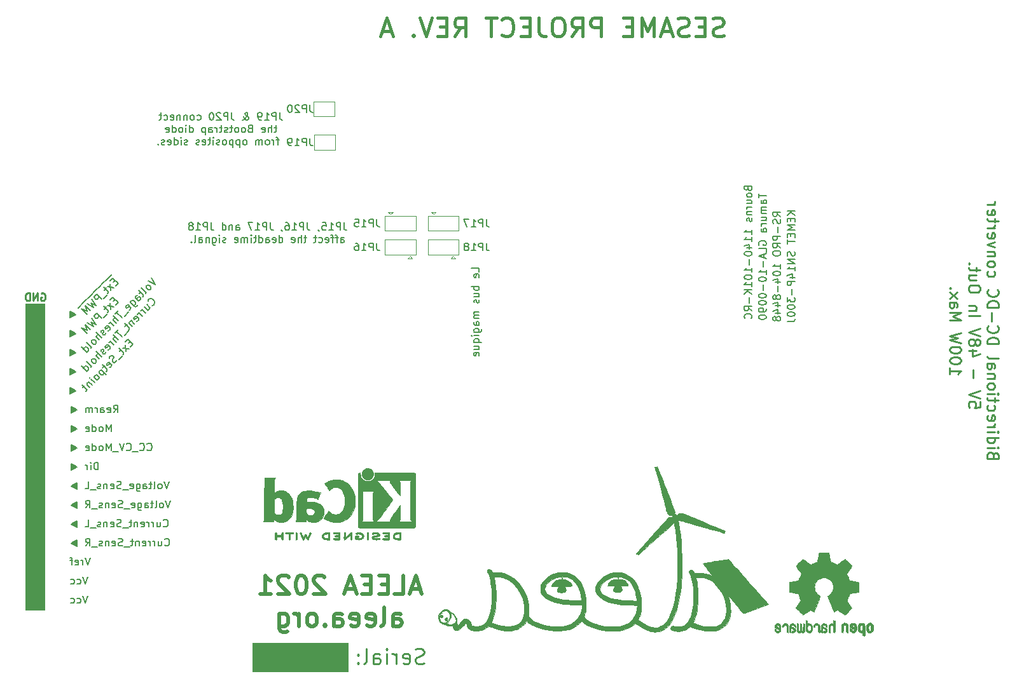
<source format=gbr>
%TF.GenerationSoftware,KiCad,Pcbnew,(5.1.10-1-10_14)*%
%TF.CreationDate,2021-09-24T10:22:15+02:00*%
%TF.ProjectId,sesame-fonctionnel,73657361-6d65-42d6-966f-6e6374696f6e,rev?*%
%TF.SameCoordinates,Original*%
%TF.FileFunction,Legend,Bot*%
%TF.FilePolarity,Positive*%
%FSLAX46Y46*%
G04 Gerber Fmt 4.6, Leading zero omitted, Abs format (unit mm)*
G04 Created by KiCad (PCBNEW (5.1.10-1-10_14)) date 2021-09-24 10:22:15*
%MOMM*%
%LPD*%
G01*
G04 APERTURE LIST*
%ADD10C,0.400000*%
%ADD11C,0.250000*%
%ADD12C,0.100000*%
%ADD13C,0.150000*%
%ADD14C,0.200000*%
%ADD15C,0.500000*%
%ADD16C,0.010000*%
%ADD17C,0.120000*%
G04 APERTURE END LIST*
D10*
X175743095Y-72911904D02*
X175385952Y-73030952D01*
X174790714Y-73030952D01*
X174552619Y-72911904D01*
X174433571Y-72792857D01*
X174314523Y-72554761D01*
X174314523Y-72316666D01*
X174433571Y-72078571D01*
X174552619Y-71959523D01*
X174790714Y-71840476D01*
X175266904Y-71721428D01*
X175505000Y-71602380D01*
X175624047Y-71483333D01*
X175743095Y-71245238D01*
X175743095Y-71007142D01*
X175624047Y-70769047D01*
X175505000Y-70650000D01*
X175266904Y-70530952D01*
X174671666Y-70530952D01*
X174314523Y-70650000D01*
X173243095Y-71721428D02*
X172409761Y-71721428D01*
X172052619Y-73030952D02*
X173243095Y-73030952D01*
X173243095Y-70530952D01*
X172052619Y-70530952D01*
X171100238Y-72911904D02*
X170743095Y-73030952D01*
X170147857Y-73030952D01*
X169909761Y-72911904D01*
X169790714Y-72792857D01*
X169671666Y-72554761D01*
X169671666Y-72316666D01*
X169790714Y-72078571D01*
X169909761Y-71959523D01*
X170147857Y-71840476D01*
X170624047Y-71721428D01*
X170862142Y-71602380D01*
X170981190Y-71483333D01*
X171100238Y-71245238D01*
X171100238Y-71007142D01*
X170981190Y-70769047D01*
X170862142Y-70650000D01*
X170624047Y-70530952D01*
X170028809Y-70530952D01*
X169671666Y-70650000D01*
X168719285Y-72316666D02*
X167528809Y-72316666D01*
X168957380Y-73030952D02*
X168124047Y-70530952D01*
X167290714Y-73030952D01*
X166457380Y-73030952D02*
X166457380Y-70530952D01*
X165624047Y-72316666D01*
X164790714Y-70530952D01*
X164790714Y-73030952D01*
X163600238Y-71721428D02*
X162766904Y-71721428D01*
X162409761Y-73030952D02*
X163600238Y-73030952D01*
X163600238Y-70530952D01*
X162409761Y-70530952D01*
X159433571Y-73030952D02*
X159433571Y-70530952D01*
X158481190Y-70530952D01*
X158243095Y-70650000D01*
X158124047Y-70769047D01*
X158005000Y-71007142D01*
X158005000Y-71364285D01*
X158124047Y-71602380D01*
X158243095Y-71721428D01*
X158481190Y-71840476D01*
X159433571Y-71840476D01*
X155505000Y-73030952D02*
X156338333Y-71840476D01*
X156933571Y-73030952D02*
X156933571Y-70530952D01*
X155981190Y-70530952D01*
X155743095Y-70650000D01*
X155624047Y-70769047D01*
X155505000Y-71007142D01*
X155505000Y-71364285D01*
X155624047Y-71602380D01*
X155743095Y-71721428D01*
X155981190Y-71840476D01*
X156933571Y-71840476D01*
X153957380Y-70530952D02*
X153481190Y-70530952D01*
X153243095Y-70650000D01*
X153005000Y-70888095D01*
X152885952Y-71364285D01*
X152885952Y-72197619D01*
X153005000Y-72673809D01*
X153243095Y-72911904D01*
X153481190Y-73030952D01*
X153957380Y-73030952D01*
X154195476Y-72911904D01*
X154433571Y-72673809D01*
X154552619Y-72197619D01*
X154552619Y-71364285D01*
X154433571Y-70888095D01*
X154195476Y-70650000D01*
X153957380Y-70530952D01*
X151100238Y-70530952D02*
X151100238Y-72316666D01*
X151219285Y-72673809D01*
X151457380Y-72911904D01*
X151814523Y-73030952D01*
X152052619Y-73030952D01*
X149909761Y-71721428D02*
X149076428Y-71721428D01*
X148719285Y-73030952D02*
X149909761Y-73030952D01*
X149909761Y-70530952D01*
X148719285Y-70530952D01*
X146219285Y-72792857D02*
X146338333Y-72911904D01*
X146695476Y-73030952D01*
X146933571Y-73030952D01*
X147290714Y-72911904D01*
X147528809Y-72673809D01*
X147647857Y-72435714D01*
X147766904Y-71959523D01*
X147766904Y-71602380D01*
X147647857Y-71126190D01*
X147528809Y-70888095D01*
X147290714Y-70650000D01*
X146933571Y-70530952D01*
X146695476Y-70530952D01*
X146338333Y-70650000D01*
X146219285Y-70769047D01*
X145505000Y-70530952D02*
X144076428Y-70530952D01*
X144790714Y-73030952D02*
X144790714Y-70530952D01*
X139909761Y-73030952D02*
X140743095Y-71840476D01*
X141338333Y-73030952D02*
X141338333Y-70530952D01*
X140385952Y-70530952D01*
X140147857Y-70650000D01*
X140028809Y-70769047D01*
X139909761Y-71007142D01*
X139909761Y-71364285D01*
X140028809Y-71602380D01*
X140147857Y-71721428D01*
X140385952Y-71840476D01*
X141338333Y-71840476D01*
X138838333Y-71721428D02*
X138005000Y-71721428D01*
X137647857Y-73030952D02*
X138838333Y-73030952D01*
X138838333Y-70530952D01*
X137647857Y-70530952D01*
X136933571Y-70530952D02*
X136100238Y-73030952D01*
X135266904Y-70530952D01*
X134433571Y-72792857D02*
X134314523Y-72911904D01*
X134433571Y-73030952D01*
X134552619Y-72911904D01*
X134433571Y-72792857D01*
X134433571Y-73030952D01*
X131457380Y-72316666D02*
X130266904Y-72316666D01*
X131695476Y-73030952D02*
X130862142Y-70530952D01*
X130028809Y-73030952D01*
D11*
X135843571Y-156529523D02*
X135557857Y-156624761D01*
X135081666Y-156624761D01*
X134891190Y-156529523D01*
X134795952Y-156434285D01*
X134700714Y-156243809D01*
X134700714Y-156053333D01*
X134795952Y-155862857D01*
X134891190Y-155767619D01*
X135081666Y-155672380D01*
X135462619Y-155577142D01*
X135653095Y-155481904D01*
X135748333Y-155386666D01*
X135843571Y-155196190D01*
X135843571Y-155005714D01*
X135748333Y-154815238D01*
X135653095Y-154720000D01*
X135462619Y-154624761D01*
X134986428Y-154624761D01*
X134700714Y-154720000D01*
X133081666Y-156529523D02*
X133272142Y-156624761D01*
X133653095Y-156624761D01*
X133843571Y-156529523D01*
X133938809Y-156339047D01*
X133938809Y-155577142D01*
X133843571Y-155386666D01*
X133653095Y-155291428D01*
X133272142Y-155291428D01*
X133081666Y-155386666D01*
X132986428Y-155577142D01*
X132986428Y-155767619D01*
X133938809Y-155958095D01*
X132129285Y-156624761D02*
X132129285Y-155291428D01*
X132129285Y-155672380D02*
X132034047Y-155481904D01*
X131938809Y-155386666D01*
X131748333Y-155291428D01*
X131557857Y-155291428D01*
X130891190Y-156624761D02*
X130891190Y-155291428D01*
X130891190Y-154624761D02*
X130986428Y-154720000D01*
X130891190Y-154815238D01*
X130795952Y-154720000D01*
X130891190Y-154624761D01*
X130891190Y-154815238D01*
X129081666Y-156624761D02*
X129081666Y-155577142D01*
X129176904Y-155386666D01*
X129367380Y-155291428D01*
X129748333Y-155291428D01*
X129938809Y-155386666D01*
X129081666Y-156529523D02*
X129272142Y-156624761D01*
X129748333Y-156624761D01*
X129938809Y-156529523D01*
X130034047Y-156339047D01*
X130034047Y-156148571D01*
X129938809Y-155958095D01*
X129748333Y-155862857D01*
X129272142Y-155862857D01*
X129081666Y-155767619D01*
X127843571Y-156624761D02*
X128034047Y-156529523D01*
X128129285Y-156339047D01*
X128129285Y-154624761D01*
X127081666Y-156434285D02*
X126986428Y-156529523D01*
X127081666Y-156624761D01*
X127176904Y-156529523D01*
X127081666Y-156434285D01*
X127081666Y-156624761D01*
X127081666Y-155386666D02*
X126986428Y-155481904D01*
X127081666Y-155577142D01*
X127176904Y-155481904D01*
X127081666Y-155386666D01*
X127081666Y-155577142D01*
D12*
G36*
X125700000Y-157625000D02*
G01*
X113000000Y-157625000D01*
X113000000Y-153815000D01*
X125700000Y-153815000D01*
X125700000Y-157625000D01*
G37*
X125700000Y-157625000D02*
X113000000Y-157625000D01*
X113000000Y-153815000D01*
X125700000Y-153815000D01*
X125700000Y-157625000D01*
D13*
X125198666Y-97832380D02*
X125198666Y-98546666D01*
X125246285Y-98689523D01*
X125341523Y-98784761D01*
X125484380Y-98832380D01*
X125579619Y-98832380D01*
X124722476Y-98832380D02*
X124722476Y-97832380D01*
X124341523Y-97832380D01*
X124246285Y-97880000D01*
X124198666Y-97927619D01*
X124151047Y-98022857D01*
X124151047Y-98165714D01*
X124198666Y-98260952D01*
X124246285Y-98308571D01*
X124341523Y-98356190D01*
X124722476Y-98356190D01*
X123198666Y-98832380D02*
X123770095Y-98832380D01*
X123484380Y-98832380D02*
X123484380Y-97832380D01*
X123579619Y-97975238D01*
X123674857Y-98070476D01*
X123770095Y-98118095D01*
X122293904Y-97832380D02*
X122770095Y-97832380D01*
X122817714Y-98308571D01*
X122770095Y-98260952D01*
X122674857Y-98213333D01*
X122436761Y-98213333D01*
X122341523Y-98260952D01*
X122293904Y-98308571D01*
X122246285Y-98403809D01*
X122246285Y-98641904D01*
X122293904Y-98737142D01*
X122341523Y-98784761D01*
X122436761Y-98832380D01*
X122674857Y-98832380D01*
X122770095Y-98784761D01*
X122817714Y-98737142D01*
X121770095Y-98784761D02*
X121770095Y-98832380D01*
X121817714Y-98927619D01*
X121865333Y-98975238D01*
X120293904Y-97832380D02*
X120293904Y-98546666D01*
X120341523Y-98689523D01*
X120436761Y-98784761D01*
X120579619Y-98832380D01*
X120674857Y-98832380D01*
X119817714Y-98832380D02*
X119817714Y-97832380D01*
X119436761Y-97832380D01*
X119341523Y-97880000D01*
X119293904Y-97927619D01*
X119246285Y-98022857D01*
X119246285Y-98165714D01*
X119293904Y-98260952D01*
X119341523Y-98308571D01*
X119436761Y-98356190D01*
X119817714Y-98356190D01*
X118293904Y-98832380D02*
X118865333Y-98832380D01*
X118579619Y-98832380D02*
X118579619Y-97832380D01*
X118674857Y-97975238D01*
X118770095Y-98070476D01*
X118865333Y-98118095D01*
X117436761Y-97832380D02*
X117627238Y-97832380D01*
X117722476Y-97880000D01*
X117770095Y-97927619D01*
X117865333Y-98070476D01*
X117912952Y-98260952D01*
X117912952Y-98641904D01*
X117865333Y-98737142D01*
X117817714Y-98784761D01*
X117722476Y-98832380D01*
X117532000Y-98832380D01*
X117436761Y-98784761D01*
X117389142Y-98737142D01*
X117341523Y-98641904D01*
X117341523Y-98403809D01*
X117389142Y-98308571D01*
X117436761Y-98260952D01*
X117532000Y-98213333D01*
X117722476Y-98213333D01*
X117817714Y-98260952D01*
X117865333Y-98308571D01*
X117912952Y-98403809D01*
X116865333Y-98784761D02*
X116865333Y-98832380D01*
X116912952Y-98927619D01*
X116960571Y-98975238D01*
X115389142Y-97832380D02*
X115389142Y-98546666D01*
X115436761Y-98689523D01*
X115532000Y-98784761D01*
X115674857Y-98832380D01*
X115770095Y-98832380D01*
X114912952Y-98832380D02*
X114912952Y-97832380D01*
X114532000Y-97832380D01*
X114436761Y-97880000D01*
X114389142Y-97927619D01*
X114341523Y-98022857D01*
X114341523Y-98165714D01*
X114389142Y-98260952D01*
X114436761Y-98308571D01*
X114532000Y-98356190D01*
X114912952Y-98356190D01*
X113389142Y-98832380D02*
X113960571Y-98832380D01*
X113674857Y-98832380D02*
X113674857Y-97832380D01*
X113770095Y-97975238D01*
X113865333Y-98070476D01*
X113960571Y-98118095D01*
X113055809Y-97832380D02*
X112389142Y-97832380D01*
X112817714Y-98832380D01*
X110817714Y-98832380D02*
X110817714Y-98308571D01*
X110865333Y-98213333D01*
X110960571Y-98165714D01*
X111151047Y-98165714D01*
X111246285Y-98213333D01*
X110817714Y-98784761D02*
X110912952Y-98832380D01*
X111151047Y-98832380D01*
X111246285Y-98784761D01*
X111293904Y-98689523D01*
X111293904Y-98594285D01*
X111246285Y-98499047D01*
X111151047Y-98451428D01*
X110912952Y-98451428D01*
X110817714Y-98403809D01*
X110341523Y-98165714D02*
X110341523Y-98832380D01*
X110341523Y-98260952D02*
X110293904Y-98213333D01*
X110198666Y-98165714D01*
X110055809Y-98165714D01*
X109960571Y-98213333D01*
X109912952Y-98308571D01*
X109912952Y-98832380D01*
X109008190Y-98832380D02*
X109008190Y-97832380D01*
X109008190Y-98784761D02*
X109103428Y-98832380D01*
X109293904Y-98832380D01*
X109389142Y-98784761D01*
X109436761Y-98737142D01*
X109484380Y-98641904D01*
X109484380Y-98356190D01*
X109436761Y-98260952D01*
X109389142Y-98213333D01*
X109293904Y-98165714D01*
X109103428Y-98165714D01*
X109008190Y-98213333D01*
X107484380Y-97832380D02*
X107484380Y-98546666D01*
X107532000Y-98689523D01*
X107627238Y-98784761D01*
X107770095Y-98832380D01*
X107865333Y-98832380D01*
X107008190Y-98832380D02*
X107008190Y-97832380D01*
X106627238Y-97832380D01*
X106532000Y-97880000D01*
X106484380Y-97927619D01*
X106436761Y-98022857D01*
X106436761Y-98165714D01*
X106484380Y-98260952D01*
X106532000Y-98308571D01*
X106627238Y-98356190D01*
X107008190Y-98356190D01*
X105484380Y-98832380D02*
X106055809Y-98832380D01*
X105770095Y-98832380D02*
X105770095Y-97832380D01*
X105865333Y-97975238D01*
X105960571Y-98070476D01*
X106055809Y-98118095D01*
X104912952Y-98260952D02*
X105008190Y-98213333D01*
X105055809Y-98165714D01*
X105103428Y-98070476D01*
X105103428Y-98022857D01*
X105055809Y-97927619D01*
X105008190Y-97880000D01*
X104912952Y-97832380D01*
X104722476Y-97832380D01*
X104627238Y-97880000D01*
X104579619Y-97927619D01*
X104532000Y-98022857D01*
X104532000Y-98070476D01*
X104579619Y-98165714D01*
X104627238Y-98213333D01*
X104722476Y-98260952D01*
X104912952Y-98260952D01*
X105008190Y-98308571D01*
X105055809Y-98356190D01*
X105103428Y-98451428D01*
X105103428Y-98641904D01*
X105055809Y-98737142D01*
X105008190Y-98784761D01*
X104912952Y-98832380D01*
X104722476Y-98832380D01*
X104627238Y-98784761D01*
X104579619Y-98737142D01*
X104532000Y-98641904D01*
X104532000Y-98451428D01*
X104579619Y-98356190D01*
X104627238Y-98308571D01*
X104722476Y-98260952D01*
X124746285Y-100482380D02*
X124746285Y-99958571D01*
X124793904Y-99863333D01*
X124889142Y-99815714D01*
X125079619Y-99815714D01*
X125174857Y-99863333D01*
X124746285Y-100434761D02*
X124841523Y-100482380D01*
X125079619Y-100482380D01*
X125174857Y-100434761D01*
X125222476Y-100339523D01*
X125222476Y-100244285D01*
X125174857Y-100149047D01*
X125079619Y-100101428D01*
X124841523Y-100101428D01*
X124746285Y-100053809D01*
X124412952Y-99815714D02*
X124032000Y-99815714D01*
X124270095Y-100482380D02*
X124270095Y-99625238D01*
X124222476Y-99530000D01*
X124127238Y-99482380D01*
X124032000Y-99482380D01*
X123841523Y-99815714D02*
X123460571Y-99815714D01*
X123698666Y-100482380D02*
X123698666Y-99625238D01*
X123651047Y-99530000D01*
X123555809Y-99482380D01*
X123460571Y-99482380D01*
X122746285Y-100434761D02*
X122841523Y-100482380D01*
X123032000Y-100482380D01*
X123127238Y-100434761D01*
X123174857Y-100339523D01*
X123174857Y-99958571D01*
X123127238Y-99863333D01*
X123032000Y-99815714D01*
X122841523Y-99815714D01*
X122746285Y-99863333D01*
X122698666Y-99958571D01*
X122698666Y-100053809D01*
X123174857Y-100149047D01*
X121841523Y-100434761D02*
X121936761Y-100482380D01*
X122127238Y-100482380D01*
X122222476Y-100434761D01*
X122270095Y-100387142D01*
X122317714Y-100291904D01*
X122317714Y-100006190D01*
X122270095Y-99910952D01*
X122222476Y-99863333D01*
X122127238Y-99815714D01*
X121936761Y-99815714D01*
X121841523Y-99863333D01*
X121555809Y-99815714D02*
X121174857Y-99815714D01*
X121412952Y-99482380D02*
X121412952Y-100339523D01*
X121365333Y-100434761D01*
X121270095Y-100482380D01*
X121174857Y-100482380D01*
X120222476Y-99815714D02*
X119841523Y-99815714D01*
X120079619Y-99482380D02*
X120079619Y-100339523D01*
X120032000Y-100434761D01*
X119936761Y-100482380D01*
X119841523Y-100482380D01*
X119508190Y-100482380D02*
X119508190Y-99482380D01*
X119079619Y-100482380D02*
X119079619Y-99958571D01*
X119127238Y-99863333D01*
X119222476Y-99815714D01*
X119365333Y-99815714D01*
X119460571Y-99863333D01*
X119508190Y-99910952D01*
X118222476Y-100434761D02*
X118317714Y-100482380D01*
X118508190Y-100482380D01*
X118603428Y-100434761D01*
X118651047Y-100339523D01*
X118651047Y-99958571D01*
X118603428Y-99863333D01*
X118508190Y-99815714D01*
X118317714Y-99815714D01*
X118222476Y-99863333D01*
X118174857Y-99958571D01*
X118174857Y-100053809D01*
X118651047Y-100149047D01*
X116555809Y-100482380D02*
X116555809Y-99482380D01*
X116555809Y-100434761D02*
X116651047Y-100482380D01*
X116841523Y-100482380D01*
X116936761Y-100434761D01*
X116984380Y-100387142D01*
X117032000Y-100291904D01*
X117032000Y-100006190D01*
X116984380Y-99910952D01*
X116936761Y-99863333D01*
X116841523Y-99815714D01*
X116651047Y-99815714D01*
X116555809Y-99863333D01*
X115698666Y-100434761D02*
X115793904Y-100482380D01*
X115984380Y-100482380D01*
X116079619Y-100434761D01*
X116127238Y-100339523D01*
X116127238Y-99958571D01*
X116079619Y-99863333D01*
X115984380Y-99815714D01*
X115793904Y-99815714D01*
X115698666Y-99863333D01*
X115651047Y-99958571D01*
X115651047Y-100053809D01*
X116127238Y-100149047D01*
X114793904Y-100482380D02*
X114793904Y-99958571D01*
X114841523Y-99863333D01*
X114936761Y-99815714D01*
X115127238Y-99815714D01*
X115222476Y-99863333D01*
X114793904Y-100434761D02*
X114889142Y-100482380D01*
X115127238Y-100482380D01*
X115222476Y-100434761D01*
X115270095Y-100339523D01*
X115270095Y-100244285D01*
X115222476Y-100149047D01*
X115127238Y-100101428D01*
X114889142Y-100101428D01*
X114793904Y-100053809D01*
X113889142Y-100482380D02*
X113889142Y-99482380D01*
X113889142Y-100434761D02*
X113984380Y-100482380D01*
X114174857Y-100482380D01*
X114270095Y-100434761D01*
X114317714Y-100387142D01*
X114365333Y-100291904D01*
X114365333Y-100006190D01*
X114317714Y-99910952D01*
X114270095Y-99863333D01*
X114174857Y-99815714D01*
X113984380Y-99815714D01*
X113889142Y-99863333D01*
X113555809Y-99815714D02*
X113174857Y-99815714D01*
X113412952Y-99482380D02*
X113412952Y-100339523D01*
X113365333Y-100434761D01*
X113270095Y-100482380D01*
X113174857Y-100482380D01*
X112841523Y-100482380D02*
X112841523Y-99815714D01*
X112841523Y-99482380D02*
X112889142Y-99530000D01*
X112841523Y-99577619D01*
X112793904Y-99530000D01*
X112841523Y-99482380D01*
X112841523Y-99577619D01*
X112365333Y-100482380D02*
X112365333Y-99815714D01*
X112365333Y-99910952D02*
X112317714Y-99863333D01*
X112222476Y-99815714D01*
X112079619Y-99815714D01*
X111984380Y-99863333D01*
X111936761Y-99958571D01*
X111936761Y-100482380D01*
X111936761Y-99958571D02*
X111889142Y-99863333D01*
X111793904Y-99815714D01*
X111651047Y-99815714D01*
X111555809Y-99863333D01*
X111508190Y-99958571D01*
X111508190Y-100482380D01*
X110651047Y-100434761D02*
X110746285Y-100482380D01*
X110936761Y-100482380D01*
X111032000Y-100434761D01*
X111079619Y-100339523D01*
X111079619Y-99958571D01*
X111032000Y-99863333D01*
X110936761Y-99815714D01*
X110746285Y-99815714D01*
X110651047Y-99863333D01*
X110603428Y-99958571D01*
X110603428Y-100053809D01*
X111079619Y-100149047D01*
X109460571Y-100434761D02*
X109365333Y-100482380D01*
X109174857Y-100482380D01*
X109079619Y-100434761D01*
X109032000Y-100339523D01*
X109032000Y-100291904D01*
X109079619Y-100196666D01*
X109174857Y-100149047D01*
X109317714Y-100149047D01*
X109412952Y-100101428D01*
X109460571Y-100006190D01*
X109460571Y-99958571D01*
X109412952Y-99863333D01*
X109317714Y-99815714D01*
X109174857Y-99815714D01*
X109079619Y-99863333D01*
X108603428Y-100482380D02*
X108603428Y-99815714D01*
X108603428Y-99482380D02*
X108651047Y-99530000D01*
X108603428Y-99577619D01*
X108555809Y-99530000D01*
X108603428Y-99482380D01*
X108603428Y-99577619D01*
X107698666Y-99815714D02*
X107698666Y-100625238D01*
X107746285Y-100720476D01*
X107793904Y-100768095D01*
X107889142Y-100815714D01*
X108032000Y-100815714D01*
X108127238Y-100768095D01*
X107698666Y-100434761D02*
X107793904Y-100482380D01*
X107984380Y-100482380D01*
X108079619Y-100434761D01*
X108127238Y-100387142D01*
X108174857Y-100291904D01*
X108174857Y-100006190D01*
X108127238Y-99910952D01*
X108079619Y-99863333D01*
X107984380Y-99815714D01*
X107793904Y-99815714D01*
X107698666Y-99863333D01*
X107222476Y-99815714D02*
X107222476Y-100482380D01*
X107222476Y-99910952D02*
X107174857Y-99863333D01*
X107079619Y-99815714D01*
X106936761Y-99815714D01*
X106841523Y-99863333D01*
X106793904Y-99958571D01*
X106793904Y-100482380D01*
X105889142Y-100482380D02*
X105889142Y-99958571D01*
X105936761Y-99863333D01*
X106032000Y-99815714D01*
X106222476Y-99815714D01*
X106317714Y-99863333D01*
X105889142Y-100434761D02*
X105984380Y-100482380D01*
X106222476Y-100482380D01*
X106317714Y-100434761D01*
X106365333Y-100339523D01*
X106365333Y-100244285D01*
X106317714Y-100149047D01*
X106222476Y-100101428D01*
X105984380Y-100101428D01*
X105889142Y-100053809D01*
X105270095Y-100482380D02*
X105365333Y-100434761D01*
X105412952Y-100339523D01*
X105412952Y-99482380D01*
X104889142Y-100387142D02*
X104841523Y-100434761D01*
X104889142Y-100482380D01*
X104936761Y-100434761D01*
X104889142Y-100387142D01*
X104889142Y-100482380D01*
X116642285Y-83164380D02*
X116642285Y-83878666D01*
X116689904Y-84021523D01*
X116785142Y-84116761D01*
X116928000Y-84164380D01*
X117023238Y-84164380D01*
X116166095Y-84164380D02*
X116166095Y-83164380D01*
X115785142Y-83164380D01*
X115689904Y-83212000D01*
X115642285Y-83259619D01*
X115594666Y-83354857D01*
X115594666Y-83497714D01*
X115642285Y-83592952D01*
X115689904Y-83640571D01*
X115785142Y-83688190D01*
X116166095Y-83688190D01*
X114642285Y-84164380D02*
X115213714Y-84164380D01*
X114928000Y-84164380D02*
X114928000Y-83164380D01*
X115023238Y-83307238D01*
X115118476Y-83402476D01*
X115213714Y-83450095D01*
X114166095Y-84164380D02*
X113975619Y-84164380D01*
X113880380Y-84116761D01*
X113832761Y-84069142D01*
X113737523Y-83926285D01*
X113689904Y-83735809D01*
X113689904Y-83354857D01*
X113737523Y-83259619D01*
X113785142Y-83212000D01*
X113880380Y-83164380D01*
X114070857Y-83164380D01*
X114166095Y-83212000D01*
X114213714Y-83259619D01*
X114261333Y-83354857D01*
X114261333Y-83592952D01*
X114213714Y-83688190D01*
X114166095Y-83735809D01*
X114070857Y-83783428D01*
X113880380Y-83783428D01*
X113785142Y-83735809D01*
X113737523Y-83688190D01*
X113689904Y-83592952D01*
X111689904Y-84164380D02*
X111737523Y-84164380D01*
X111832761Y-84116761D01*
X111975619Y-83973904D01*
X112213714Y-83688190D01*
X112308952Y-83545333D01*
X112356571Y-83402476D01*
X112356571Y-83307238D01*
X112308952Y-83212000D01*
X112213714Y-83164380D01*
X112166095Y-83164380D01*
X112070857Y-83212000D01*
X112023238Y-83307238D01*
X112023238Y-83354857D01*
X112070857Y-83450095D01*
X112118476Y-83497714D01*
X112404190Y-83688190D01*
X112451809Y-83735809D01*
X112499428Y-83831047D01*
X112499428Y-83973904D01*
X112451809Y-84069142D01*
X112404190Y-84116761D01*
X112308952Y-84164380D01*
X112166095Y-84164380D01*
X112070857Y-84116761D01*
X112023238Y-84069142D01*
X111880380Y-83878666D01*
X111832761Y-83735809D01*
X111832761Y-83640571D01*
X110213714Y-83164380D02*
X110213714Y-83878666D01*
X110261333Y-84021523D01*
X110356571Y-84116761D01*
X110499428Y-84164380D01*
X110594666Y-84164380D01*
X109737523Y-84164380D02*
X109737523Y-83164380D01*
X109356571Y-83164380D01*
X109261333Y-83212000D01*
X109213714Y-83259619D01*
X109166095Y-83354857D01*
X109166095Y-83497714D01*
X109213714Y-83592952D01*
X109261333Y-83640571D01*
X109356571Y-83688190D01*
X109737523Y-83688190D01*
X108785142Y-83259619D02*
X108737523Y-83212000D01*
X108642285Y-83164380D01*
X108404190Y-83164380D01*
X108308952Y-83212000D01*
X108261333Y-83259619D01*
X108213714Y-83354857D01*
X108213714Y-83450095D01*
X108261333Y-83592952D01*
X108832761Y-84164380D01*
X108213714Y-84164380D01*
X107594666Y-83164380D02*
X107499428Y-83164380D01*
X107404190Y-83212000D01*
X107356571Y-83259619D01*
X107308952Y-83354857D01*
X107261333Y-83545333D01*
X107261333Y-83783428D01*
X107308952Y-83973904D01*
X107356571Y-84069142D01*
X107404190Y-84116761D01*
X107499428Y-84164380D01*
X107594666Y-84164380D01*
X107689904Y-84116761D01*
X107737523Y-84069142D01*
X107785142Y-83973904D01*
X107832761Y-83783428D01*
X107832761Y-83545333D01*
X107785142Y-83354857D01*
X107737523Y-83259619D01*
X107689904Y-83212000D01*
X107594666Y-83164380D01*
X105642285Y-84116761D02*
X105737523Y-84164380D01*
X105928000Y-84164380D01*
X106023238Y-84116761D01*
X106070857Y-84069142D01*
X106118476Y-83973904D01*
X106118476Y-83688190D01*
X106070857Y-83592952D01*
X106023238Y-83545333D01*
X105928000Y-83497714D01*
X105737523Y-83497714D01*
X105642285Y-83545333D01*
X105070857Y-84164380D02*
X105166095Y-84116761D01*
X105213714Y-84069142D01*
X105261333Y-83973904D01*
X105261333Y-83688190D01*
X105213714Y-83592952D01*
X105166095Y-83545333D01*
X105070857Y-83497714D01*
X104928000Y-83497714D01*
X104832761Y-83545333D01*
X104785142Y-83592952D01*
X104737523Y-83688190D01*
X104737523Y-83973904D01*
X104785142Y-84069142D01*
X104832761Y-84116761D01*
X104928000Y-84164380D01*
X105070857Y-84164380D01*
X104308952Y-83497714D02*
X104308952Y-84164380D01*
X104308952Y-83592952D02*
X104261333Y-83545333D01*
X104166095Y-83497714D01*
X104023238Y-83497714D01*
X103928000Y-83545333D01*
X103880380Y-83640571D01*
X103880380Y-84164380D01*
X103404190Y-83497714D02*
X103404190Y-84164380D01*
X103404190Y-83592952D02*
X103356571Y-83545333D01*
X103261333Y-83497714D01*
X103118476Y-83497714D01*
X103023238Y-83545333D01*
X102975619Y-83640571D01*
X102975619Y-84164380D01*
X102118476Y-84116761D02*
X102213714Y-84164380D01*
X102404190Y-84164380D01*
X102499428Y-84116761D01*
X102547047Y-84021523D01*
X102547047Y-83640571D01*
X102499428Y-83545333D01*
X102404190Y-83497714D01*
X102213714Y-83497714D01*
X102118476Y-83545333D01*
X102070857Y-83640571D01*
X102070857Y-83735809D01*
X102547047Y-83831047D01*
X101213714Y-84116761D02*
X101308952Y-84164380D01*
X101499428Y-84164380D01*
X101594666Y-84116761D01*
X101642285Y-84069142D01*
X101689904Y-83973904D01*
X101689904Y-83688190D01*
X101642285Y-83592952D01*
X101594666Y-83545333D01*
X101499428Y-83497714D01*
X101308952Y-83497714D01*
X101213714Y-83545333D01*
X100928000Y-83497714D02*
X100547047Y-83497714D01*
X100785142Y-83164380D02*
X100785142Y-84021523D01*
X100737523Y-84116761D01*
X100642285Y-84164380D01*
X100547047Y-84164380D01*
X116261333Y-85147714D02*
X115880380Y-85147714D01*
X116118476Y-84814380D02*
X116118476Y-85671523D01*
X116070857Y-85766761D01*
X115975619Y-85814380D01*
X115880380Y-85814380D01*
X115547047Y-85814380D02*
X115547047Y-84814380D01*
X115118476Y-85814380D02*
X115118476Y-85290571D01*
X115166095Y-85195333D01*
X115261333Y-85147714D01*
X115404190Y-85147714D01*
X115499428Y-85195333D01*
X115547047Y-85242952D01*
X114261333Y-85766761D02*
X114356571Y-85814380D01*
X114547047Y-85814380D01*
X114642285Y-85766761D01*
X114689904Y-85671523D01*
X114689904Y-85290571D01*
X114642285Y-85195333D01*
X114547047Y-85147714D01*
X114356571Y-85147714D01*
X114261333Y-85195333D01*
X114213714Y-85290571D01*
X114213714Y-85385809D01*
X114689904Y-85481047D01*
X112689904Y-85290571D02*
X112547047Y-85338190D01*
X112499428Y-85385809D01*
X112451809Y-85481047D01*
X112451809Y-85623904D01*
X112499428Y-85719142D01*
X112547047Y-85766761D01*
X112642285Y-85814380D01*
X113023238Y-85814380D01*
X113023238Y-84814380D01*
X112689904Y-84814380D01*
X112594666Y-84862000D01*
X112547047Y-84909619D01*
X112499428Y-85004857D01*
X112499428Y-85100095D01*
X112547047Y-85195333D01*
X112594666Y-85242952D01*
X112689904Y-85290571D01*
X113023238Y-85290571D01*
X111880380Y-85814380D02*
X111975619Y-85766761D01*
X112023238Y-85719142D01*
X112070857Y-85623904D01*
X112070857Y-85338190D01*
X112023238Y-85242952D01*
X111975619Y-85195333D01*
X111880380Y-85147714D01*
X111737523Y-85147714D01*
X111642285Y-85195333D01*
X111594666Y-85242952D01*
X111547047Y-85338190D01*
X111547047Y-85623904D01*
X111594666Y-85719142D01*
X111642285Y-85766761D01*
X111737523Y-85814380D01*
X111880380Y-85814380D01*
X110975619Y-85814380D02*
X111070857Y-85766761D01*
X111118476Y-85719142D01*
X111166095Y-85623904D01*
X111166095Y-85338190D01*
X111118476Y-85242952D01*
X111070857Y-85195333D01*
X110975619Y-85147714D01*
X110832761Y-85147714D01*
X110737523Y-85195333D01*
X110689904Y-85242952D01*
X110642285Y-85338190D01*
X110642285Y-85623904D01*
X110689904Y-85719142D01*
X110737523Y-85766761D01*
X110832761Y-85814380D01*
X110975619Y-85814380D01*
X110356571Y-85147714D02*
X109975619Y-85147714D01*
X110213714Y-84814380D02*
X110213714Y-85671523D01*
X110166095Y-85766761D01*
X110070857Y-85814380D01*
X109975619Y-85814380D01*
X109689904Y-85766761D02*
X109594666Y-85814380D01*
X109404190Y-85814380D01*
X109308952Y-85766761D01*
X109261333Y-85671523D01*
X109261333Y-85623904D01*
X109308952Y-85528666D01*
X109404190Y-85481047D01*
X109547047Y-85481047D01*
X109642285Y-85433428D01*
X109689904Y-85338190D01*
X109689904Y-85290571D01*
X109642285Y-85195333D01*
X109547047Y-85147714D01*
X109404190Y-85147714D01*
X109308952Y-85195333D01*
X108975619Y-85147714D02*
X108594666Y-85147714D01*
X108832761Y-84814380D02*
X108832761Y-85671523D01*
X108785142Y-85766761D01*
X108689904Y-85814380D01*
X108594666Y-85814380D01*
X108261333Y-85814380D02*
X108261333Y-85147714D01*
X108261333Y-85338190D02*
X108213714Y-85242952D01*
X108166095Y-85195333D01*
X108070857Y-85147714D01*
X107975619Y-85147714D01*
X107213714Y-85814380D02*
X107213714Y-85290571D01*
X107261333Y-85195333D01*
X107356571Y-85147714D01*
X107547047Y-85147714D01*
X107642285Y-85195333D01*
X107213714Y-85766761D02*
X107308952Y-85814380D01*
X107547047Y-85814380D01*
X107642285Y-85766761D01*
X107689904Y-85671523D01*
X107689904Y-85576285D01*
X107642285Y-85481047D01*
X107547047Y-85433428D01*
X107308952Y-85433428D01*
X107213714Y-85385809D01*
X106737523Y-85147714D02*
X106737523Y-86147714D01*
X106737523Y-85195333D02*
X106642285Y-85147714D01*
X106451809Y-85147714D01*
X106356571Y-85195333D01*
X106308952Y-85242952D01*
X106261333Y-85338190D01*
X106261333Y-85623904D01*
X106308952Y-85719142D01*
X106356571Y-85766761D01*
X106451809Y-85814380D01*
X106642285Y-85814380D01*
X106737523Y-85766761D01*
X104642285Y-85814380D02*
X104642285Y-84814380D01*
X104642285Y-85766761D02*
X104737523Y-85814380D01*
X104928000Y-85814380D01*
X105023238Y-85766761D01*
X105070857Y-85719142D01*
X105118476Y-85623904D01*
X105118476Y-85338190D01*
X105070857Y-85242952D01*
X105023238Y-85195333D01*
X104928000Y-85147714D01*
X104737523Y-85147714D01*
X104642285Y-85195333D01*
X104166095Y-85814380D02*
X104166095Y-85147714D01*
X104166095Y-84814380D02*
X104213714Y-84862000D01*
X104166095Y-84909619D01*
X104118476Y-84862000D01*
X104166095Y-84814380D01*
X104166095Y-84909619D01*
X103547047Y-85814380D02*
X103642285Y-85766761D01*
X103689904Y-85719142D01*
X103737523Y-85623904D01*
X103737523Y-85338190D01*
X103689904Y-85242952D01*
X103642285Y-85195333D01*
X103547047Y-85147714D01*
X103404190Y-85147714D01*
X103308952Y-85195333D01*
X103261333Y-85242952D01*
X103213714Y-85338190D01*
X103213714Y-85623904D01*
X103261333Y-85719142D01*
X103308952Y-85766761D01*
X103404190Y-85814380D01*
X103547047Y-85814380D01*
X102356571Y-85814380D02*
X102356571Y-84814380D01*
X102356571Y-85766761D02*
X102451809Y-85814380D01*
X102642285Y-85814380D01*
X102737523Y-85766761D01*
X102785142Y-85719142D01*
X102832761Y-85623904D01*
X102832761Y-85338190D01*
X102785142Y-85242952D01*
X102737523Y-85195333D01*
X102642285Y-85147714D01*
X102451809Y-85147714D01*
X102356571Y-85195333D01*
X101499428Y-85766761D02*
X101594666Y-85814380D01*
X101785142Y-85814380D01*
X101880380Y-85766761D01*
X101928000Y-85671523D01*
X101928000Y-85290571D01*
X101880380Y-85195333D01*
X101785142Y-85147714D01*
X101594666Y-85147714D01*
X101499428Y-85195333D01*
X101451809Y-85290571D01*
X101451809Y-85385809D01*
X101928000Y-85481047D01*
X116547047Y-86797714D02*
X116166095Y-86797714D01*
X116404190Y-87464380D02*
X116404190Y-86607238D01*
X116356571Y-86512000D01*
X116261333Y-86464380D01*
X116166095Y-86464380D01*
X115832761Y-87464380D02*
X115832761Y-86797714D01*
X115832761Y-86988190D02*
X115785142Y-86892952D01*
X115737523Y-86845333D01*
X115642285Y-86797714D01*
X115547047Y-86797714D01*
X115070857Y-87464380D02*
X115166095Y-87416761D01*
X115213714Y-87369142D01*
X115261333Y-87273904D01*
X115261333Y-86988190D01*
X115213714Y-86892952D01*
X115166095Y-86845333D01*
X115070857Y-86797714D01*
X114928000Y-86797714D01*
X114832761Y-86845333D01*
X114785142Y-86892952D01*
X114737523Y-86988190D01*
X114737523Y-87273904D01*
X114785142Y-87369142D01*
X114832761Y-87416761D01*
X114928000Y-87464380D01*
X115070857Y-87464380D01*
X114308952Y-87464380D02*
X114308952Y-86797714D01*
X114308952Y-86892952D02*
X114261333Y-86845333D01*
X114166095Y-86797714D01*
X114023238Y-86797714D01*
X113928000Y-86845333D01*
X113880380Y-86940571D01*
X113880380Y-87464380D01*
X113880380Y-86940571D02*
X113832761Y-86845333D01*
X113737523Y-86797714D01*
X113594666Y-86797714D01*
X113499428Y-86845333D01*
X113451809Y-86940571D01*
X113451809Y-87464380D01*
X112070857Y-87464380D02*
X112166095Y-87416761D01*
X112213714Y-87369142D01*
X112261333Y-87273904D01*
X112261333Y-86988190D01*
X112213714Y-86892952D01*
X112166095Y-86845333D01*
X112070857Y-86797714D01*
X111928000Y-86797714D01*
X111832761Y-86845333D01*
X111785142Y-86892952D01*
X111737523Y-86988190D01*
X111737523Y-87273904D01*
X111785142Y-87369142D01*
X111832761Y-87416761D01*
X111928000Y-87464380D01*
X112070857Y-87464380D01*
X111308952Y-86797714D02*
X111308952Y-87797714D01*
X111308952Y-86845333D02*
X111213714Y-86797714D01*
X111023238Y-86797714D01*
X110928000Y-86845333D01*
X110880380Y-86892952D01*
X110832761Y-86988190D01*
X110832761Y-87273904D01*
X110880380Y-87369142D01*
X110928000Y-87416761D01*
X111023238Y-87464380D01*
X111213714Y-87464380D01*
X111308952Y-87416761D01*
X110404190Y-86797714D02*
X110404190Y-87797714D01*
X110404190Y-86845333D02*
X110308952Y-86797714D01*
X110118476Y-86797714D01*
X110023238Y-86845333D01*
X109975619Y-86892952D01*
X109928000Y-86988190D01*
X109928000Y-87273904D01*
X109975619Y-87369142D01*
X110023238Y-87416761D01*
X110118476Y-87464380D01*
X110308952Y-87464380D01*
X110404190Y-87416761D01*
X109356571Y-87464380D02*
X109451809Y-87416761D01*
X109499428Y-87369142D01*
X109547047Y-87273904D01*
X109547047Y-86988190D01*
X109499428Y-86892952D01*
X109451809Y-86845333D01*
X109356571Y-86797714D01*
X109213714Y-86797714D01*
X109118476Y-86845333D01*
X109070857Y-86892952D01*
X109023238Y-86988190D01*
X109023238Y-87273904D01*
X109070857Y-87369142D01*
X109118476Y-87416761D01*
X109213714Y-87464380D01*
X109356571Y-87464380D01*
X108642285Y-87416761D02*
X108547047Y-87464380D01*
X108356571Y-87464380D01*
X108261333Y-87416761D01*
X108213714Y-87321523D01*
X108213714Y-87273904D01*
X108261333Y-87178666D01*
X108356571Y-87131047D01*
X108499428Y-87131047D01*
X108594666Y-87083428D01*
X108642285Y-86988190D01*
X108642285Y-86940571D01*
X108594666Y-86845333D01*
X108499428Y-86797714D01*
X108356571Y-86797714D01*
X108261333Y-86845333D01*
X107785142Y-87464380D02*
X107785142Y-86797714D01*
X107785142Y-86464380D02*
X107832761Y-86512000D01*
X107785142Y-86559619D01*
X107737523Y-86512000D01*
X107785142Y-86464380D01*
X107785142Y-86559619D01*
X107451809Y-86797714D02*
X107070857Y-86797714D01*
X107308952Y-86464380D02*
X107308952Y-87321523D01*
X107261333Y-87416761D01*
X107166095Y-87464380D01*
X107070857Y-87464380D01*
X106356571Y-87416761D02*
X106451809Y-87464380D01*
X106642285Y-87464380D01*
X106737523Y-87416761D01*
X106785142Y-87321523D01*
X106785142Y-86940571D01*
X106737523Y-86845333D01*
X106642285Y-86797714D01*
X106451809Y-86797714D01*
X106356571Y-86845333D01*
X106308952Y-86940571D01*
X106308952Y-87035809D01*
X106785142Y-87131047D01*
X105928000Y-87416761D02*
X105832761Y-87464380D01*
X105642285Y-87464380D01*
X105547047Y-87416761D01*
X105499428Y-87321523D01*
X105499428Y-87273904D01*
X105547047Y-87178666D01*
X105642285Y-87131047D01*
X105785142Y-87131047D01*
X105880380Y-87083428D01*
X105928000Y-86988190D01*
X105928000Y-86940571D01*
X105880380Y-86845333D01*
X105785142Y-86797714D01*
X105642285Y-86797714D01*
X105547047Y-86845333D01*
X104356571Y-87416761D02*
X104261333Y-87464380D01*
X104070857Y-87464380D01*
X103975619Y-87416761D01*
X103928000Y-87321523D01*
X103928000Y-87273904D01*
X103975619Y-87178666D01*
X104070857Y-87131047D01*
X104213714Y-87131047D01*
X104308952Y-87083428D01*
X104356571Y-86988190D01*
X104356571Y-86940571D01*
X104308952Y-86845333D01*
X104213714Y-86797714D01*
X104070857Y-86797714D01*
X103975619Y-86845333D01*
X103499428Y-87464380D02*
X103499428Y-86797714D01*
X103499428Y-86464380D02*
X103547047Y-86512000D01*
X103499428Y-86559619D01*
X103451809Y-86512000D01*
X103499428Y-86464380D01*
X103499428Y-86559619D01*
X102594666Y-87464380D02*
X102594666Y-86464380D01*
X102594666Y-87416761D02*
X102689904Y-87464380D01*
X102880380Y-87464380D01*
X102975619Y-87416761D01*
X103023238Y-87369142D01*
X103070857Y-87273904D01*
X103070857Y-86988190D01*
X103023238Y-86892952D01*
X102975619Y-86845333D01*
X102880380Y-86797714D01*
X102689904Y-86797714D01*
X102594666Y-86845333D01*
X101737523Y-87416761D02*
X101832761Y-87464380D01*
X102023238Y-87464380D01*
X102118476Y-87416761D01*
X102166095Y-87321523D01*
X102166095Y-86940571D01*
X102118476Y-86845333D01*
X102023238Y-86797714D01*
X101832761Y-86797714D01*
X101737523Y-86845333D01*
X101689904Y-86940571D01*
X101689904Y-87035809D01*
X102166095Y-87131047D01*
X101308952Y-87416761D02*
X101213714Y-87464380D01*
X101023238Y-87464380D01*
X100928000Y-87416761D01*
X100880380Y-87321523D01*
X100880380Y-87273904D01*
X100928000Y-87178666D01*
X101023238Y-87131047D01*
X101166095Y-87131047D01*
X101261333Y-87083428D01*
X101308952Y-86988190D01*
X101308952Y-86940571D01*
X101261333Y-86845333D01*
X101166095Y-86797714D01*
X101023238Y-86797714D01*
X100928000Y-86845333D01*
X100451809Y-87369142D02*
X100404190Y-87416761D01*
X100451809Y-87464380D01*
X100499428Y-87416761D01*
X100451809Y-87369142D01*
X100451809Y-87464380D01*
D11*
X211619142Y-128821714D02*
X211547714Y-128607428D01*
X211476285Y-128536000D01*
X211333428Y-128464571D01*
X211119142Y-128464571D01*
X210976285Y-128536000D01*
X210904857Y-128607428D01*
X210833428Y-128750285D01*
X210833428Y-129321714D01*
X212333428Y-129321714D01*
X212333428Y-128821714D01*
X212262000Y-128678857D01*
X212190571Y-128607428D01*
X212047714Y-128536000D01*
X211904857Y-128536000D01*
X211762000Y-128607428D01*
X211690571Y-128678857D01*
X211619142Y-128821714D01*
X211619142Y-129321714D01*
X210833428Y-127821714D02*
X211833428Y-127821714D01*
X212333428Y-127821714D02*
X212262000Y-127893142D01*
X212190571Y-127821714D01*
X212262000Y-127750285D01*
X212333428Y-127821714D01*
X212190571Y-127821714D01*
X210833428Y-126464571D02*
X212333428Y-126464571D01*
X210904857Y-126464571D02*
X210833428Y-126607428D01*
X210833428Y-126893142D01*
X210904857Y-127036000D01*
X210976285Y-127107428D01*
X211119142Y-127178857D01*
X211547714Y-127178857D01*
X211690571Y-127107428D01*
X211762000Y-127036000D01*
X211833428Y-126893142D01*
X211833428Y-126607428D01*
X211762000Y-126464571D01*
X210833428Y-125750285D02*
X211833428Y-125750285D01*
X212333428Y-125750285D02*
X212262000Y-125821714D01*
X212190571Y-125750285D01*
X212262000Y-125678857D01*
X212333428Y-125750285D01*
X212190571Y-125750285D01*
X210833428Y-125036000D02*
X211833428Y-125036000D01*
X211547714Y-125036000D02*
X211690571Y-124964571D01*
X211762000Y-124893142D01*
X211833428Y-124750285D01*
X211833428Y-124607428D01*
X210904857Y-123536000D02*
X210833428Y-123678857D01*
X210833428Y-123964571D01*
X210904857Y-124107428D01*
X211047714Y-124178857D01*
X211619142Y-124178857D01*
X211762000Y-124107428D01*
X211833428Y-123964571D01*
X211833428Y-123678857D01*
X211762000Y-123536000D01*
X211619142Y-123464571D01*
X211476285Y-123464571D01*
X211333428Y-124178857D01*
X210904857Y-122178857D02*
X210833428Y-122321714D01*
X210833428Y-122607428D01*
X210904857Y-122750285D01*
X210976285Y-122821714D01*
X211119142Y-122893142D01*
X211547714Y-122893142D01*
X211690571Y-122821714D01*
X211762000Y-122750285D01*
X211833428Y-122607428D01*
X211833428Y-122321714D01*
X211762000Y-122178857D01*
X211833428Y-121750285D02*
X211833428Y-121178857D01*
X212333428Y-121536000D02*
X211047714Y-121536000D01*
X210904857Y-121464571D01*
X210833428Y-121321714D01*
X210833428Y-121178857D01*
X210833428Y-120678857D02*
X211833428Y-120678857D01*
X212333428Y-120678857D02*
X212262000Y-120750285D01*
X212190571Y-120678857D01*
X212262000Y-120607428D01*
X212333428Y-120678857D01*
X212190571Y-120678857D01*
X210833428Y-119750285D02*
X210904857Y-119893142D01*
X210976285Y-119964571D01*
X211119142Y-120036000D01*
X211547714Y-120036000D01*
X211690571Y-119964571D01*
X211762000Y-119893142D01*
X211833428Y-119750285D01*
X211833428Y-119536000D01*
X211762000Y-119393142D01*
X211690571Y-119321714D01*
X211547714Y-119250285D01*
X211119142Y-119250285D01*
X210976285Y-119321714D01*
X210904857Y-119393142D01*
X210833428Y-119536000D01*
X210833428Y-119750285D01*
X211833428Y-118607428D02*
X210833428Y-118607428D01*
X211690571Y-118607428D02*
X211762000Y-118536000D01*
X211833428Y-118393142D01*
X211833428Y-118178857D01*
X211762000Y-118036000D01*
X211619142Y-117964571D01*
X210833428Y-117964571D01*
X210833428Y-116607428D02*
X211619142Y-116607428D01*
X211762000Y-116678857D01*
X211833428Y-116821714D01*
X211833428Y-117107428D01*
X211762000Y-117250285D01*
X210904857Y-116607428D02*
X210833428Y-116750285D01*
X210833428Y-117107428D01*
X210904857Y-117250285D01*
X211047714Y-117321714D01*
X211190571Y-117321714D01*
X211333428Y-117250285D01*
X211404857Y-117107428D01*
X211404857Y-116750285D01*
X211476285Y-116607428D01*
X210833428Y-115678857D02*
X210904857Y-115821714D01*
X211047714Y-115893142D01*
X212333428Y-115893142D01*
X210833428Y-113964571D02*
X212333428Y-113964571D01*
X212333428Y-113607428D01*
X212262000Y-113393142D01*
X212119142Y-113250285D01*
X211976285Y-113178857D01*
X211690571Y-113107428D01*
X211476285Y-113107428D01*
X211190571Y-113178857D01*
X211047714Y-113250285D01*
X210904857Y-113393142D01*
X210833428Y-113607428D01*
X210833428Y-113964571D01*
X210976285Y-111607428D02*
X210904857Y-111678857D01*
X210833428Y-111893142D01*
X210833428Y-112036000D01*
X210904857Y-112250285D01*
X211047714Y-112393142D01*
X211190571Y-112464571D01*
X211476285Y-112536000D01*
X211690571Y-112536000D01*
X211976285Y-112464571D01*
X212119142Y-112393142D01*
X212262000Y-112250285D01*
X212333428Y-112036000D01*
X212333428Y-111893142D01*
X212262000Y-111678857D01*
X212190571Y-111607428D01*
X211404857Y-110964571D02*
X211404857Y-109821714D01*
X210833428Y-109107428D02*
X212333428Y-109107428D01*
X212333428Y-108750285D01*
X212262000Y-108536000D01*
X212119142Y-108393142D01*
X211976285Y-108321714D01*
X211690571Y-108250285D01*
X211476285Y-108250285D01*
X211190571Y-108321714D01*
X211047714Y-108393142D01*
X210904857Y-108536000D01*
X210833428Y-108750285D01*
X210833428Y-109107428D01*
X210976285Y-106750285D02*
X210904857Y-106821714D01*
X210833428Y-107036000D01*
X210833428Y-107178857D01*
X210904857Y-107393142D01*
X211047714Y-107536000D01*
X211190571Y-107607428D01*
X211476285Y-107678857D01*
X211690571Y-107678857D01*
X211976285Y-107607428D01*
X212119142Y-107536000D01*
X212262000Y-107393142D01*
X212333428Y-107178857D01*
X212333428Y-107036000D01*
X212262000Y-106821714D01*
X212190571Y-106750285D01*
X210904857Y-104321714D02*
X210833428Y-104464571D01*
X210833428Y-104750285D01*
X210904857Y-104893142D01*
X210976285Y-104964571D01*
X211119142Y-105036000D01*
X211547714Y-105036000D01*
X211690571Y-104964571D01*
X211762000Y-104893142D01*
X211833428Y-104750285D01*
X211833428Y-104464571D01*
X211762000Y-104321714D01*
X210833428Y-103464571D02*
X210904857Y-103607428D01*
X210976285Y-103678857D01*
X211119142Y-103750285D01*
X211547714Y-103750285D01*
X211690571Y-103678857D01*
X211762000Y-103607428D01*
X211833428Y-103464571D01*
X211833428Y-103250285D01*
X211762000Y-103107428D01*
X211690571Y-103036000D01*
X211547714Y-102964571D01*
X211119142Y-102964571D01*
X210976285Y-103036000D01*
X210904857Y-103107428D01*
X210833428Y-103250285D01*
X210833428Y-103464571D01*
X211833428Y-102321714D02*
X210833428Y-102321714D01*
X211690571Y-102321714D02*
X211762000Y-102250285D01*
X211833428Y-102107428D01*
X211833428Y-101893142D01*
X211762000Y-101750285D01*
X211619142Y-101678857D01*
X210833428Y-101678857D01*
X211833428Y-101107428D02*
X210833428Y-100750285D01*
X211833428Y-100393142D01*
X210904857Y-99250285D02*
X210833428Y-99393142D01*
X210833428Y-99678857D01*
X210904857Y-99821714D01*
X211047714Y-99893142D01*
X211619142Y-99893142D01*
X211762000Y-99821714D01*
X211833428Y-99678857D01*
X211833428Y-99393142D01*
X211762000Y-99250285D01*
X211619142Y-99178857D01*
X211476285Y-99178857D01*
X211333428Y-99893142D01*
X210833428Y-98536000D02*
X211833428Y-98536000D01*
X211547714Y-98536000D02*
X211690571Y-98464571D01*
X211762000Y-98393142D01*
X211833428Y-98250285D01*
X211833428Y-98107428D01*
X211833428Y-97821714D02*
X211833428Y-97250285D01*
X212333428Y-97607428D02*
X211047714Y-97607428D01*
X210904857Y-97536000D01*
X210833428Y-97393142D01*
X210833428Y-97250285D01*
X210904857Y-96178857D02*
X210833428Y-96321714D01*
X210833428Y-96607428D01*
X210904857Y-96750285D01*
X211047714Y-96821714D01*
X211619142Y-96821714D01*
X211762000Y-96750285D01*
X211833428Y-96607428D01*
X211833428Y-96321714D01*
X211762000Y-96178857D01*
X211619142Y-96107428D01*
X211476285Y-96107428D01*
X211333428Y-96821714D01*
X210833428Y-95464571D02*
X211833428Y-95464571D01*
X211547714Y-95464571D02*
X211690571Y-95393142D01*
X211762000Y-95321714D01*
X211833428Y-95178857D01*
X211833428Y-95036000D01*
X209833428Y-121714571D02*
X209833428Y-122428857D01*
X209119142Y-122500285D01*
X209190571Y-122428857D01*
X209262000Y-122286000D01*
X209262000Y-121928857D01*
X209190571Y-121786000D01*
X209119142Y-121714571D01*
X208976285Y-121643142D01*
X208619142Y-121643142D01*
X208476285Y-121714571D01*
X208404857Y-121786000D01*
X208333428Y-121928857D01*
X208333428Y-122286000D01*
X208404857Y-122428857D01*
X208476285Y-122500285D01*
X209833428Y-121214571D02*
X208333428Y-120714571D01*
X209833428Y-120214571D01*
X208904857Y-118571714D02*
X208904857Y-117428857D01*
X209333428Y-114928857D02*
X208333428Y-114928857D01*
X209904857Y-115286000D02*
X208833428Y-115643142D01*
X208833428Y-114714571D01*
X209190571Y-113928857D02*
X209262000Y-114071714D01*
X209333428Y-114143142D01*
X209476285Y-114214571D01*
X209547714Y-114214571D01*
X209690571Y-114143142D01*
X209762000Y-114071714D01*
X209833428Y-113928857D01*
X209833428Y-113643142D01*
X209762000Y-113500285D01*
X209690571Y-113428857D01*
X209547714Y-113357428D01*
X209476285Y-113357428D01*
X209333428Y-113428857D01*
X209262000Y-113500285D01*
X209190571Y-113643142D01*
X209190571Y-113928857D01*
X209119142Y-114071714D01*
X209047714Y-114143142D01*
X208904857Y-114214571D01*
X208619142Y-114214571D01*
X208476285Y-114143142D01*
X208404857Y-114071714D01*
X208333428Y-113928857D01*
X208333428Y-113643142D01*
X208404857Y-113500285D01*
X208476285Y-113428857D01*
X208619142Y-113357428D01*
X208904857Y-113357428D01*
X209047714Y-113428857D01*
X209119142Y-113500285D01*
X209190571Y-113643142D01*
X209833428Y-112928857D02*
X208333428Y-112428857D01*
X209833428Y-111928857D01*
X208333428Y-110286000D02*
X209833428Y-110286000D01*
X209333428Y-109571714D02*
X208333428Y-109571714D01*
X209190571Y-109571714D02*
X209262000Y-109500285D01*
X209333428Y-109357428D01*
X209333428Y-109143142D01*
X209262000Y-109000285D01*
X209119142Y-108928857D01*
X208333428Y-108928857D01*
X209833428Y-106786000D02*
X209833428Y-106500285D01*
X209762000Y-106357428D01*
X209619142Y-106214571D01*
X209333428Y-106143142D01*
X208833428Y-106143142D01*
X208547714Y-106214571D01*
X208404857Y-106357428D01*
X208333428Y-106500285D01*
X208333428Y-106786000D01*
X208404857Y-106928857D01*
X208547714Y-107071714D01*
X208833428Y-107143142D01*
X209333428Y-107143142D01*
X209619142Y-107071714D01*
X209762000Y-106928857D01*
X209833428Y-106786000D01*
X209333428Y-104857428D02*
X208333428Y-104857428D01*
X209333428Y-105500285D02*
X208547714Y-105500285D01*
X208404857Y-105428857D01*
X208333428Y-105286000D01*
X208333428Y-105071714D01*
X208404857Y-104928857D01*
X208476285Y-104857428D01*
X209333428Y-104357428D02*
X209333428Y-103786000D01*
X209833428Y-104143142D02*
X208547714Y-104143142D01*
X208404857Y-104071714D01*
X208333428Y-103928857D01*
X208333428Y-103786000D01*
X208476285Y-103286000D02*
X208404857Y-103214571D01*
X208333428Y-103286000D01*
X208404857Y-103357428D01*
X208476285Y-103286000D01*
X208333428Y-103286000D01*
X205833428Y-117214571D02*
X205833428Y-118071714D01*
X205833428Y-117643142D02*
X207333428Y-117643142D01*
X207119142Y-117786000D01*
X206976285Y-117928857D01*
X206904857Y-118071714D01*
X207333428Y-116286000D02*
X207333428Y-116143142D01*
X207262000Y-116000285D01*
X207190571Y-115928857D01*
X207047714Y-115857428D01*
X206762000Y-115786000D01*
X206404857Y-115786000D01*
X206119142Y-115857428D01*
X205976285Y-115928857D01*
X205904857Y-116000285D01*
X205833428Y-116143142D01*
X205833428Y-116286000D01*
X205904857Y-116428857D01*
X205976285Y-116500285D01*
X206119142Y-116571714D01*
X206404857Y-116643142D01*
X206762000Y-116643142D01*
X207047714Y-116571714D01*
X207190571Y-116500285D01*
X207262000Y-116428857D01*
X207333428Y-116286000D01*
X207333428Y-114857428D02*
X207333428Y-114714571D01*
X207262000Y-114571714D01*
X207190571Y-114500285D01*
X207047714Y-114428857D01*
X206762000Y-114357428D01*
X206404857Y-114357428D01*
X206119142Y-114428857D01*
X205976285Y-114500285D01*
X205904857Y-114571714D01*
X205833428Y-114714571D01*
X205833428Y-114857428D01*
X205904857Y-115000285D01*
X205976285Y-115071714D01*
X206119142Y-115143142D01*
X206404857Y-115214571D01*
X206762000Y-115214571D01*
X207047714Y-115143142D01*
X207190571Y-115071714D01*
X207262000Y-115000285D01*
X207333428Y-114857428D01*
X207333428Y-113857428D02*
X205833428Y-113500285D01*
X206904857Y-113214571D01*
X205833428Y-112928857D01*
X207333428Y-112571714D01*
X205833428Y-110857428D02*
X207333428Y-110857428D01*
X206262000Y-110357428D01*
X207333428Y-109857428D01*
X205833428Y-109857428D01*
X205833428Y-108500285D02*
X206619142Y-108500285D01*
X206762000Y-108571714D01*
X206833428Y-108714571D01*
X206833428Y-109000285D01*
X206762000Y-109143142D01*
X205904857Y-108500285D02*
X205833428Y-108643142D01*
X205833428Y-109000285D01*
X205904857Y-109143142D01*
X206047714Y-109214571D01*
X206190571Y-109214571D01*
X206333428Y-109143142D01*
X206404857Y-109000285D01*
X206404857Y-108643142D01*
X206476285Y-108500285D01*
X205833428Y-107928857D02*
X206833428Y-107143142D01*
X206833428Y-107928857D02*
X205833428Y-107143142D01*
X205976285Y-106571714D02*
X205904857Y-106500285D01*
X205833428Y-106571714D01*
X205904857Y-106643142D01*
X205976285Y-106571714D01*
X205833428Y-106571714D01*
D13*
X88790666Y-110452380D02*
X88790666Y-109690476D01*
X88838285Y-110404761D02*
X88838285Y-109738095D01*
X88885904Y-110404761D02*
X88885904Y-109738095D01*
X88933523Y-110357142D02*
X88933523Y-109785714D01*
X88981142Y-110357142D02*
X88981142Y-109785714D01*
X89028761Y-110309523D02*
X89028761Y-109833333D01*
X89076380Y-110309523D02*
X89076380Y-109833333D01*
X89124000Y-110261904D02*
X89124000Y-109880952D01*
X89171619Y-110214285D02*
X89171619Y-109928571D01*
X89219238Y-110214285D02*
X89219238Y-109928571D01*
X89266857Y-110166666D02*
X89266857Y-109976190D01*
X89314476Y-110166666D02*
X89314476Y-109976190D01*
X89362095Y-110071428D02*
X89409714Y-110071428D01*
X89362095Y-110119047D02*
X89362095Y-110023809D01*
X88743047Y-110452380D02*
X89457333Y-110071428D01*
X88743047Y-109690476D01*
X89504952Y-110071428D02*
X88743047Y-109642857D01*
X88743047Y-110500000D01*
X89504952Y-110071428D01*
X88790666Y-112992380D02*
X88790666Y-112230476D01*
X88838285Y-112944761D02*
X88838285Y-112278095D01*
X88885904Y-112944761D02*
X88885904Y-112278095D01*
X88933523Y-112897142D02*
X88933523Y-112325714D01*
X88981142Y-112897142D02*
X88981142Y-112325714D01*
X89028761Y-112849523D02*
X89028761Y-112373333D01*
X89076380Y-112849523D02*
X89076380Y-112373333D01*
X89124000Y-112801904D02*
X89124000Y-112420952D01*
X89171619Y-112754285D02*
X89171619Y-112468571D01*
X89219238Y-112754285D02*
X89219238Y-112468571D01*
X89266857Y-112706666D02*
X89266857Y-112516190D01*
X89314476Y-112706666D02*
X89314476Y-112516190D01*
X89362095Y-112611428D02*
X89409714Y-112611428D01*
X89362095Y-112659047D02*
X89362095Y-112563809D01*
X88743047Y-112992380D02*
X89457333Y-112611428D01*
X88743047Y-112230476D01*
X89504952Y-112611428D02*
X88743047Y-112182857D01*
X88743047Y-113040000D01*
X89504952Y-112611428D01*
X88790666Y-115532380D02*
X88790666Y-114770476D01*
X88838285Y-115484761D02*
X88838285Y-114818095D01*
X88885904Y-115484761D02*
X88885904Y-114818095D01*
X88933523Y-115437142D02*
X88933523Y-114865714D01*
X88981142Y-115437142D02*
X88981142Y-114865714D01*
X89028761Y-115389523D02*
X89028761Y-114913333D01*
X89076380Y-115389523D02*
X89076380Y-114913333D01*
X89124000Y-115341904D02*
X89124000Y-114960952D01*
X89171619Y-115294285D02*
X89171619Y-115008571D01*
X89219238Y-115294285D02*
X89219238Y-115008571D01*
X89266857Y-115246666D02*
X89266857Y-115056190D01*
X89314476Y-115246666D02*
X89314476Y-115056190D01*
X89362095Y-115151428D02*
X89409714Y-115151428D01*
X89362095Y-115199047D02*
X89362095Y-115103809D01*
X88743047Y-115532380D02*
X89457333Y-115151428D01*
X88743047Y-114770476D01*
X89504952Y-115151428D02*
X88743047Y-114722857D01*
X88743047Y-115580000D01*
X89504952Y-115151428D01*
X88790666Y-118072380D02*
X88790666Y-117310476D01*
X88838285Y-118024761D02*
X88838285Y-117358095D01*
X88885904Y-118024761D02*
X88885904Y-117358095D01*
X88933523Y-117977142D02*
X88933523Y-117405714D01*
X88981142Y-117977142D02*
X88981142Y-117405714D01*
X89028761Y-117929523D02*
X89028761Y-117453333D01*
X89076380Y-117929523D02*
X89076380Y-117453333D01*
X89124000Y-117881904D02*
X89124000Y-117500952D01*
X89171619Y-117834285D02*
X89171619Y-117548571D01*
X89219238Y-117834285D02*
X89219238Y-117548571D01*
X89266857Y-117786666D02*
X89266857Y-117596190D01*
X89314476Y-117786666D02*
X89314476Y-117596190D01*
X89362095Y-117691428D02*
X89409714Y-117691428D01*
X89362095Y-117739047D02*
X89362095Y-117643809D01*
X88743047Y-118072380D02*
X89457333Y-117691428D01*
X88743047Y-117310476D01*
X89504952Y-117691428D02*
X88743047Y-117262857D01*
X88743047Y-118120000D01*
X89504952Y-117691428D01*
X88790666Y-120612380D02*
X88790666Y-119850476D01*
X88838285Y-120564761D02*
X88838285Y-119898095D01*
X88885904Y-120564761D02*
X88885904Y-119898095D01*
X88933523Y-120517142D02*
X88933523Y-119945714D01*
X88981142Y-120517142D02*
X88981142Y-119945714D01*
X89028761Y-120469523D02*
X89028761Y-119993333D01*
X89076380Y-120469523D02*
X89076380Y-119993333D01*
X89124000Y-120421904D02*
X89124000Y-120040952D01*
X89171619Y-120374285D02*
X89171619Y-120088571D01*
X89219238Y-120374285D02*
X89219238Y-120088571D01*
X89266857Y-120326666D02*
X89266857Y-120136190D01*
X89314476Y-120326666D02*
X89314476Y-120136190D01*
X89362095Y-120231428D02*
X89409714Y-120231428D01*
X89362095Y-120279047D02*
X89362095Y-120183809D01*
X88743047Y-120612380D02*
X89457333Y-120231428D01*
X88743047Y-119850476D01*
X89504952Y-120231428D02*
X88743047Y-119802857D01*
X88743047Y-120660000D01*
X89504952Y-120231428D01*
D14*
X91095190Y-147552380D02*
X90761857Y-148552380D01*
X90428523Y-147552380D01*
X89666619Y-148504761D02*
X89761857Y-148552380D01*
X89952333Y-148552380D01*
X90047571Y-148504761D01*
X90095190Y-148457142D01*
X90142809Y-148361904D01*
X90142809Y-148076190D01*
X90095190Y-147980952D01*
X90047571Y-147933333D01*
X89952333Y-147885714D01*
X89761857Y-147885714D01*
X89666619Y-147933333D01*
X88809476Y-148504761D02*
X88904714Y-148552380D01*
X89095190Y-148552380D01*
X89190428Y-148504761D01*
X89238047Y-148457142D01*
X89285666Y-148361904D01*
X89285666Y-148076190D01*
X89238047Y-147980952D01*
X89190428Y-147933333D01*
X89095190Y-147885714D01*
X88904714Y-147885714D01*
X88809476Y-147933333D01*
X91095190Y-145012380D02*
X90761857Y-146012380D01*
X90428523Y-145012380D01*
X89666619Y-145964761D02*
X89761857Y-146012380D01*
X89952333Y-146012380D01*
X90047571Y-145964761D01*
X90095190Y-145917142D01*
X90142809Y-145821904D01*
X90142809Y-145536190D01*
X90095190Y-145440952D01*
X90047571Y-145393333D01*
X89952333Y-145345714D01*
X89761857Y-145345714D01*
X89666619Y-145393333D01*
X88809476Y-145964761D02*
X88904714Y-146012380D01*
X89095190Y-146012380D01*
X89190428Y-145964761D01*
X89238047Y-145917142D01*
X89285666Y-145821904D01*
X89285666Y-145536190D01*
X89238047Y-145440952D01*
X89190428Y-145393333D01*
X89095190Y-145345714D01*
X88904714Y-145345714D01*
X88809476Y-145393333D01*
D11*
X84869404Y-107277500D02*
X84964642Y-107229880D01*
X85107500Y-107229880D01*
X85250357Y-107277500D01*
X85345595Y-107372738D01*
X85393214Y-107467976D01*
X85440833Y-107658452D01*
X85440833Y-107801309D01*
X85393214Y-107991785D01*
X85345595Y-108087023D01*
X85250357Y-108182261D01*
X85107500Y-108229880D01*
X85012261Y-108229880D01*
X84869404Y-108182261D01*
X84821785Y-108134642D01*
X84821785Y-107801309D01*
X85012261Y-107801309D01*
X84393214Y-108229880D02*
X84393214Y-107229880D01*
X83821785Y-108229880D01*
X83821785Y-107229880D01*
X83345595Y-108229880D02*
X83345595Y-107229880D01*
X83107500Y-107229880D01*
X82964642Y-107277500D01*
X82869404Y-107372738D01*
X82821785Y-107467976D01*
X82774166Y-107658452D01*
X82774166Y-107801309D01*
X82821785Y-107991785D01*
X82869404Y-108087023D01*
X82964642Y-108182261D01*
X83107500Y-108229880D01*
X83345595Y-108229880D01*
D12*
G36*
X85314000Y-149433500D02*
G01*
X82774000Y-149433500D01*
X82774000Y-108666500D01*
X85314000Y-108666500D01*
X85314000Y-149433500D01*
G37*
X85314000Y-149433500D02*
X82774000Y-149433500D01*
X82774000Y-108666500D01*
X85314000Y-108666500D01*
X85314000Y-149433500D01*
D14*
X96765705Y-113687279D02*
X96530003Y-113922981D01*
X96799377Y-114394385D02*
X97136094Y-114057668D01*
X96428988Y-113350561D01*
X96092270Y-113687279D01*
X96563675Y-114630088D02*
X95721881Y-114529072D01*
X96092270Y-114158683D02*
X96193285Y-115000477D01*
X95553522Y-114697431D02*
X95284148Y-114966805D01*
X95216804Y-114562744D02*
X95822896Y-115168836D01*
X95856568Y-115269851D01*
X95822896Y-115370866D01*
X95755552Y-115438210D01*
X95755552Y-115572897D02*
X95216804Y-116111645D01*
X94981102Y-116145317D02*
X94913759Y-116280004D01*
X94745400Y-116448362D01*
X94644385Y-116482034D01*
X94577041Y-116482034D01*
X94476026Y-116448362D01*
X94408682Y-116381019D01*
X94375011Y-116280004D01*
X94375011Y-116212660D01*
X94408682Y-116111645D01*
X94509698Y-115943286D01*
X94543369Y-115842271D01*
X94543369Y-115774927D01*
X94509698Y-115673912D01*
X94442354Y-115606569D01*
X94341339Y-115572897D01*
X94273995Y-115572897D01*
X94172980Y-115606569D01*
X94004621Y-115774927D01*
X93937278Y-115909614D01*
X94004621Y-117121797D02*
X94105637Y-117088126D01*
X94240324Y-116953439D01*
X94273995Y-116852423D01*
X94240324Y-116751408D01*
X93970950Y-116482034D01*
X93869934Y-116448362D01*
X93768919Y-116482034D01*
X93634232Y-116616721D01*
X93600560Y-116717736D01*
X93634232Y-116818752D01*
X93701576Y-116886095D01*
X94105637Y-116616721D01*
X93331186Y-116919767D02*
X93061812Y-117189141D01*
X92994469Y-116785080D02*
X93600560Y-117391171D01*
X93634232Y-117492187D01*
X93600560Y-117593202D01*
X93533217Y-117660545D01*
X92826110Y-117424843D02*
X93533217Y-118131950D01*
X92859782Y-117458515D02*
X92758767Y-117492187D01*
X92624080Y-117626874D01*
X92590408Y-117727889D01*
X92590408Y-117795232D01*
X92624080Y-117896248D01*
X92826110Y-118098278D01*
X92927125Y-118131950D01*
X92994469Y-118131950D01*
X93095484Y-118098278D01*
X93230171Y-117963591D01*
X93263843Y-117862576D01*
X92556736Y-118637026D02*
X92590408Y-118536011D01*
X92590408Y-118468667D01*
X92556736Y-118367652D01*
X92354706Y-118165622D01*
X92253690Y-118131950D01*
X92186347Y-118131950D01*
X92085332Y-118165622D01*
X91984316Y-118266637D01*
X91950645Y-118367652D01*
X91950645Y-118434996D01*
X91984316Y-118536011D01*
X92186347Y-118738041D01*
X92287362Y-118771713D01*
X92354706Y-118771713D01*
X92455721Y-118738041D01*
X92556736Y-118637026D01*
X92017988Y-119175774D02*
X91546584Y-118704370D01*
X91310881Y-118468667D02*
X91378225Y-118468667D01*
X91378225Y-118536011D01*
X91310881Y-118536011D01*
X91310881Y-118468667D01*
X91378225Y-118536011D01*
X91209866Y-119041087D02*
X91681271Y-119512492D01*
X91277210Y-119108431D02*
X91209866Y-119108431D01*
X91108851Y-119142102D01*
X91007836Y-119243118D01*
X90974164Y-119344133D01*
X91007836Y-119445148D01*
X91378225Y-119815537D01*
X90671118Y-119579835D02*
X90401744Y-119849209D01*
X90334400Y-119445148D02*
X90940492Y-120051240D01*
X90974164Y-120152255D01*
X90940492Y-120253270D01*
X90873149Y-120320614D01*
X94523761Y-123152380D02*
X94857095Y-122676190D01*
X95095190Y-123152380D02*
X95095190Y-122152380D01*
X94714238Y-122152380D01*
X94619000Y-122200000D01*
X94571380Y-122247619D01*
X94523761Y-122342857D01*
X94523761Y-122485714D01*
X94571380Y-122580952D01*
X94619000Y-122628571D01*
X94714238Y-122676190D01*
X95095190Y-122676190D01*
X93714238Y-123104761D02*
X93809476Y-123152380D01*
X93999952Y-123152380D01*
X94095190Y-123104761D01*
X94142809Y-123009523D01*
X94142809Y-122628571D01*
X94095190Y-122533333D01*
X93999952Y-122485714D01*
X93809476Y-122485714D01*
X93714238Y-122533333D01*
X93666619Y-122628571D01*
X93666619Y-122723809D01*
X94142809Y-122819047D01*
X92809476Y-123152380D02*
X92809476Y-122628571D01*
X92857095Y-122533333D01*
X92952333Y-122485714D01*
X93142809Y-122485714D01*
X93238047Y-122533333D01*
X92809476Y-123104761D02*
X92904714Y-123152380D01*
X93142809Y-123152380D01*
X93238047Y-123104761D01*
X93285666Y-123009523D01*
X93285666Y-122914285D01*
X93238047Y-122819047D01*
X93142809Y-122771428D01*
X92904714Y-122771428D01*
X92809476Y-122723809D01*
X92333285Y-123152380D02*
X92333285Y-122485714D01*
X92333285Y-122676190D02*
X92285666Y-122580952D01*
X92238047Y-122533333D01*
X92142809Y-122485714D01*
X92047571Y-122485714D01*
X91714238Y-123152380D02*
X91714238Y-122485714D01*
X91714238Y-122580952D02*
X91666619Y-122533333D01*
X91571380Y-122485714D01*
X91428523Y-122485714D01*
X91333285Y-122533333D01*
X91285666Y-122628571D01*
X91285666Y-123152380D01*
X91285666Y-122628571D02*
X91238047Y-122533333D01*
X91142809Y-122485714D01*
X90999952Y-122485714D01*
X90904714Y-122533333D01*
X90857095Y-122628571D01*
X90857095Y-123152380D01*
X88904714Y-123152380D02*
X88904714Y-122390476D01*
X88952333Y-123104761D02*
X88952333Y-122438095D01*
X88999952Y-123104761D02*
X88999952Y-122438095D01*
X89047571Y-123057142D02*
X89047571Y-122485714D01*
X89095190Y-123057142D02*
X89095190Y-122485714D01*
X89142809Y-123009523D02*
X89142809Y-122533333D01*
X89190428Y-123009523D02*
X89190428Y-122533333D01*
X89238047Y-122961904D02*
X89238047Y-122580952D01*
X89285666Y-122914285D02*
X89285666Y-122628571D01*
X89333285Y-122914285D02*
X89333285Y-122628571D01*
X89380904Y-122866666D02*
X89380904Y-122676190D01*
X89428523Y-122866666D02*
X89428523Y-122676190D01*
X89476142Y-122771428D02*
X89523761Y-122771428D01*
X89476142Y-122819047D02*
X89476142Y-122723809D01*
X88857095Y-123152380D02*
X89571380Y-122771428D01*
X88857095Y-122390476D01*
X89619000Y-122771428D02*
X88857095Y-122342857D01*
X88857095Y-123200000D01*
X89619000Y-122771428D01*
X94190428Y-125692380D02*
X94190428Y-124692380D01*
X93857095Y-125406666D01*
X93523761Y-124692380D01*
X93523761Y-125692380D01*
X92904714Y-125692380D02*
X92999952Y-125644761D01*
X93047571Y-125597142D01*
X93095190Y-125501904D01*
X93095190Y-125216190D01*
X93047571Y-125120952D01*
X92999952Y-125073333D01*
X92904714Y-125025714D01*
X92761857Y-125025714D01*
X92666619Y-125073333D01*
X92619000Y-125120952D01*
X92571380Y-125216190D01*
X92571380Y-125501904D01*
X92619000Y-125597142D01*
X92666619Y-125644761D01*
X92761857Y-125692380D01*
X92904714Y-125692380D01*
X91714238Y-125692380D02*
X91714238Y-124692380D01*
X91714238Y-125644761D02*
X91809476Y-125692380D01*
X91999952Y-125692380D01*
X92095190Y-125644761D01*
X92142809Y-125597142D01*
X92190428Y-125501904D01*
X92190428Y-125216190D01*
X92142809Y-125120952D01*
X92095190Y-125073333D01*
X91999952Y-125025714D01*
X91809476Y-125025714D01*
X91714238Y-125073333D01*
X90857095Y-125644761D02*
X90952333Y-125692380D01*
X91142809Y-125692380D01*
X91238047Y-125644761D01*
X91285666Y-125549523D01*
X91285666Y-125168571D01*
X91238047Y-125073333D01*
X91142809Y-125025714D01*
X90952333Y-125025714D01*
X90857095Y-125073333D01*
X90809476Y-125168571D01*
X90809476Y-125263809D01*
X91285666Y-125359047D01*
X88904714Y-125692380D02*
X88904714Y-124930476D01*
X88952333Y-125644761D02*
X88952333Y-124978095D01*
X88999952Y-125644761D02*
X88999952Y-124978095D01*
X89047571Y-125597142D02*
X89047571Y-125025714D01*
X89095190Y-125597142D02*
X89095190Y-125025714D01*
X89142809Y-125549523D02*
X89142809Y-125073333D01*
X89190428Y-125549523D02*
X89190428Y-125073333D01*
X89238047Y-125501904D02*
X89238047Y-125120952D01*
X89285666Y-125454285D02*
X89285666Y-125168571D01*
X89333285Y-125454285D02*
X89333285Y-125168571D01*
X89380904Y-125406666D02*
X89380904Y-125216190D01*
X89428523Y-125406666D02*
X89428523Y-125216190D01*
X89476142Y-125311428D02*
X89523761Y-125311428D01*
X89476142Y-125359047D02*
X89476142Y-125263809D01*
X88857095Y-125692380D02*
X89571380Y-125311428D01*
X88857095Y-124930476D01*
X89619000Y-125311428D02*
X88857095Y-124882857D01*
X88857095Y-125740000D01*
X89619000Y-125311428D01*
X98999952Y-128137142D02*
X99047571Y-128184761D01*
X99190428Y-128232380D01*
X99285666Y-128232380D01*
X99428523Y-128184761D01*
X99523761Y-128089523D01*
X99571380Y-127994285D01*
X99619000Y-127803809D01*
X99619000Y-127660952D01*
X99571380Y-127470476D01*
X99523761Y-127375238D01*
X99428523Y-127280000D01*
X99285666Y-127232380D01*
X99190428Y-127232380D01*
X99047571Y-127280000D01*
X98999952Y-127327619D01*
X97999952Y-128137142D02*
X98047571Y-128184761D01*
X98190428Y-128232380D01*
X98285666Y-128232380D01*
X98428523Y-128184761D01*
X98523761Y-128089523D01*
X98571380Y-127994285D01*
X98619000Y-127803809D01*
X98619000Y-127660952D01*
X98571380Y-127470476D01*
X98523761Y-127375238D01*
X98428523Y-127280000D01*
X98285666Y-127232380D01*
X98190428Y-127232380D01*
X98047571Y-127280000D01*
X97999952Y-127327619D01*
X97809476Y-128327619D02*
X97047571Y-128327619D01*
X96238047Y-128137142D02*
X96285666Y-128184761D01*
X96428523Y-128232380D01*
X96523761Y-128232380D01*
X96666619Y-128184761D01*
X96761857Y-128089523D01*
X96809476Y-127994285D01*
X96857095Y-127803809D01*
X96857095Y-127660952D01*
X96809476Y-127470476D01*
X96761857Y-127375238D01*
X96666619Y-127280000D01*
X96523761Y-127232380D01*
X96428523Y-127232380D01*
X96285666Y-127280000D01*
X96238047Y-127327619D01*
X95952333Y-127232380D02*
X95619000Y-128232380D01*
X95285666Y-127232380D01*
X95190428Y-128327619D02*
X94428523Y-128327619D01*
X94190428Y-128232380D02*
X94190428Y-127232380D01*
X93857095Y-127946666D01*
X93523761Y-127232380D01*
X93523761Y-128232380D01*
X92904714Y-128232380D02*
X92999952Y-128184761D01*
X93047571Y-128137142D01*
X93095190Y-128041904D01*
X93095190Y-127756190D01*
X93047571Y-127660952D01*
X92999952Y-127613333D01*
X92904714Y-127565714D01*
X92761857Y-127565714D01*
X92666619Y-127613333D01*
X92619000Y-127660952D01*
X92571380Y-127756190D01*
X92571380Y-128041904D01*
X92619000Y-128137142D01*
X92666619Y-128184761D01*
X92761857Y-128232380D01*
X92904714Y-128232380D01*
X91714238Y-128232380D02*
X91714238Y-127232380D01*
X91714238Y-128184761D02*
X91809476Y-128232380D01*
X91999952Y-128232380D01*
X92095190Y-128184761D01*
X92142809Y-128137142D01*
X92190428Y-128041904D01*
X92190428Y-127756190D01*
X92142809Y-127660952D01*
X92095190Y-127613333D01*
X91999952Y-127565714D01*
X91809476Y-127565714D01*
X91714238Y-127613333D01*
X90857095Y-128184761D02*
X90952333Y-128232380D01*
X91142809Y-128232380D01*
X91238047Y-128184761D01*
X91285666Y-128089523D01*
X91285666Y-127708571D01*
X91238047Y-127613333D01*
X91142809Y-127565714D01*
X90952333Y-127565714D01*
X90857095Y-127613333D01*
X90809476Y-127708571D01*
X90809476Y-127803809D01*
X91285666Y-127899047D01*
X88904714Y-128232380D02*
X88904714Y-127470476D01*
X88952333Y-128184761D02*
X88952333Y-127518095D01*
X88999952Y-128184761D02*
X88999952Y-127518095D01*
X89047571Y-128137142D02*
X89047571Y-127565714D01*
X89095190Y-128137142D02*
X89095190Y-127565714D01*
X89142809Y-128089523D02*
X89142809Y-127613333D01*
X89190428Y-128089523D02*
X89190428Y-127613333D01*
X89238047Y-128041904D02*
X89238047Y-127660952D01*
X89285666Y-127994285D02*
X89285666Y-127708571D01*
X89333285Y-127994285D02*
X89333285Y-127708571D01*
X89380904Y-127946666D02*
X89380904Y-127756190D01*
X89428523Y-127946666D02*
X89428523Y-127756190D01*
X89476142Y-127851428D02*
X89523761Y-127851428D01*
X89476142Y-127899047D02*
X89476142Y-127803809D01*
X88857095Y-128232380D02*
X89571380Y-127851428D01*
X88857095Y-127470476D01*
X89619000Y-127851428D02*
X88857095Y-127422857D01*
X88857095Y-128280000D01*
X89619000Y-127851428D01*
X92476142Y-130772380D02*
X92476142Y-129772380D01*
X92238047Y-129772380D01*
X92095190Y-129820000D01*
X91999952Y-129915238D01*
X91952333Y-130010476D01*
X91904714Y-130200952D01*
X91904714Y-130343809D01*
X91952333Y-130534285D01*
X91999952Y-130629523D01*
X92095190Y-130724761D01*
X92238047Y-130772380D01*
X92476142Y-130772380D01*
X91476142Y-130772380D02*
X91476142Y-130105714D01*
X91476142Y-129772380D02*
X91523761Y-129820000D01*
X91476142Y-129867619D01*
X91428523Y-129820000D01*
X91476142Y-129772380D01*
X91476142Y-129867619D01*
X90999952Y-130772380D02*
X90999952Y-130105714D01*
X90999952Y-130296190D02*
X90952333Y-130200952D01*
X90904714Y-130153333D01*
X90809476Y-130105714D01*
X90714238Y-130105714D01*
X88904714Y-130772380D02*
X88904714Y-130010476D01*
X88952333Y-130724761D02*
X88952333Y-130058095D01*
X88999952Y-130724761D02*
X88999952Y-130058095D01*
X89047571Y-130677142D02*
X89047571Y-130105714D01*
X89095190Y-130677142D02*
X89095190Y-130105714D01*
X89142809Y-130629523D02*
X89142809Y-130153333D01*
X89190428Y-130629523D02*
X89190428Y-130153333D01*
X89238047Y-130581904D02*
X89238047Y-130200952D01*
X89285666Y-130534285D02*
X89285666Y-130248571D01*
X89333285Y-130534285D02*
X89333285Y-130248571D01*
X89380904Y-130486666D02*
X89380904Y-130296190D01*
X89428523Y-130486666D02*
X89428523Y-130296190D01*
X89476142Y-130391428D02*
X89523761Y-130391428D01*
X89476142Y-130439047D02*
X89476142Y-130343809D01*
X88857095Y-130772380D02*
X89571380Y-130391428D01*
X88857095Y-130010476D01*
X89619000Y-130391428D02*
X88857095Y-129962857D01*
X88857095Y-130820000D01*
X89619000Y-130391428D01*
X101904714Y-132312380D02*
X101571380Y-133312380D01*
X101238047Y-132312380D01*
X100761857Y-133312380D02*
X100857095Y-133264761D01*
X100904714Y-133217142D01*
X100952333Y-133121904D01*
X100952333Y-132836190D01*
X100904714Y-132740952D01*
X100857095Y-132693333D01*
X100761857Y-132645714D01*
X100619000Y-132645714D01*
X100523761Y-132693333D01*
X100476142Y-132740952D01*
X100428523Y-132836190D01*
X100428523Y-133121904D01*
X100476142Y-133217142D01*
X100523761Y-133264761D01*
X100619000Y-133312380D01*
X100761857Y-133312380D01*
X99857095Y-133312380D02*
X99952333Y-133264761D01*
X99999952Y-133169523D01*
X99999952Y-132312380D01*
X99619000Y-132645714D02*
X99238047Y-132645714D01*
X99476142Y-132312380D02*
X99476142Y-133169523D01*
X99428523Y-133264761D01*
X99333285Y-133312380D01*
X99238047Y-133312380D01*
X98476142Y-133312380D02*
X98476142Y-132788571D01*
X98523761Y-132693333D01*
X98619000Y-132645714D01*
X98809476Y-132645714D01*
X98904714Y-132693333D01*
X98476142Y-133264761D02*
X98571380Y-133312380D01*
X98809476Y-133312380D01*
X98904714Y-133264761D01*
X98952333Y-133169523D01*
X98952333Y-133074285D01*
X98904714Y-132979047D01*
X98809476Y-132931428D01*
X98571380Y-132931428D01*
X98476142Y-132883809D01*
X97571380Y-132645714D02*
X97571380Y-133455238D01*
X97619000Y-133550476D01*
X97666619Y-133598095D01*
X97761857Y-133645714D01*
X97904714Y-133645714D01*
X97999952Y-133598095D01*
X97571380Y-133264761D02*
X97666619Y-133312380D01*
X97857095Y-133312380D01*
X97952333Y-133264761D01*
X97999952Y-133217142D01*
X98047571Y-133121904D01*
X98047571Y-132836190D01*
X97999952Y-132740952D01*
X97952333Y-132693333D01*
X97857095Y-132645714D01*
X97666619Y-132645714D01*
X97571380Y-132693333D01*
X96714238Y-133264761D02*
X96809476Y-133312380D01*
X96999952Y-133312380D01*
X97095190Y-133264761D01*
X97142809Y-133169523D01*
X97142809Y-132788571D01*
X97095190Y-132693333D01*
X96999952Y-132645714D01*
X96809476Y-132645714D01*
X96714238Y-132693333D01*
X96666619Y-132788571D01*
X96666619Y-132883809D01*
X97142809Y-132979047D01*
X96476142Y-133407619D02*
X95714238Y-133407619D01*
X95523761Y-133264761D02*
X95380904Y-133312380D01*
X95142809Y-133312380D01*
X95047571Y-133264761D01*
X94999952Y-133217142D01*
X94952333Y-133121904D01*
X94952333Y-133026666D01*
X94999952Y-132931428D01*
X95047571Y-132883809D01*
X95142809Y-132836190D01*
X95333285Y-132788571D01*
X95428523Y-132740952D01*
X95476142Y-132693333D01*
X95523761Y-132598095D01*
X95523761Y-132502857D01*
X95476142Y-132407619D01*
X95428523Y-132360000D01*
X95333285Y-132312380D01*
X95095190Y-132312380D01*
X94952333Y-132360000D01*
X94142809Y-133264761D02*
X94238047Y-133312380D01*
X94428523Y-133312380D01*
X94523761Y-133264761D01*
X94571380Y-133169523D01*
X94571380Y-132788571D01*
X94523761Y-132693333D01*
X94428523Y-132645714D01*
X94238047Y-132645714D01*
X94142809Y-132693333D01*
X94095190Y-132788571D01*
X94095190Y-132883809D01*
X94571380Y-132979047D01*
X93666619Y-132645714D02*
X93666619Y-133312380D01*
X93666619Y-132740952D02*
X93619000Y-132693333D01*
X93523761Y-132645714D01*
X93380904Y-132645714D01*
X93285666Y-132693333D01*
X93238047Y-132788571D01*
X93238047Y-133312380D01*
X92809476Y-133264761D02*
X92714238Y-133312380D01*
X92523761Y-133312380D01*
X92428523Y-133264761D01*
X92380904Y-133169523D01*
X92380904Y-133121904D01*
X92428523Y-133026666D01*
X92523761Y-132979047D01*
X92666619Y-132979047D01*
X92761857Y-132931428D01*
X92809476Y-132836190D01*
X92809476Y-132788571D01*
X92761857Y-132693333D01*
X92666619Y-132645714D01*
X92523761Y-132645714D01*
X92428523Y-132693333D01*
X92190428Y-133407619D02*
X91428523Y-133407619D01*
X90714238Y-133312380D02*
X91190428Y-133312380D01*
X91190428Y-132312380D01*
X89571380Y-132550476D02*
X89571380Y-133312380D01*
X89523761Y-132598095D02*
X89523761Y-133264761D01*
X89476142Y-132598095D02*
X89476142Y-133264761D01*
X89428523Y-132645714D02*
X89428523Y-133217142D01*
X89380904Y-132645714D02*
X89380904Y-133217142D01*
X89333285Y-132693333D02*
X89333285Y-133169523D01*
X89285666Y-132693333D02*
X89285666Y-133169523D01*
X89238047Y-132740952D02*
X89238047Y-133121904D01*
X89190428Y-132788571D02*
X89190428Y-133074285D01*
X89142809Y-132788571D02*
X89142809Y-133074285D01*
X89095190Y-132836190D02*
X89095190Y-133026666D01*
X89047571Y-132836190D02*
X89047571Y-133026666D01*
X88999952Y-132931428D02*
X88952333Y-132931428D01*
X88999952Y-132883809D02*
X88999952Y-132979047D01*
X89619000Y-132550476D02*
X88904714Y-132931428D01*
X89619000Y-133312380D01*
X88857095Y-132931428D02*
X89619000Y-133360000D01*
X89619000Y-132502857D01*
X88857095Y-132931428D01*
X102095190Y-134852380D02*
X101761857Y-135852380D01*
X101428523Y-134852380D01*
X100952333Y-135852380D02*
X101047571Y-135804761D01*
X101095190Y-135757142D01*
X101142809Y-135661904D01*
X101142809Y-135376190D01*
X101095190Y-135280952D01*
X101047571Y-135233333D01*
X100952333Y-135185714D01*
X100809476Y-135185714D01*
X100714238Y-135233333D01*
X100666619Y-135280952D01*
X100619000Y-135376190D01*
X100619000Y-135661904D01*
X100666619Y-135757142D01*
X100714238Y-135804761D01*
X100809476Y-135852380D01*
X100952333Y-135852380D01*
X100047571Y-135852380D02*
X100142809Y-135804761D01*
X100190428Y-135709523D01*
X100190428Y-134852380D01*
X99809476Y-135185714D02*
X99428523Y-135185714D01*
X99666619Y-134852380D02*
X99666619Y-135709523D01*
X99619000Y-135804761D01*
X99523761Y-135852380D01*
X99428523Y-135852380D01*
X98666619Y-135852380D02*
X98666619Y-135328571D01*
X98714238Y-135233333D01*
X98809476Y-135185714D01*
X98999952Y-135185714D01*
X99095190Y-135233333D01*
X98666619Y-135804761D02*
X98761857Y-135852380D01*
X98999952Y-135852380D01*
X99095190Y-135804761D01*
X99142809Y-135709523D01*
X99142809Y-135614285D01*
X99095190Y-135519047D01*
X98999952Y-135471428D01*
X98761857Y-135471428D01*
X98666619Y-135423809D01*
X97761857Y-135185714D02*
X97761857Y-135995238D01*
X97809476Y-136090476D01*
X97857095Y-136138095D01*
X97952333Y-136185714D01*
X98095190Y-136185714D01*
X98190428Y-136138095D01*
X97761857Y-135804761D02*
X97857095Y-135852380D01*
X98047571Y-135852380D01*
X98142809Y-135804761D01*
X98190428Y-135757142D01*
X98238047Y-135661904D01*
X98238047Y-135376190D01*
X98190428Y-135280952D01*
X98142809Y-135233333D01*
X98047571Y-135185714D01*
X97857095Y-135185714D01*
X97761857Y-135233333D01*
X96904714Y-135804761D02*
X96999952Y-135852380D01*
X97190428Y-135852380D01*
X97285666Y-135804761D01*
X97333285Y-135709523D01*
X97333285Y-135328571D01*
X97285666Y-135233333D01*
X97190428Y-135185714D01*
X96999952Y-135185714D01*
X96904714Y-135233333D01*
X96857095Y-135328571D01*
X96857095Y-135423809D01*
X97333285Y-135519047D01*
X96666619Y-135947619D02*
X95904714Y-135947619D01*
X95714238Y-135804761D02*
X95571380Y-135852380D01*
X95333285Y-135852380D01*
X95238047Y-135804761D01*
X95190428Y-135757142D01*
X95142809Y-135661904D01*
X95142809Y-135566666D01*
X95190428Y-135471428D01*
X95238047Y-135423809D01*
X95333285Y-135376190D01*
X95523761Y-135328571D01*
X95619000Y-135280952D01*
X95666619Y-135233333D01*
X95714238Y-135138095D01*
X95714238Y-135042857D01*
X95666619Y-134947619D01*
X95619000Y-134900000D01*
X95523761Y-134852380D01*
X95285666Y-134852380D01*
X95142809Y-134900000D01*
X94333285Y-135804761D02*
X94428523Y-135852380D01*
X94619000Y-135852380D01*
X94714238Y-135804761D01*
X94761857Y-135709523D01*
X94761857Y-135328571D01*
X94714238Y-135233333D01*
X94619000Y-135185714D01*
X94428523Y-135185714D01*
X94333285Y-135233333D01*
X94285666Y-135328571D01*
X94285666Y-135423809D01*
X94761857Y-135519047D01*
X93857095Y-135185714D02*
X93857095Y-135852380D01*
X93857095Y-135280952D02*
X93809476Y-135233333D01*
X93714238Y-135185714D01*
X93571380Y-135185714D01*
X93476142Y-135233333D01*
X93428523Y-135328571D01*
X93428523Y-135852380D01*
X92999952Y-135804761D02*
X92904714Y-135852380D01*
X92714238Y-135852380D01*
X92619000Y-135804761D01*
X92571380Y-135709523D01*
X92571380Y-135661904D01*
X92619000Y-135566666D01*
X92714238Y-135519047D01*
X92857095Y-135519047D01*
X92952333Y-135471428D01*
X92999952Y-135376190D01*
X92999952Y-135328571D01*
X92952333Y-135233333D01*
X92857095Y-135185714D01*
X92714238Y-135185714D01*
X92619000Y-135233333D01*
X92380904Y-135947619D02*
X91619000Y-135947619D01*
X90809476Y-135852380D02*
X91142809Y-135376190D01*
X91380904Y-135852380D02*
X91380904Y-134852380D01*
X90999952Y-134852380D01*
X90904714Y-134900000D01*
X90857095Y-134947619D01*
X90809476Y-135042857D01*
X90809476Y-135185714D01*
X90857095Y-135280952D01*
X90904714Y-135328571D01*
X90999952Y-135376190D01*
X91380904Y-135376190D01*
X89571380Y-135090476D02*
X89571380Y-135852380D01*
X89523761Y-135138095D02*
X89523761Y-135804761D01*
X89476142Y-135138095D02*
X89476142Y-135804761D01*
X89428523Y-135185714D02*
X89428523Y-135757142D01*
X89380904Y-135185714D02*
X89380904Y-135757142D01*
X89333285Y-135233333D02*
X89333285Y-135709523D01*
X89285666Y-135233333D02*
X89285666Y-135709523D01*
X89238047Y-135280952D02*
X89238047Y-135661904D01*
X89190428Y-135328571D02*
X89190428Y-135614285D01*
X89142809Y-135328571D02*
X89142809Y-135614285D01*
X89095190Y-135376190D02*
X89095190Y-135566666D01*
X89047571Y-135376190D02*
X89047571Y-135566666D01*
X88999952Y-135471428D02*
X88952333Y-135471428D01*
X88999952Y-135423809D02*
X88999952Y-135519047D01*
X89619000Y-135090476D02*
X88904714Y-135471428D01*
X89619000Y-135852380D01*
X88857095Y-135471428D02*
X89619000Y-135900000D01*
X89619000Y-135042857D01*
X88857095Y-135471428D01*
X101142809Y-138297142D02*
X101190428Y-138344761D01*
X101333285Y-138392380D01*
X101428523Y-138392380D01*
X101571380Y-138344761D01*
X101666619Y-138249523D01*
X101714238Y-138154285D01*
X101761857Y-137963809D01*
X101761857Y-137820952D01*
X101714238Y-137630476D01*
X101666619Y-137535238D01*
X101571380Y-137440000D01*
X101428523Y-137392380D01*
X101333285Y-137392380D01*
X101190428Y-137440000D01*
X101142809Y-137487619D01*
X100285666Y-137725714D02*
X100285666Y-138392380D01*
X100714238Y-137725714D02*
X100714238Y-138249523D01*
X100666619Y-138344761D01*
X100571380Y-138392380D01*
X100428523Y-138392380D01*
X100333285Y-138344761D01*
X100285666Y-138297142D01*
X99809476Y-138392380D02*
X99809476Y-137725714D01*
X99809476Y-137916190D02*
X99761857Y-137820952D01*
X99714238Y-137773333D01*
X99619000Y-137725714D01*
X99523761Y-137725714D01*
X99190428Y-138392380D02*
X99190428Y-137725714D01*
X99190428Y-137916190D02*
X99142809Y-137820952D01*
X99095190Y-137773333D01*
X98999952Y-137725714D01*
X98904714Y-137725714D01*
X98190428Y-138344761D02*
X98285666Y-138392380D01*
X98476142Y-138392380D01*
X98571380Y-138344761D01*
X98619000Y-138249523D01*
X98619000Y-137868571D01*
X98571380Y-137773333D01*
X98476142Y-137725714D01*
X98285666Y-137725714D01*
X98190428Y-137773333D01*
X98142809Y-137868571D01*
X98142809Y-137963809D01*
X98619000Y-138059047D01*
X97714238Y-137725714D02*
X97714238Y-138392380D01*
X97714238Y-137820952D02*
X97666619Y-137773333D01*
X97571380Y-137725714D01*
X97428523Y-137725714D01*
X97333285Y-137773333D01*
X97285666Y-137868571D01*
X97285666Y-138392380D01*
X96952333Y-137725714D02*
X96571380Y-137725714D01*
X96809476Y-137392380D02*
X96809476Y-138249523D01*
X96761857Y-138344761D01*
X96666619Y-138392380D01*
X96571380Y-138392380D01*
X96476142Y-138487619D02*
X95714238Y-138487619D01*
X95523761Y-138344761D02*
X95380904Y-138392380D01*
X95142809Y-138392380D01*
X95047571Y-138344761D01*
X94999952Y-138297142D01*
X94952333Y-138201904D01*
X94952333Y-138106666D01*
X94999952Y-138011428D01*
X95047571Y-137963809D01*
X95142809Y-137916190D01*
X95333285Y-137868571D01*
X95428523Y-137820952D01*
X95476142Y-137773333D01*
X95523761Y-137678095D01*
X95523761Y-137582857D01*
X95476142Y-137487619D01*
X95428523Y-137440000D01*
X95333285Y-137392380D01*
X95095190Y-137392380D01*
X94952333Y-137440000D01*
X94142809Y-138344761D02*
X94238047Y-138392380D01*
X94428523Y-138392380D01*
X94523761Y-138344761D01*
X94571380Y-138249523D01*
X94571380Y-137868571D01*
X94523761Y-137773333D01*
X94428523Y-137725714D01*
X94238047Y-137725714D01*
X94142809Y-137773333D01*
X94095190Y-137868571D01*
X94095190Y-137963809D01*
X94571380Y-138059047D01*
X93666619Y-137725714D02*
X93666619Y-138392380D01*
X93666619Y-137820952D02*
X93619000Y-137773333D01*
X93523761Y-137725714D01*
X93380904Y-137725714D01*
X93285666Y-137773333D01*
X93238047Y-137868571D01*
X93238047Y-138392380D01*
X92809476Y-138344761D02*
X92714238Y-138392380D01*
X92523761Y-138392380D01*
X92428523Y-138344761D01*
X92380904Y-138249523D01*
X92380904Y-138201904D01*
X92428523Y-138106666D01*
X92523761Y-138059047D01*
X92666619Y-138059047D01*
X92761857Y-138011428D01*
X92809476Y-137916190D01*
X92809476Y-137868571D01*
X92761857Y-137773333D01*
X92666619Y-137725714D01*
X92523761Y-137725714D01*
X92428523Y-137773333D01*
X92190428Y-138487619D02*
X91428523Y-138487619D01*
X90714238Y-138392380D02*
X91190428Y-138392380D01*
X91190428Y-137392380D01*
X89571380Y-137630476D02*
X89571380Y-138392380D01*
X89523761Y-137678095D02*
X89523761Y-138344761D01*
X89476142Y-137678095D02*
X89476142Y-138344761D01*
X89428523Y-137725714D02*
X89428523Y-138297142D01*
X89380904Y-137725714D02*
X89380904Y-138297142D01*
X89333285Y-137773333D02*
X89333285Y-138249523D01*
X89285666Y-137773333D02*
X89285666Y-138249523D01*
X89238047Y-137820952D02*
X89238047Y-138201904D01*
X89190428Y-137868571D02*
X89190428Y-138154285D01*
X89142809Y-137868571D02*
X89142809Y-138154285D01*
X89095190Y-137916190D02*
X89095190Y-138106666D01*
X89047571Y-137916190D02*
X89047571Y-138106666D01*
X88999952Y-138011428D02*
X88952333Y-138011428D01*
X88999952Y-137963809D02*
X88999952Y-138059047D01*
X89619000Y-137630476D02*
X88904714Y-138011428D01*
X89619000Y-138392380D01*
X88857095Y-138011428D02*
X89619000Y-138440000D01*
X89619000Y-137582857D01*
X88857095Y-138011428D01*
X101333285Y-140837142D02*
X101380904Y-140884761D01*
X101523761Y-140932380D01*
X101619000Y-140932380D01*
X101761857Y-140884761D01*
X101857095Y-140789523D01*
X101904714Y-140694285D01*
X101952333Y-140503809D01*
X101952333Y-140360952D01*
X101904714Y-140170476D01*
X101857095Y-140075238D01*
X101761857Y-139980000D01*
X101619000Y-139932380D01*
X101523761Y-139932380D01*
X101380904Y-139980000D01*
X101333285Y-140027619D01*
X100476142Y-140265714D02*
X100476142Y-140932380D01*
X100904714Y-140265714D02*
X100904714Y-140789523D01*
X100857095Y-140884761D01*
X100761857Y-140932380D01*
X100619000Y-140932380D01*
X100523761Y-140884761D01*
X100476142Y-140837142D01*
X99999952Y-140932380D02*
X99999952Y-140265714D01*
X99999952Y-140456190D02*
X99952333Y-140360952D01*
X99904714Y-140313333D01*
X99809476Y-140265714D01*
X99714238Y-140265714D01*
X99380904Y-140932380D02*
X99380904Y-140265714D01*
X99380904Y-140456190D02*
X99333285Y-140360952D01*
X99285666Y-140313333D01*
X99190428Y-140265714D01*
X99095190Y-140265714D01*
X98380904Y-140884761D02*
X98476142Y-140932380D01*
X98666619Y-140932380D01*
X98761857Y-140884761D01*
X98809476Y-140789523D01*
X98809476Y-140408571D01*
X98761857Y-140313333D01*
X98666619Y-140265714D01*
X98476142Y-140265714D01*
X98380904Y-140313333D01*
X98333285Y-140408571D01*
X98333285Y-140503809D01*
X98809476Y-140599047D01*
X97904714Y-140265714D02*
X97904714Y-140932380D01*
X97904714Y-140360952D02*
X97857095Y-140313333D01*
X97761857Y-140265714D01*
X97619000Y-140265714D01*
X97523761Y-140313333D01*
X97476142Y-140408571D01*
X97476142Y-140932380D01*
X97142809Y-140265714D02*
X96761857Y-140265714D01*
X96999952Y-139932380D02*
X96999952Y-140789523D01*
X96952333Y-140884761D01*
X96857095Y-140932380D01*
X96761857Y-140932380D01*
X96666619Y-141027619D02*
X95904714Y-141027619D01*
X95714238Y-140884761D02*
X95571380Y-140932380D01*
X95333285Y-140932380D01*
X95238047Y-140884761D01*
X95190428Y-140837142D01*
X95142809Y-140741904D01*
X95142809Y-140646666D01*
X95190428Y-140551428D01*
X95238047Y-140503809D01*
X95333285Y-140456190D01*
X95523761Y-140408571D01*
X95619000Y-140360952D01*
X95666619Y-140313333D01*
X95714238Y-140218095D01*
X95714238Y-140122857D01*
X95666619Y-140027619D01*
X95619000Y-139980000D01*
X95523761Y-139932380D01*
X95285666Y-139932380D01*
X95142809Y-139980000D01*
X94333285Y-140884761D02*
X94428523Y-140932380D01*
X94619000Y-140932380D01*
X94714238Y-140884761D01*
X94761857Y-140789523D01*
X94761857Y-140408571D01*
X94714238Y-140313333D01*
X94619000Y-140265714D01*
X94428523Y-140265714D01*
X94333285Y-140313333D01*
X94285666Y-140408571D01*
X94285666Y-140503809D01*
X94761857Y-140599047D01*
X93857095Y-140265714D02*
X93857095Y-140932380D01*
X93857095Y-140360952D02*
X93809476Y-140313333D01*
X93714238Y-140265714D01*
X93571380Y-140265714D01*
X93476142Y-140313333D01*
X93428523Y-140408571D01*
X93428523Y-140932380D01*
X92999952Y-140884761D02*
X92904714Y-140932380D01*
X92714238Y-140932380D01*
X92619000Y-140884761D01*
X92571380Y-140789523D01*
X92571380Y-140741904D01*
X92619000Y-140646666D01*
X92714238Y-140599047D01*
X92857095Y-140599047D01*
X92952333Y-140551428D01*
X92999952Y-140456190D01*
X92999952Y-140408571D01*
X92952333Y-140313333D01*
X92857095Y-140265714D01*
X92714238Y-140265714D01*
X92619000Y-140313333D01*
X92380904Y-141027619D02*
X91619000Y-141027619D01*
X90809476Y-140932380D02*
X91142809Y-140456190D01*
X91380904Y-140932380D02*
X91380904Y-139932380D01*
X90999952Y-139932380D01*
X90904714Y-139980000D01*
X90857095Y-140027619D01*
X90809476Y-140122857D01*
X90809476Y-140265714D01*
X90857095Y-140360952D01*
X90904714Y-140408571D01*
X90999952Y-140456190D01*
X91380904Y-140456190D01*
X89571380Y-140170476D02*
X89571380Y-140932380D01*
X89523761Y-140218095D02*
X89523761Y-140884761D01*
X89476142Y-140218095D02*
X89476142Y-140884761D01*
X89428523Y-140265714D02*
X89428523Y-140837142D01*
X89380904Y-140265714D02*
X89380904Y-140837142D01*
X89333285Y-140313333D02*
X89333285Y-140789523D01*
X89285666Y-140313333D02*
X89285666Y-140789523D01*
X89238047Y-140360952D02*
X89238047Y-140741904D01*
X89190428Y-140408571D02*
X89190428Y-140694285D01*
X89142809Y-140408571D02*
X89142809Y-140694285D01*
X89095190Y-140456190D02*
X89095190Y-140646666D01*
X89047571Y-140456190D02*
X89047571Y-140646666D01*
X88999952Y-140551428D02*
X88952333Y-140551428D01*
X88999952Y-140503809D02*
X88999952Y-140599047D01*
X89619000Y-140170476D02*
X88904714Y-140551428D01*
X89619000Y-140932380D01*
X88857095Y-140551428D02*
X89619000Y-140980000D01*
X89619000Y-140122857D01*
X88857095Y-140551428D01*
X91428523Y-142472380D02*
X91095190Y-143472380D01*
X90761857Y-142472380D01*
X90428523Y-143472380D02*
X90428523Y-142805714D01*
X90428523Y-142996190D02*
X90380904Y-142900952D01*
X90333285Y-142853333D01*
X90238047Y-142805714D01*
X90142809Y-142805714D01*
X89428523Y-143424761D02*
X89523761Y-143472380D01*
X89714238Y-143472380D01*
X89809476Y-143424761D01*
X89857095Y-143329523D01*
X89857095Y-142948571D01*
X89809476Y-142853333D01*
X89714238Y-142805714D01*
X89523761Y-142805714D01*
X89428523Y-142853333D01*
X89380904Y-142948571D01*
X89380904Y-143043809D01*
X89857095Y-143139047D01*
X89095190Y-142805714D02*
X88714238Y-142805714D01*
X88952333Y-143472380D02*
X88952333Y-142615238D01*
X88904714Y-142520000D01*
X88809476Y-142472380D01*
X88714238Y-142472380D01*
X99661476Y-108857600D02*
X99728819Y-108857600D01*
X99863506Y-108790256D01*
X99930850Y-108722913D01*
X99998193Y-108588226D01*
X99998193Y-108453539D01*
X99964521Y-108352523D01*
X99863506Y-108184165D01*
X99762491Y-108083149D01*
X99594132Y-107982134D01*
X99493117Y-107948462D01*
X99358430Y-107948462D01*
X99223743Y-108015806D01*
X99156399Y-108083149D01*
X99089056Y-108217836D01*
X99089056Y-108285180D01*
X98651323Y-109059630D02*
X99122728Y-109531035D01*
X98954369Y-108756584D02*
X99324758Y-109126974D01*
X99358430Y-109227989D01*
X99324758Y-109329004D01*
X99223743Y-109430019D01*
X99122728Y-109463691D01*
X99055384Y-109463691D01*
X98786010Y-109867752D02*
X98314606Y-109396348D01*
X98449293Y-109531035D02*
X98348277Y-109497363D01*
X98280934Y-109497363D01*
X98179919Y-109531035D01*
X98112575Y-109598378D01*
X98348277Y-110305485D02*
X97876873Y-109834080D01*
X98011560Y-109968767D02*
X97910545Y-109935096D01*
X97843201Y-109935096D01*
X97742186Y-109968767D01*
X97674842Y-110036111D01*
X97607499Y-110978920D02*
X97708514Y-110945248D01*
X97843201Y-110810561D01*
X97876873Y-110709546D01*
X97843201Y-110608531D01*
X97573827Y-110339157D01*
X97472812Y-110305485D01*
X97371797Y-110339157D01*
X97237110Y-110473844D01*
X97203438Y-110574859D01*
X97237110Y-110675874D01*
X97304453Y-110743218D01*
X97708514Y-110473844D01*
X96833049Y-110877905D02*
X97304453Y-111349309D01*
X96900392Y-110945248D02*
X96833049Y-110945248D01*
X96732033Y-110978920D01*
X96631018Y-111079935D01*
X96597346Y-111180950D01*
X96631018Y-111281966D01*
X97001407Y-111652355D01*
X96294301Y-111416653D02*
X96024927Y-111686027D01*
X95957583Y-111281966D02*
X96563675Y-111888057D01*
X96597346Y-111989072D01*
X96563675Y-112090088D01*
X96496331Y-112157431D01*
X96496331Y-112292118D02*
X95957583Y-112830866D01*
X95115789Y-112123760D02*
X94711728Y-112527821D01*
X95620865Y-113032897D02*
X94913759Y-112325790D01*
X95183133Y-113470630D02*
X94476026Y-112763523D01*
X94880087Y-113773675D02*
X94509698Y-113403286D01*
X94476026Y-113302271D01*
X94509698Y-113201256D01*
X94610713Y-113100240D01*
X94711728Y-113066569D01*
X94779072Y-113066569D01*
X94543369Y-114110393D02*
X94071965Y-113638988D01*
X94206652Y-113773675D02*
X94105637Y-113740004D01*
X94038293Y-113740004D01*
X93937278Y-113773675D01*
X93869934Y-113841019D01*
X93802591Y-114783828D02*
X93903606Y-114750156D01*
X94038293Y-114615469D01*
X94071965Y-114514454D01*
X94038293Y-114413439D01*
X93768919Y-114144065D01*
X93667904Y-114110393D01*
X93566889Y-114144065D01*
X93432202Y-114278752D01*
X93398530Y-114379767D01*
X93432202Y-114480782D01*
X93499545Y-114548126D01*
X93903606Y-114278752D01*
X93499545Y-115086874D02*
X93465873Y-115187889D01*
X93331186Y-115322576D01*
X93230171Y-115356248D01*
X93129156Y-115322576D01*
X93095484Y-115288904D01*
X93061812Y-115187889D01*
X93095484Y-115086874D01*
X93196499Y-114985858D01*
X93230171Y-114884843D01*
X93196499Y-114783828D01*
X93162828Y-114750156D01*
X93061812Y-114716484D01*
X92960797Y-114750156D01*
X92859782Y-114851171D01*
X92826110Y-114952187D01*
X92927125Y-115726637D02*
X92220019Y-115019530D01*
X92624080Y-116029683D02*
X92253690Y-115659293D01*
X92220019Y-115558278D01*
X92253690Y-115457263D01*
X92354706Y-115356248D01*
X92455721Y-115322576D01*
X92523064Y-115322576D01*
X92186347Y-116467415D02*
X92220019Y-116366400D01*
X92220019Y-116299057D01*
X92186347Y-116198041D01*
X91984316Y-115996011D01*
X91883301Y-115962339D01*
X91815958Y-115962339D01*
X91714942Y-115996011D01*
X91613927Y-116097026D01*
X91580255Y-116198041D01*
X91580255Y-116265385D01*
X91613927Y-116366400D01*
X91815958Y-116568431D01*
X91916973Y-116602102D01*
X91984316Y-116602102D01*
X92085332Y-116568431D01*
X92186347Y-116467415D01*
X91546584Y-117107179D02*
X91580255Y-117006163D01*
X91546584Y-116905148D01*
X90940492Y-116299057D01*
X90974164Y-117679599D02*
X90267057Y-116972492D01*
X90940492Y-117645927D02*
X91041507Y-117612255D01*
X91176194Y-117477568D01*
X91209866Y-117376553D01*
X91209866Y-117309209D01*
X91176194Y-117208194D01*
X90974164Y-117006163D01*
X90873149Y-116972492D01*
X90805805Y-116972492D01*
X90704790Y-117006163D01*
X90570103Y-117140850D01*
X90536431Y-117241866D01*
X99560460Y-105139088D02*
X100031865Y-106081897D01*
X99089056Y-105610493D01*
X99459445Y-106654317D02*
X99493117Y-106553302D01*
X99493117Y-106485958D01*
X99459445Y-106384943D01*
X99257415Y-106182913D01*
X99156399Y-106149241D01*
X99089056Y-106149241D01*
X98988041Y-106182913D01*
X98887025Y-106283928D01*
X98853354Y-106384943D01*
X98853354Y-106452287D01*
X98887025Y-106553302D01*
X99089056Y-106755332D01*
X99190071Y-106789004D01*
X99257415Y-106789004D01*
X99358430Y-106755332D01*
X99459445Y-106654317D01*
X98819682Y-107294080D02*
X98853354Y-107193065D01*
X98819682Y-107092050D01*
X98213590Y-106485958D01*
X98179919Y-106991035D02*
X97910545Y-107260409D01*
X97843201Y-106856348D02*
X98449293Y-107462439D01*
X98482964Y-107563454D01*
X98449293Y-107664470D01*
X98381949Y-107731813D01*
X97843201Y-108270561D02*
X97472812Y-107900172D01*
X97439140Y-107799157D01*
X97472812Y-107698141D01*
X97607499Y-107563454D01*
X97708514Y-107529783D01*
X97809529Y-108236889D02*
X97910545Y-108203218D01*
X98078903Y-108034859D01*
X98112575Y-107933844D01*
X98078903Y-107832828D01*
X98011560Y-107765485D01*
X97910545Y-107731813D01*
X97809529Y-107765485D01*
X97641171Y-107933844D01*
X97540155Y-107967515D01*
X96732033Y-108438920D02*
X97304453Y-109011340D01*
X97405468Y-109045011D01*
X97472812Y-109045011D01*
X97573827Y-109011340D01*
X97674842Y-108910324D01*
X97708514Y-108809309D01*
X97169766Y-108876653D02*
X97270781Y-108842981D01*
X97405468Y-108708294D01*
X97439140Y-108607279D01*
X97439140Y-108539935D01*
X97405468Y-108438920D01*
X97203438Y-108236889D01*
X97102423Y-108203218D01*
X97035079Y-108203218D01*
X96934064Y-108236889D01*
X96799377Y-108371576D01*
X96765705Y-108472592D01*
X96563675Y-109482744D02*
X96664690Y-109449072D01*
X96799377Y-109314385D01*
X96833049Y-109213370D01*
X96799377Y-109112355D01*
X96530003Y-108842981D01*
X96428988Y-108809309D01*
X96327972Y-108842981D01*
X96193285Y-108977668D01*
X96159614Y-109078683D01*
X96193285Y-109179698D01*
X96260629Y-109247042D01*
X96664690Y-108977668D01*
X96496331Y-109752118D02*
X95957583Y-110290866D01*
X95115789Y-109583760D02*
X94711728Y-109987821D01*
X95620865Y-110492897D02*
X94913759Y-109785790D01*
X95183133Y-110930630D02*
X94476026Y-110223523D01*
X94880087Y-111233675D02*
X94509698Y-110863286D01*
X94476026Y-110762271D01*
X94509698Y-110661256D01*
X94610713Y-110560240D01*
X94711728Y-110526569D01*
X94779072Y-110526569D01*
X94543369Y-111570393D02*
X94071965Y-111098988D01*
X94206652Y-111233675D02*
X94105637Y-111200004D01*
X94038293Y-111200004D01*
X93937278Y-111233675D01*
X93869934Y-111301019D01*
X93802591Y-112243828D02*
X93903606Y-112210156D01*
X94038293Y-112075469D01*
X94071965Y-111974454D01*
X94038293Y-111873439D01*
X93768919Y-111604065D01*
X93667904Y-111570393D01*
X93566889Y-111604065D01*
X93432202Y-111738752D01*
X93398530Y-111839767D01*
X93432202Y-111940782D01*
X93499545Y-112008126D01*
X93903606Y-111738752D01*
X93499545Y-112546874D02*
X93465873Y-112647889D01*
X93331186Y-112782576D01*
X93230171Y-112816248D01*
X93129156Y-112782576D01*
X93095484Y-112748904D01*
X93061812Y-112647889D01*
X93095484Y-112546874D01*
X93196499Y-112445858D01*
X93230171Y-112344843D01*
X93196499Y-112243828D01*
X93162828Y-112210156D01*
X93061812Y-112176484D01*
X92960797Y-112210156D01*
X92859782Y-112311171D01*
X92826110Y-112412187D01*
X92927125Y-113186637D02*
X92220019Y-112479530D01*
X92624080Y-113489683D02*
X92253690Y-113119293D01*
X92220019Y-113018278D01*
X92253690Y-112917263D01*
X92354706Y-112816248D01*
X92455721Y-112782576D01*
X92523064Y-112782576D01*
X92186347Y-113927415D02*
X92220019Y-113826400D01*
X92220019Y-113759057D01*
X92186347Y-113658041D01*
X91984316Y-113456011D01*
X91883301Y-113422339D01*
X91815958Y-113422339D01*
X91714942Y-113456011D01*
X91613927Y-113557026D01*
X91580255Y-113658041D01*
X91580255Y-113725385D01*
X91613927Y-113826400D01*
X91815958Y-114028431D01*
X91916973Y-114062102D01*
X91984316Y-114062102D01*
X92085332Y-114028431D01*
X92186347Y-113927415D01*
X91546584Y-114567179D02*
X91580255Y-114466163D01*
X91546584Y-114365148D01*
X90940492Y-113759057D01*
X90974164Y-115139599D02*
X90267057Y-114432492D01*
X90940492Y-115105927D02*
X91041507Y-115072255D01*
X91176194Y-114937568D01*
X91209866Y-114836553D01*
X91209866Y-114769209D01*
X91176194Y-114668194D01*
X90974164Y-114466163D01*
X90873149Y-114432492D01*
X90805805Y-114432492D01*
X90704790Y-114466163D01*
X90570103Y-114600850D01*
X90536431Y-114701866D01*
X94745400Y-108087584D02*
X94509698Y-108323286D01*
X94779072Y-108794691D02*
X95115789Y-108457973D01*
X94408682Y-107750866D01*
X94071965Y-108087584D01*
X94543369Y-109030393D02*
X93701576Y-108929378D01*
X94071965Y-108558988D02*
X94172980Y-109400782D01*
X93533217Y-109097736D02*
X93263843Y-109367110D01*
X93196499Y-108963049D02*
X93802591Y-109569141D01*
X93836263Y-109670156D01*
X93802591Y-109771171D01*
X93735247Y-109838515D01*
X93735247Y-109973202D02*
X93196499Y-110511950D01*
X92960797Y-110612965D02*
X92253690Y-109905858D01*
X91984316Y-110175232D01*
X91950645Y-110276248D01*
X91950645Y-110343591D01*
X91984316Y-110444606D01*
X92085332Y-110545622D01*
X92186347Y-110579293D01*
X92253690Y-110579293D01*
X92354706Y-110545622D01*
X92624080Y-110276248D01*
X91613927Y-110545622D02*
X92152675Y-111421087D01*
X91512912Y-111050698D01*
X91883301Y-111690461D01*
X91007836Y-111151713D01*
X91445568Y-112128194D02*
X90738462Y-111421087D01*
X91007836Y-112161866D01*
X90267057Y-111892492D01*
X90974164Y-112599599D01*
X94271302Y-104736768D02*
X93631538Y-105376531D01*
X94745400Y-105547584D02*
X94509698Y-105783286D01*
X94779072Y-106254691D02*
X95115789Y-105917973D01*
X94408682Y-105210866D01*
X94071965Y-105547584D01*
X93631538Y-105376531D02*
X93059119Y-105948951D01*
X94543369Y-106490393D02*
X93701576Y-106389378D01*
X94071965Y-106018988D02*
X94172980Y-106860782D01*
X93059119Y-105948951D02*
X92655058Y-106353012D01*
X93533217Y-106557736D02*
X93263843Y-106827110D01*
X93196499Y-106423049D02*
X93802591Y-107029141D01*
X93836263Y-107130156D01*
X93802591Y-107231171D01*
X93735247Y-107298515D01*
X92655058Y-106353012D02*
X92116310Y-106891760D01*
X93735247Y-107433202D02*
X93196499Y-107971950D01*
X92116310Y-106891760D02*
X91409203Y-107598867D01*
X92960797Y-108072965D02*
X92253690Y-107365858D01*
X91984316Y-107635232D01*
X91950645Y-107736248D01*
X91950645Y-107803591D01*
X91984316Y-107904606D01*
X92085332Y-108005622D01*
X92186347Y-108039293D01*
X92253690Y-108039293D01*
X92354706Y-108005622D01*
X92624080Y-107736248D01*
X91409203Y-107598867D02*
X90601081Y-108406989D01*
X91613927Y-108005622D02*
X92152675Y-108881087D01*
X91512912Y-108510698D01*
X91883301Y-109150461D01*
X91007836Y-108611713D01*
X90601081Y-108406989D02*
X89792959Y-109215111D01*
X91445568Y-109588194D02*
X90738462Y-108881087D01*
X91007836Y-109621866D01*
X90267057Y-109352492D01*
X90974164Y-110059599D01*
D15*
X135338761Y-146645666D02*
X134148285Y-146645666D01*
X135576857Y-147359952D02*
X134743523Y-144859952D01*
X133910190Y-147359952D01*
X131886380Y-147359952D02*
X133076857Y-147359952D01*
X133076857Y-144859952D01*
X131053047Y-146050428D02*
X130219714Y-146050428D01*
X129862571Y-147359952D02*
X131053047Y-147359952D01*
X131053047Y-144859952D01*
X129862571Y-144859952D01*
X128791142Y-146050428D02*
X127957809Y-146050428D01*
X127600666Y-147359952D02*
X128791142Y-147359952D01*
X128791142Y-144859952D01*
X127600666Y-144859952D01*
X126648285Y-146645666D02*
X125457809Y-146645666D01*
X126886380Y-147359952D02*
X126053047Y-144859952D01*
X125219714Y-147359952D01*
X122600666Y-145098047D02*
X122481619Y-144979000D01*
X122243523Y-144859952D01*
X121648285Y-144859952D01*
X121410190Y-144979000D01*
X121291142Y-145098047D01*
X121172095Y-145336142D01*
X121172095Y-145574238D01*
X121291142Y-145931380D01*
X122719714Y-147359952D01*
X121172095Y-147359952D01*
X119624476Y-144859952D02*
X119386380Y-144859952D01*
X119148285Y-144979000D01*
X119029238Y-145098047D01*
X118910190Y-145336142D01*
X118791142Y-145812333D01*
X118791142Y-146407571D01*
X118910190Y-146883761D01*
X119029238Y-147121857D01*
X119148285Y-147240904D01*
X119386380Y-147359952D01*
X119624476Y-147359952D01*
X119862571Y-147240904D01*
X119981619Y-147121857D01*
X120100666Y-146883761D01*
X120219714Y-146407571D01*
X120219714Y-145812333D01*
X120100666Y-145336142D01*
X119981619Y-145098047D01*
X119862571Y-144979000D01*
X119624476Y-144859952D01*
X117838761Y-145098047D02*
X117719714Y-144979000D01*
X117481619Y-144859952D01*
X116886380Y-144859952D01*
X116648285Y-144979000D01*
X116529238Y-145098047D01*
X116410190Y-145336142D01*
X116410190Y-145574238D01*
X116529238Y-145931380D01*
X117957809Y-147359952D01*
X116410190Y-147359952D01*
X114029238Y-147359952D02*
X115457809Y-147359952D01*
X114743523Y-147359952D02*
X114743523Y-144859952D01*
X114981619Y-145217095D01*
X115219714Y-145455190D01*
X115457809Y-145574238D01*
X131707809Y-151609952D02*
X131707809Y-150300428D01*
X131826857Y-150062333D01*
X132064952Y-149943285D01*
X132541142Y-149943285D01*
X132779238Y-150062333D01*
X131707809Y-151490904D02*
X131945904Y-151609952D01*
X132541142Y-151609952D01*
X132779238Y-151490904D01*
X132898285Y-151252809D01*
X132898285Y-151014714D01*
X132779238Y-150776619D01*
X132541142Y-150657571D01*
X131945904Y-150657571D01*
X131707809Y-150538523D01*
X130160190Y-151609952D02*
X130398285Y-151490904D01*
X130517333Y-151252809D01*
X130517333Y-149109952D01*
X128255428Y-151490904D02*
X128493523Y-151609952D01*
X128969714Y-151609952D01*
X129207809Y-151490904D01*
X129326857Y-151252809D01*
X129326857Y-150300428D01*
X129207809Y-150062333D01*
X128969714Y-149943285D01*
X128493523Y-149943285D01*
X128255428Y-150062333D01*
X128136380Y-150300428D01*
X128136380Y-150538523D01*
X129326857Y-150776619D01*
X126112571Y-151490904D02*
X126350666Y-151609952D01*
X126826857Y-151609952D01*
X127064952Y-151490904D01*
X127184000Y-151252809D01*
X127184000Y-150300428D01*
X127064952Y-150062333D01*
X126826857Y-149943285D01*
X126350666Y-149943285D01*
X126112571Y-150062333D01*
X125993523Y-150300428D01*
X125993523Y-150538523D01*
X127184000Y-150776619D01*
X123850666Y-151609952D02*
X123850666Y-150300428D01*
X123969714Y-150062333D01*
X124207809Y-149943285D01*
X124684000Y-149943285D01*
X124922095Y-150062333D01*
X123850666Y-151490904D02*
X124088761Y-151609952D01*
X124684000Y-151609952D01*
X124922095Y-151490904D01*
X125041142Y-151252809D01*
X125041142Y-151014714D01*
X124922095Y-150776619D01*
X124684000Y-150657571D01*
X124088761Y-150657571D01*
X123850666Y-150538523D01*
X122660190Y-151371857D02*
X122541142Y-151490904D01*
X122660190Y-151609952D01*
X122779238Y-151490904D01*
X122660190Y-151371857D01*
X122660190Y-151609952D01*
X121112571Y-151609952D02*
X121350666Y-151490904D01*
X121469714Y-151371857D01*
X121588761Y-151133761D01*
X121588761Y-150419476D01*
X121469714Y-150181380D01*
X121350666Y-150062333D01*
X121112571Y-149943285D01*
X120755428Y-149943285D01*
X120517333Y-150062333D01*
X120398285Y-150181380D01*
X120279238Y-150419476D01*
X120279238Y-151133761D01*
X120398285Y-151371857D01*
X120517333Y-151490904D01*
X120755428Y-151609952D01*
X121112571Y-151609952D01*
X119207809Y-151609952D02*
X119207809Y-149943285D01*
X119207809Y-150419476D02*
X119088761Y-150181380D01*
X118969714Y-150062333D01*
X118731619Y-149943285D01*
X118493523Y-149943285D01*
X116588761Y-149943285D02*
X116588761Y-151967095D01*
X116707809Y-152205190D01*
X116826857Y-152324238D01*
X117064952Y-152443285D01*
X117422095Y-152443285D01*
X117660190Y-152324238D01*
X116588761Y-151490904D02*
X116826857Y-151609952D01*
X117303047Y-151609952D01*
X117541142Y-151490904D01*
X117660190Y-151371857D01*
X117779238Y-151133761D01*
X117779238Y-150419476D01*
X117660190Y-150181380D01*
X117541142Y-150062333D01*
X117303047Y-149943285D01*
X116826857Y-149943285D01*
X116588761Y-150062333D01*
D13*
X143170380Y-104412666D02*
X143170380Y-103936476D01*
X142170380Y-103936476D01*
X143122761Y-105126952D02*
X143170380Y-105031714D01*
X143170380Y-104841238D01*
X143122761Y-104746000D01*
X143027523Y-104698380D01*
X142646571Y-104698380D01*
X142551333Y-104746000D01*
X142503714Y-104841238D01*
X142503714Y-105031714D01*
X142551333Y-105126952D01*
X142646571Y-105174571D01*
X142741809Y-105174571D01*
X142837047Y-104698380D01*
X143170380Y-106365047D02*
X142170380Y-106365047D01*
X142551333Y-106365047D02*
X142503714Y-106460285D01*
X142503714Y-106650761D01*
X142551333Y-106746000D01*
X142598952Y-106793619D01*
X142694190Y-106841238D01*
X142979904Y-106841238D01*
X143075142Y-106793619D01*
X143122761Y-106746000D01*
X143170380Y-106650761D01*
X143170380Y-106460285D01*
X143122761Y-106365047D01*
X142503714Y-107698380D02*
X143170380Y-107698380D01*
X142503714Y-107269809D02*
X143027523Y-107269809D01*
X143122761Y-107317428D01*
X143170380Y-107412666D01*
X143170380Y-107555523D01*
X143122761Y-107650761D01*
X143075142Y-107698380D01*
X143122761Y-108126952D02*
X143170380Y-108222190D01*
X143170380Y-108412666D01*
X143122761Y-108507904D01*
X143027523Y-108555523D01*
X142979904Y-108555523D01*
X142884666Y-108507904D01*
X142837047Y-108412666D01*
X142837047Y-108269809D01*
X142789428Y-108174571D01*
X142694190Y-108126952D01*
X142646571Y-108126952D01*
X142551333Y-108174571D01*
X142503714Y-108269809D01*
X142503714Y-108412666D01*
X142551333Y-108507904D01*
X143170380Y-109746000D02*
X142503714Y-109746000D01*
X142598952Y-109746000D02*
X142551333Y-109793619D01*
X142503714Y-109888857D01*
X142503714Y-110031714D01*
X142551333Y-110126952D01*
X142646571Y-110174571D01*
X143170380Y-110174571D01*
X142646571Y-110174571D02*
X142551333Y-110222190D01*
X142503714Y-110317428D01*
X142503714Y-110460285D01*
X142551333Y-110555523D01*
X142646571Y-110603142D01*
X143170380Y-110603142D01*
X143170380Y-111507904D02*
X142646571Y-111507904D01*
X142551333Y-111460285D01*
X142503714Y-111365047D01*
X142503714Y-111174571D01*
X142551333Y-111079333D01*
X143122761Y-111507904D02*
X143170380Y-111412666D01*
X143170380Y-111174571D01*
X143122761Y-111079333D01*
X143027523Y-111031714D01*
X142932285Y-111031714D01*
X142837047Y-111079333D01*
X142789428Y-111174571D01*
X142789428Y-111412666D01*
X142741809Y-111507904D01*
X142503714Y-112412666D02*
X143313238Y-112412666D01*
X143408476Y-112365047D01*
X143456095Y-112317428D01*
X143503714Y-112222190D01*
X143503714Y-112079333D01*
X143456095Y-111984095D01*
X143122761Y-112412666D02*
X143170380Y-112317428D01*
X143170380Y-112126952D01*
X143122761Y-112031714D01*
X143075142Y-111984095D01*
X142979904Y-111936476D01*
X142694190Y-111936476D01*
X142598952Y-111984095D01*
X142551333Y-112031714D01*
X142503714Y-112126952D01*
X142503714Y-112317428D01*
X142551333Y-112412666D01*
X143170380Y-112888857D02*
X142503714Y-112888857D01*
X142170380Y-112888857D02*
X142218000Y-112841238D01*
X142265619Y-112888857D01*
X142218000Y-112936476D01*
X142170380Y-112888857D01*
X142265619Y-112888857D01*
X142503714Y-113793619D02*
X143503714Y-113793619D01*
X143122761Y-113793619D02*
X143170380Y-113698380D01*
X143170380Y-113507904D01*
X143122761Y-113412666D01*
X143075142Y-113365047D01*
X142979904Y-113317428D01*
X142694190Y-113317428D01*
X142598952Y-113365047D01*
X142551333Y-113412666D01*
X142503714Y-113507904D01*
X142503714Y-113698380D01*
X142551333Y-113793619D01*
X142503714Y-114698380D02*
X143170380Y-114698380D01*
X142503714Y-114269809D02*
X143027523Y-114269809D01*
X143122761Y-114317428D01*
X143170380Y-114412666D01*
X143170380Y-114555523D01*
X143122761Y-114650761D01*
X143075142Y-114698380D01*
X143122761Y-115555523D02*
X143170380Y-115460285D01*
X143170380Y-115269809D01*
X143122761Y-115174571D01*
X143027523Y-115126952D01*
X142646571Y-115126952D01*
X142551333Y-115174571D01*
X142503714Y-115269809D01*
X142503714Y-115460285D01*
X142551333Y-115555523D01*
X142646571Y-115603142D01*
X142741809Y-115603142D01*
X142837047Y-115126952D01*
D16*
%TO.C,REF\u002A\u002A*%
G36*
X188863986Y-141790998D02*
G01*
X188705994Y-141791863D01*
X188591653Y-141794205D01*
X188513593Y-141798762D01*
X188464446Y-141806270D01*
X188436841Y-141817466D01*
X188423408Y-141833088D01*
X188416779Y-141853873D01*
X188416135Y-141856563D01*
X188406065Y-141905113D01*
X188387425Y-142000905D01*
X188362155Y-142133743D01*
X188332193Y-142293431D01*
X188299478Y-142469774D01*
X188298336Y-142475967D01*
X188265567Y-142648782D01*
X188234907Y-142801469D01*
X188208336Y-142924871D01*
X188187833Y-143009831D01*
X188175374Y-143047190D01*
X188174780Y-143047852D01*
X188138081Y-143066095D01*
X188062414Y-143096497D01*
X187964122Y-143132493D01*
X187963575Y-143132685D01*
X187839767Y-143179222D01*
X187693804Y-143238504D01*
X187556219Y-143298109D01*
X187549707Y-143301056D01*
X187325610Y-143402765D01*
X186829381Y-143063897D01*
X186677154Y-142960592D01*
X186539259Y-142868237D01*
X186423685Y-142792084D01*
X186338421Y-142737385D01*
X186291456Y-142709393D01*
X186286996Y-142707317D01*
X186252866Y-142716560D01*
X186189119Y-142761156D01*
X186093269Y-142843209D01*
X185962831Y-142964821D01*
X185829672Y-143094205D01*
X185701306Y-143221702D01*
X185586419Y-143338046D01*
X185491927Y-143436052D01*
X185424747Y-143508536D01*
X185391794Y-143548313D01*
X185390568Y-143550361D01*
X185386926Y-143577656D01*
X185400650Y-143622234D01*
X185435131Y-143690112D01*
X185493761Y-143787311D01*
X185579930Y-143919851D01*
X185694800Y-144090476D01*
X185796746Y-144240655D01*
X185887877Y-144375350D01*
X185962927Y-144486740D01*
X186016631Y-144567005D01*
X186043720Y-144608325D01*
X186045426Y-144611130D01*
X186042118Y-144650721D01*
X186017047Y-144727669D01*
X185975202Y-144827432D01*
X185960288Y-144859291D01*
X185895214Y-145001226D01*
X185825788Y-145162273D01*
X185769391Y-145301621D01*
X185728753Y-145405044D01*
X185696474Y-145483642D01*
X185677822Y-145524720D01*
X185675503Y-145527885D01*
X185641197Y-145533128D01*
X185560331Y-145547494D01*
X185443657Y-145568937D01*
X185301925Y-145595413D01*
X185145890Y-145624877D01*
X184986302Y-145655283D01*
X184833915Y-145684588D01*
X184699479Y-145710745D01*
X184593748Y-145731710D01*
X184527474Y-145745439D01*
X184511218Y-145749320D01*
X184494427Y-145758900D01*
X184481751Y-145780536D01*
X184472622Y-145821531D01*
X184466469Y-145889189D01*
X184462720Y-145990812D01*
X184460808Y-146133703D01*
X184460160Y-146325165D01*
X184460126Y-146403645D01*
X184460126Y-147041906D01*
X184613402Y-147072160D01*
X184698678Y-147088564D01*
X184825930Y-147112509D01*
X184979685Y-147141107D01*
X185144466Y-147171467D01*
X185190011Y-147179806D01*
X185342068Y-147209370D01*
X185474532Y-147238442D01*
X185576286Y-147264329D01*
X185636212Y-147284337D01*
X185646195Y-147290301D01*
X185670707Y-147332534D01*
X185705852Y-147414370D01*
X185744827Y-147519683D01*
X185752558Y-147542368D01*
X185803640Y-147683018D01*
X185867046Y-147841714D01*
X185929096Y-147984225D01*
X185929402Y-147984886D01*
X186032733Y-148208440D01*
X185353039Y-149208232D01*
X185789379Y-149645300D01*
X185921351Y-149775381D01*
X186041721Y-149890048D01*
X186143727Y-149983181D01*
X186220609Y-150048658D01*
X186265607Y-150080357D01*
X186272062Y-150082368D01*
X186309960Y-150066529D01*
X186387292Y-150022496D01*
X186495611Y-149955490D01*
X186626468Y-149870734D01*
X186767948Y-149775816D01*
X186911539Y-149678998D01*
X187039565Y-149594751D01*
X187143895Y-149528258D01*
X187216400Y-149484702D01*
X187248842Y-149469264D01*
X187288424Y-149482328D01*
X187363481Y-149516750D01*
X187458532Y-149565380D01*
X187468608Y-149570785D01*
X187596609Y-149634980D01*
X187684382Y-149666463D01*
X187738972Y-149666798D01*
X187767425Y-149637548D01*
X187767590Y-149637138D01*
X187781812Y-149602498D01*
X187815731Y-149520269D01*
X187866716Y-149396814D01*
X187932138Y-149238498D01*
X188009366Y-149051686D01*
X188095771Y-148842742D01*
X188179449Y-148640446D01*
X188271412Y-148417200D01*
X188355850Y-148210392D01*
X188430231Y-148026362D01*
X188492026Y-147871451D01*
X188538703Y-147751996D01*
X188567732Y-147674339D01*
X188576678Y-147645356D01*
X188554244Y-147612110D01*
X188495561Y-147559123D01*
X188417311Y-147500704D01*
X188194466Y-147315952D01*
X188020282Y-147104182D01*
X187896846Y-146869856D01*
X187826246Y-146617434D01*
X187810569Y-146351377D01*
X187821964Y-146228575D01*
X187884050Y-145973793D01*
X187990977Y-145748801D01*
X188136111Y-145555817D01*
X188312822Y-145397061D01*
X188514478Y-145274750D01*
X188734446Y-145191105D01*
X188966094Y-145148344D01*
X189202791Y-145148687D01*
X189437905Y-145194352D01*
X189664804Y-145287559D01*
X189876856Y-145430527D01*
X189965364Y-145511383D01*
X190135111Y-145719007D01*
X190253301Y-145945895D01*
X190320722Y-146185433D01*
X190338160Y-146431007D01*
X190306402Y-146676003D01*
X190226235Y-146913808D01*
X190098445Y-147137807D01*
X189923820Y-147341387D01*
X189728688Y-147500704D01*
X189647409Y-147561602D01*
X189589991Y-147614015D01*
X189569322Y-147645406D01*
X189580144Y-147679639D01*
X189610923Y-147761419D01*
X189659126Y-147884407D01*
X189722222Y-148042263D01*
X189797678Y-148228649D01*
X189882962Y-148437226D01*
X189966781Y-148640496D01*
X190059255Y-148863933D01*
X190144911Y-149070984D01*
X190221118Y-149255286D01*
X190285247Y-149410475D01*
X190334668Y-149530188D01*
X190366752Y-149608061D01*
X190378641Y-149637138D01*
X190406726Y-149666677D01*
X190461051Y-149666591D01*
X190548605Y-149635326D01*
X190676381Y-149571329D01*
X190677392Y-149570785D01*
X190773598Y-149521121D01*
X190851369Y-149484945D01*
X190895223Y-149469408D01*
X190897158Y-149469264D01*
X190930171Y-149485024D01*
X191003054Y-149528850D01*
X191107678Y-149595557D01*
X191235910Y-149679964D01*
X191378052Y-149775816D01*
X191522767Y-149872867D01*
X191653196Y-149957270D01*
X191760890Y-150023801D01*
X191837402Y-150067238D01*
X191873938Y-150082368D01*
X191907582Y-150062482D01*
X191975224Y-150006903D01*
X192070107Y-149921754D01*
X192185470Y-149813153D01*
X192314555Y-149687221D01*
X192356771Y-149645149D01*
X192793261Y-149207931D01*
X192461023Y-148720340D01*
X192360054Y-148570605D01*
X192271438Y-148436220D01*
X192200146Y-148324969D01*
X192151150Y-148244639D01*
X192129422Y-148203014D01*
X192128785Y-148200053D01*
X192140240Y-148160818D01*
X192171051Y-148081895D01*
X192215884Y-147976509D01*
X192247353Y-147905954D01*
X192306192Y-147770876D01*
X192361604Y-147634409D01*
X192404564Y-147519103D01*
X192416234Y-147483977D01*
X192449389Y-147390174D01*
X192481799Y-147317694D01*
X192499601Y-147290301D01*
X192538886Y-147273536D01*
X192624626Y-147249770D01*
X192745697Y-147221697D01*
X192890973Y-147192009D01*
X192955988Y-147179806D01*
X193121087Y-147149468D01*
X193279448Y-147120093D01*
X193415596Y-147094569D01*
X193514057Y-147075785D01*
X193532598Y-147072160D01*
X193685873Y-147041906D01*
X193685873Y-146403645D01*
X193685529Y-146193770D01*
X193684116Y-146034980D01*
X193681064Y-145919973D01*
X193675803Y-145841446D01*
X193667763Y-145792096D01*
X193656373Y-145764619D01*
X193641063Y-145751713D01*
X193634782Y-145749320D01*
X193596896Y-145740833D01*
X193513195Y-145723900D01*
X193394433Y-145700566D01*
X193251361Y-145672875D01*
X193094732Y-145642873D01*
X192935297Y-145612604D01*
X192783809Y-145584115D01*
X192651019Y-145559449D01*
X192547681Y-145540651D01*
X192484545Y-145529767D01*
X192470497Y-145527885D01*
X192457770Y-145502704D01*
X192429600Y-145435622D01*
X192391252Y-145339333D01*
X192376609Y-145301621D01*
X192317548Y-145155921D01*
X192248000Y-144994951D01*
X192185712Y-144859291D01*
X192139879Y-144755561D01*
X192109387Y-144670326D01*
X192099208Y-144618126D01*
X192100831Y-144611130D01*
X192122343Y-144578102D01*
X192171465Y-144504643D01*
X192242923Y-144398577D01*
X192331445Y-144267726D01*
X192431759Y-144119912D01*
X192451594Y-144090734D01*
X192567988Y-143917863D01*
X192653548Y-143786226D01*
X192711684Y-143689761D01*
X192745808Y-143622408D01*
X192759331Y-143578106D01*
X192755664Y-143550794D01*
X192755570Y-143550620D01*
X192726707Y-143514746D01*
X192662867Y-143445391D01*
X192570969Y-143349745D01*
X192457933Y-143234999D01*
X192330679Y-143108341D01*
X192316328Y-143094205D01*
X192155957Y-142938903D01*
X192032195Y-142824870D01*
X191942555Y-142750002D01*
X191884552Y-142712196D01*
X191859004Y-142707317D01*
X191821718Y-142728603D01*
X191744343Y-142777773D01*
X191634867Y-142849575D01*
X191501280Y-142938755D01*
X191351570Y-143040063D01*
X191316618Y-143063897D01*
X190820390Y-143402765D01*
X190596293Y-143301056D01*
X190460011Y-143241783D01*
X190313724Y-143182170D01*
X190187965Y-143134640D01*
X190182425Y-143132685D01*
X190084057Y-143096677D01*
X190008229Y-143066229D01*
X189971282Y-143047905D01*
X189971220Y-143047852D01*
X189959496Y-143014729D01*
X189939568Y-142933267D01*
X189913413Y-142812625D01*
X189883010Y-142661959D01*
X189850337Y-142490428D01*
X189847664Y-142475967D01*
X189814890Y-142299235D01*
X189784802Y-142138810D01*
X189759339Y-142004888D01*
X189740441Y-141907663D01*
X189730047Y-141857332D01*
X189729865Y-141856563D01*
X189723539Y-141835153D01*
X189711239Y-141818988D01*
X189685594Y-141807331D01*
X189639235Y-141799445D01*
X189564792Y-141794593D01*
X189454895Y-141792039D01*
X189302175Y-141791045D01*
X189099262Y-141790874D01*
X189073000Y-141790874D01*
X188863986Y-141790998D01*
G37*
X188863986Y-141790998D02*
X188705994Y-141791863D01*
X188591653Y-141794205D01*
X188513593Y-141798762D01*
X188464446Y-141806270D01*
X188436841Y-141817466D01*
X188423408Y-141833088D01*
X188416779Y-141853873D01*
X188416135Y-141856563D01*
X188406065Y-141905113D01*
X188387425Y-142000905D01*
X188362155Y-142133743D01*
X188332193Y-142293431D01*
X188299478Y-142469774D01*
X188298336Y-142475967D01*
X188265567Y-142648782D01*
X188234907Y-142801469D01*
X188208336Y-142924871D01*
X188187833Y-143009831D01*
X188175374Y-143047190D01*
X188174780Y-143047852D01*
X188138081Y-143066095D01*
X188062414Y-143096497D01*
X187964122Y-143132493D01*
X187963575Y-143132685D01*
X187839767Y-143179222D01*
X187693804Y-143238504D01*
X187556219Y-143298109D01*
X187549707Y-143301056D01*
X187325610Y-143402765D01*
X186829381Y-143063897D01*
X186677154Y-142960592D01*
X186539259Y-142868237D01*
X186423685Y-142792084D01*
X186338421Y-142737385D01*
X186291456Y-142709393D01*
X186286996Y-142707317D01*
X186252866Y-142716560D01*
X186189119Y-142761156D01*
X186093269Y-142843209D01*
X185962831Y-142964821D01*
X185829672Y-143094205D01*
X185701306Y-143221702D01*
X185586419Y-143338046D01*
X185491927Y-143436052D01*
X185424747Y-143508536D01*
X185391794Y-143548313D01*
X185390568Y-143550361D01*
X185386926Y-143577656D01*
X185400650Y-143622234D01*
X185435131Y-143690112D01*
X185493761Y-143787311D01*
X185579930Y-143919851D01*
X185694800Y-144090476D01*
X185796746Y-144240655D01*
X185887877Y-144375350D01*
X185962927Y-144486740D01*
X186016631Y-144567005D01*
X186043720Y-144608325D01*
X186045426Y-144611130D01*
X186042118Y-144650721D01*
X186017047Y-144727669D01*
X185975202Y-144827432D01*
X185960288Y-144859291D01*
X185895214Y-145001226D01*
X185825788Y-145162273D01*
X185769391Y-145301621D01*
X185728753Y-145405044D01*
X185696474Y-145483642D01*
X185677822Y-145524720D01*
X185675503Y-145527885D01*
X185641197Y-145533128D01*
X185560331Y-145547494D01*
X185443657Y-145568937D01*
X185301925Y-145595413D01*
X185145890Y-145624877D01*
X184986302Y-145655283D01*
X184833915Y-145684588D01*
X184699479Y-145710745D01*
X184593748Y-145731710D01*
X184527474Y-145745439D01*
X184511218Y-145749320D01*
X184494427Y-145758900D01*
X184481751Y-145780536D01*
X184472622Y-145821531D01*
X184466469Y-145889189D01*
X184462720Y-145990812D01*
X184460808Y-146133703D01*
X184460160Y-146325165D01*
X184460126Y-146403645D01*
X184460126Y-147041906D01*
X184613402Y-147072160D01*
X184698678Y-147088564D01*
X184825930Y-147112509D01*
X184979685Y-147141107D01*
X185144466Y-147171467D01*
X185190011Y-147179806D01*
X185342068Y-147209370D01*
X185474532Y-147238442D01*
X185576286Y-147264329D01*
X185636212Y-147284337D01*
X185646195Y-147290301D01*
X185670707Y-147332534D01*
X185705852Y-147414370D01*
X185744827Y-147519683D01*
X185752558Y-147542368D01*
X185803640Y-147683018D01*
X185867046Y-147841714D01*
X185929096Y-147984225D01*
X185929402Y-147984886D01*
X186032733Y-148208440D01*
X185353039Y-149208232D01*
X185789379Y-149645300D01*
X185921351Y-149775381D01*
X186041721Y-149890048D01*
X186143727Y-149983181D01*
X186220609Y-150048658D01*
X186265607Y-150080357D01*
X186272062Y-150082368D01*
X186309960Y-150066529D01*
X186387292Y-150022496D01*
X186495611Y-149955490D01*
X186626468Y-149870734D01*
X186767948Y-149775816D01*
X186911539Y-149678998D01*
X187039565Y-149594751D01*
X187143895Y-149528258D01*
X187216400Y-149484702D01*
X187248842Y-149469264D01*
X187288424Y-149482328D01*
X187363481Y-149516750D01*
X187458532Y-149565380D01*
X187468608Y-149570785D01*
X187596609Y-149634980D01*
X187684382Y-149666463D01*
X187738972Y-149666798D01*
X187767425Y-149637548D01*
X187767590Y-149637138D01*
X187781812Y-149602498D01*
X187815731Y-149520269D01*
X187866716Y-149396814D01*
X187932138Y-149238498D01*
X188009366Y-149051686D01*
X188095771Y-148842742D01*
X188179449Y-148640446D01*
X188271412Y-148417200D01*
X188355850Y-148210392D01*
X188430231Y-148026362D01*
X188492026Y-147871451D01*
X188538703Y-147751996D01*
X188567732Y-147674339D01*
X188576678Y-147645356D01*
X188554244Y-147612110D01*
X188495561Y-147559123D01*
X188417311Y-147500704D01*
X188194466Y-147315952D01*
X188020282Y-147104182D01*
X187896846Y-146869856D01*
X187826246Y-146617434D01*
X187810569Y-146351377D01*
X187821964Y-146228575D01*
X187884050Y-145973793D01*
X187990977Y-145748801D01*
X188136111Y-145555817D01*
X188312822Y-145397061D01*
X188514478Y-145274750D01*
X188734446Y-145191105D01*
X188966094Y-145148344D01*
X189202791Y-145148687D01*
X189437905Y-145194352D01*
X189664804Y-145287559D01*
X189876856Y-145430527D01*
X189965364Y-145511383D01*
X190135111Y-145719007D01*
X190253301Y-145945895D01*
X190320722Y-146185433D01*
X190338160Y-146431007D01*
X190306402Y-146676003D01*
X190226235Y-146913808D01*
X190098445Y-147137807D01*
X189923820Y-147341387D01*
X189728688Y-147500704D01*
X189647409Y-147561602D01*
X189589991Y-147614015D01*
X189569322Y-147645406D01*
X189580144Y-147679639D01*
X189610923Y-147761419D01*
X189659126Y-147884407D01*
X189722222Y-148042263D01*
X189797678Y-148228649D01*
X189882962Y-148437226D01*
X189966781Y-148640496D01*
X190059255Y-148863933D01*
X190144911Y-149070984D01*
X190221118Y-149255286D01*
X190285247Y-149410475D01*
X190334668Y-149530188D01*
X190366752Y-149608061D01*
X190378641Y-149637138D01*
X190406726Y-149666677D01*
X190461051Y-149666591D01*
X190548605Y-149635326D01*
X190676381Y-149571329D01*
X190677392Y-149570785D01*
X190773598Y-149521121D01*
X190851369Y-149484945D01*
X190895223Y-149469408D01*
X190897158Y-149469264D01*
X190930171Y-149485024D01*
X191003054Y-149528850D01*
X191107678Y-149595557D01*
X191235910Y-149679964D01*
X191378052Y-149775816D01*
X191522767Y-149872867D01*
X191653196Y-149957270D01*
X191760890Y-150023801D01*
X191837402Y-150067238D01*
X191873938Y-150082368D01*
X191907582Y-150062482D01*
X191975224Y-150006903D01*
X192070107Y-149921754D01*
X192185470Y-149813153D01*
X192314555Y-149687221D01*
X192356771Y-149645149D01*
X192793261Y-149207931D01*
X192461023Y-148720340D01*
X192360054Y-148570605D01*
X192271438Y-148436220D01*
X192200146Y-148324969D01*
X192151150Y-148244639D01*
X192129422Y-148203014D01*
X192128785Y-148200053D01*
X192140240Y-148160818D01*
X192171051Y-148081895D01*
X192215884Y-147976509D01*
X192247353Y-147905954D01*
X192306192Y-147770876D01*
X192361604Y-147634409D01*
X192404564Y-147519103D01*
X192416234Y-147483977D01*
X192449389Y-147390174D01*
X192481799Y-147317694D01*
X192499601Y-147290301D01*
X192538886Y-147273536D01*
X192624626Y-147249770D01*
X192745697Y-147221697D01*
X192890973Y-147192009D01*
X192955988Y-147179806D01*
X193121087Y-147149468D01*
X193279448Y-147120093D01*
X193415596Y-147094569D01*
X193514057Y-147075785D01*
X193532598Y-147072160D01*
X193685873Y-147041906D01*
X193685873Y-146403645D01*
X193685529Y-146193770D01*
X193684116Y-146034980D01*
X193681064Y-145919973D01*
X193675803Y-145841446D01*
X193667763Y-145792096D01*
X193656373Y-145764619D01*
X193641063Y-145751713D01*
X193634782Y-145749320D01*
X193596896Y-145740833D01*
X193513195Y-145723900D01*
X193394433Y-145700566D01*
X193251361Y-145672875D01*
X193094732Y-145642873D01*
X192935297Y-145612604D01*
X192783809Y-145584115D01*
X192651019Y-145559449D01*
X192547681Y-145540651D01*
X192484545Y-145529767D01*
X192470497Y-145527885D01*
X192457770Y-145502704D01*
X192429600Y-145435622D01*
X192391252Y-145339333D01*
X192376609Y-145301621D01*
X192317548Y-145155921D01*
X192248000Y-144994951D01*
X192185712Y-144859291D01*
X192139879Y-144755561D01*
X192109387Y-144670326D01*
X192099208Y-144618126D01*
X192100831Y-144611130D01*
X192122343Y-144578102D01*
X192171465Y-144504643D01*
X192242923Y-144398577D01*
X192331445Y-144267726D01*
X192431759Y-144119912D01*
X192451594Y-144090734D01*
X192567988Y-143917863D01*
X192653548Y-143786226D01*
X192711684Y-143689761D01*
X192745808Y-143622408D01*
X192759331Y-143578106D01*
X192755664Y-143550794D01*
X192755570Y-143550620D01*
X192726707Y-143514746D01*
X192662867Y-143445391D01*
X192570969Y-143349745D01*
X192457933Y-143234999D01*
X192330679Y-143108341D01*
X192316328Y-143094205D01*
X192155957Y-142938903D01*
X192032195Y-142824870D01*
X191942555Y-142750002D01*
X191884552Y-142712196D01*
X191859004Y-142707317D01*
X191821718Y-142728603D01*
X191744343Y-142777773D01*
X191634867Y-142849575D01*
X191501280Y-142938755D01*
X191351570Y-143040063D01*
X191316618Y-143063897D01*
X190820390Y-143402765D01*
X190596293Y-143301056D01*
X190460011Y-143241783D01*
X190313724Y-143182170D01*
X190187965Y-143134640D01*
X190182425Y-143132685D01*
X190084057Y-143096677D01*
X190008229Y-143066229D01*
X189971282Y-143047905D01*
X189971220Y-143047852D01*
X189959496Y-143014729D01*
X189939568Y-142933267D01*
X189913413Y-142812625D01*
X189883010Y-142661959D01*
X189850337Y-142490428D01*
X189847664Y-142475967D01*
X189814890Y-142299235D01*
X189784802Y-142138810D01*
X189759339Y-142004888D01*
X189740441Y-141907663D01*
X189730047Y-141857332D01*
X189729865Y-141856563D01*
X189723539Y-141835153D01*
X189711239Y-141818988D01*
X189685594Y-141807331D01*
X189639235Y-141799445D01*
X189564792Y-141794593D01*
X189454895Y-141792039D01*
X189302175Y-141791045D01*
X189099262Y-141790874D01*
X189073000Y-141790874D01*
X188863986Y-141790998D01*
G36*
X182729561Y-151294540D02*
G01*
X182614050Y-151370034D01*
X182558336Y-151437617D01*
X182514196Y-151560255D01*
X182510691Y-151657298D01*
X182518632Y-151787056D01*
X182817885Y-151918039D01*
X182963389Y-151984958D01*
X183058463Y-152038790D01*
X183107899Y-152085416D01*
X183116489Y-152130720D01*
X183089028Y-152180582D01*
X183058747Y-152213632D01*
X182970637Y-152266633D01*
X182874804Y-152270347D01*
X182786788Y-152229041D01*
X182722131Y-152146983D01*
X182710567Y-152118008D01*
X182655175Y-152027509D01*
X182591447Y-151988940D01*
X182504034Y-151955946D01*
X182504034Y-152081034D01*
X182511762Y-152166156D01*
X182542034Y-152237938D01*
X182605482Y-152320356D01*
X182614912Y-152331066D01*
X182685487Y-152404391D01*
X182746153Y-152443742D01*
X182822050Y-152461845D01*
X182884970Y-152467774D01*
X182997513Y-152469251D01*
X183077630Y-152450535D01*
X183127610Y-152422747D01*
X183206162Y-152361641D01*
X183260537Y-152295554D01*
X183294948Y-152212441D01*
X183313612Y-152100254D01*
X183320744Y-151946946D01*
X183321313Y-151869136D01*
X183319378Y-151775853D01*
X183143101Y-151775853D01*
X183141056Y-151825896D01*
X183135961Y-151834092D01*
X183102334Y-151822958D01*
X183029970Y-151793493D01*
X182933253Y-151751601D01*
X182913027Y-151742597D01*
X182790797Y-151680442D01*
X182723453Y-151625815D01*
X182708652Y-151574649D01*
X182744053Y-151522876D01*
X182773289Y-151500000D01*
X182878784Y-151454250D01*
X182977524Y-151461808D01*
X183060188Y-151517651D01*
X183117452Y-151616753D01*
X183135812Y-151695414D01*
X183143101Y-151775853D01*
X183319378Y-151775853D01*
X183317541Y-151687351D01*
X183303641Y-151552853D01*
X183276106Y-151454916D01*
X183231428Y-151382811D01*
X183166099Y-151325813D01*
X183137617Y-151307393D01*
X183008237Y-151259422D01*
X182866588Y-151256403D01*
X182729561Y-151294540D01*
G37*
X182729561Y-151294540D02*
X182614050Y-151370034D01*
X182558336Y-151437617D01*
X182514196Y-151560255D01*
X182510691Y-151657298D01*
X182518632Y-151787056D01*
X182817885Y-151918039D01*
X182963389Y-151984958D01*
X183058463Y-152038790D01*
X183107899Y-152085416D01*
X183116489Y-152130720D01*
X183089028Y-152180582D01*
X183058747Y-152213632D01*
X182970637Y-152266633D01*
X182874804Y-152270347D01*
X182786788Y-152229041D01*
X182722131Y-152146983D01*
X182710567Y-152118008D01*
X182655175Y-152027509D01*
X182591447Y-151988940D01*
X182504034Y-151955946D01*
X182504034Y-152081034D01*
X182511762Y-152166156D01*
X182542034Y-152237938D01*
X182605482Y-152320356D01*
X182614912Y-152331066D01*
X182685487Y-152404391D01*
X182746153Y-152443742D01*
X182822050Y-152461845D01*
X182884970Y-152467774D01*
X182997513Y-152469251D01*
X183077630Y-152450535D01*
X183127610Y-152422747D01*
X183206162Y-152361641D01*
X183260537Y-152295554D01*
X183294948Y-152212441D01*
X183313612Y-152100254D01*
X183320744Y-151946946D01*
X183321313Y-151869136D01*
X183319378Y-151775853D01*
X183143101Y-151775853D01*
X183141056Y-151825896D01*
X183135961Y-151834092D01*
X183102334Y-151822958D01*
X183029970Y-151793493D01*
X182933253Y-151751601D01*
X182913027Y-151742597D01*
X182790797Y-151680442D01*
X182723453Y-151625815D01*
X182708652Y-151574649D01*
X182744053Y-151522876D01*
X182773289Y-151500000D01*
X182878784Y-151454250D01*
X182977524Y-151461808D01*
X183060188Y-151517651D01*
X183117452Y-151616753D01*
X183135812Y-151695414D01*
X183143101Y-151775853D01*
X183319378Y-151775853D01*
X183317541Y-151687351D01*
X183303641Y-151552853D01*
X183276106Y-151454916D01*
X183231428Y-151382811D01*
X183166099Y-151325813D01*
X183137617Y-151307393D01*
X183008237Y-151259422D01*
X182866588Y-151256403D01*
X182729561Y-151294540D01*
G36*
X183737310Y-151278018D02*
G01*
X183702415Y-151293269D01*
X183619123Y-151359235D01*
X183547897Y-151454618D01*
X183503847Y-151556406D01*
X183496678Y-151606587D01*
X183520715Y-151676647D01*
X183573439Y-151713717D01*
X183629969Y-151736164D01*
X183655854Y-151740300D01*
X183668458Y-151710283D01*
X183693346Y-151644961D01*
X183704265Y-151615445D01*
X183765492Y-151513348D01*
X183854139Y-151462423D01*
X183967807Y-151463989D01*
X183976226Y-151465994D01*
X184036912Y-151494767D01*
X184081526Y-151550859D01*
X184111998Y-151641163D01*
X184130256Y-151772571D01*
X184138229Y-151951974D01*
X184138977Y-152047433D01*
X184139348Y-152197913D01*
X184141777Y-152300495D01*
X184148240Y-152365672D01*
X184160712Y-152403938D01*
X184181167Y-152425785D01*
X184211581Y-152441707D01*
X184213339Y-152442509D01*
X184271909Y-152467272D01*
X184300925Y-152476391D01*
X184305384Y-152448822D01*
X184309201Y-152372620D01*
X184312101Y-152257541D01*
X184313809Y-152113341D01*
X184314149Y-152007814D01*
X184312412Y-151803613D01*
X184305618Y-151648697D01*
X184291393Y-151534024D01*
X184267362Y-151450551D01*
X184231152Y-151389236D01*
X184180388Y-151341034D01*
X184130261Y-151307393D01*
X184009725Y-151262619D01*
X183869443Y-151252521D01*
X183737310Y-151278018D01*
G37*
X183737310Y-151278018D02*
X183702415Y-151293269D01*
X183619123Y-151359235D01*
X183547897Y-151454618D01*
X183503847Y-151556406D01*
X183496678Y-151606587D01*
X183520715Y-151676647D01*
X183573439Y-151713717D01*
X183629969Y-151736164D01*
X183655854Y-151740300D01*
X183668458Y-151710283D01*
X183693346Y-151644961D01*
X183704265Y-151615445D01*
X183765492Y-151513348D01*
X183854139Y-151462423D01*
X183967807Y-151463989D01*
X183976226Y-151465994D01*
X184036912Y-151494767D01*
X184081526Y-151550859D01*
X184111998Y-151641163D01*
X184130256Y-151772571D01*
X184138229Y-151951974D01*
X184138977Y-152047433D01*
X184139348Y-152197913D01*
X184141777Y-152300495D01*
X184148240Y-152365672D01*
X184160712Y-152403938D01*
X184181167Y-152425785D01*
X184211581Y-152441707D01*
X184213339Y-152442509D01*
X184271909Y-152467272D01*
X184300925Y-152476391D01*
X184305384Y-152448822D01*
X184309201Y-152372620D01*
X184312101Y-152257541D01*
X184313809Y-152113341D01*
X184314149Y-152007814D01*
X184312412Y-151803613D01*
X184305618Y-151648697D01*
X184291393Y-151534024D01*
X184267362Y-151450551D01*
X184231152Y-151389236D01*
X184180388Y-151341034D01*
X184130261Y-151307393D01*
X184009725Y-151262619D01*
X183869443Y-151252521D01*
X183737310Y-151278018D01*
G36*
X184758594Y-151273156D02*
G01*
X184674531Y-151311393D01*
X184608550Y-151357726D01*
X184560206Y-151409532D01*
X184526828Y-151476363D01*
X184505747Y-151567769D01*
X184494293Y-151693301D01*
X184489797Y-151862508D01*
X184489322Y-151973933D01*
X184489322Y-152408627D01*
X184563684Y-152442509D01*
X184622254Y-152467272D01*
X184651270Y-152476391D01*
X184656821Y-152449257D01*
X184661225Y-152376094D01*
X184663922Y-152269263D01*
X184664494Y-152184437D01*
X184666954Y-152061887D01*
X184673588Y-151964668D01*
X184683274Y-151905134D01*
X184690968Y-151892483D01*
X184742689Y-151905402D01*
X184823883Y-151938539D01*
X184917898Y-151983461D01*
X185008083Y-152031735D01*
X185077785Y-152074928D01*
X185110352Y-152104608D01*
X185110481Y-152104929D01*
X185107680Y-152159857D01*
X185082561Y-152212292D01*
X185038459Y-152254881D01*
X184974091Y-152269126D01*
X184919079Y-152267466D01*
X184841165Y-152266245D01*
X184800268Y-152284498D01*
X184775705Y-152332726D01*
X184772608Y-152341820D01*
X184761960Y-152410598D01*
X184790435Y-152452360D01*
X184864656Y-152472263D01*
X184944832Y-152475944D01*
X185089110Y-152448658D01*
X185163797Y-152409690D01*
X185256037Y-152318148D01*
X185304957Y-152205782D01*
X185309346Y-152087051D01*
X185267999Y-151976411D01*
X185205803Y-151907080D01*
X185143706Y-151868265D01*
X185046105Y-151819125D01*
X184932368Y-151769292D01*
X184913410Y-151761677D01*
X184788479Y-151706545D01*
X184716461Y-151657954D01*
X184693300Y-151609647D01*
X184714936Y-151555370D01*
X184752080Y-151512943D01*
X184839873Y-151460702D01*
X184936470Y-151456784D01*
X185025056Y-151497041D01*
X185088814Y-151577326D01*
X185097183Y-151598040D01*
X185145904Y-151674225D01*
X185217035Y-151730785D01*
X185306793Y-151777201D01*
X185306793Y-151645584D01*
X185301510Y-151565168D01*
X185278858Y-151501786D01*
X185228633Y-151434163D01*
X185180418Y-151382076D01*
X185105446Y-151308322D01*
X185047194Y-151268702D01*
X184984628Y-151252810D01*
X184913807Y-151250184D01*
X184758594Y-151273156D01*
G37*
X184758594Y-151273156D02*
X184674531Y-151311393D01*
X184608550Y-151357726D01*
X184560206Y-151409532D01*
X184526828Y-151476363D01*
X184505747Y-151567769D01*
X184494293Y-151693301D01*
X184489797Y-151862508D01*
X184489322Y-151973933D01*
X184489322Y-152408627D01*
X184563684Y-152442509D01*
X184622254Y-152467272D01*
X184651270Y-152476391D01*
X184656821Y-152449257D01*
X184661225Y-152376094D01*
X184663922Y-152269263D01*
X184664494Y-152184437D01*
X184666954Y-152061887D01*
X184673588Y-151964668D01*
X184683274Y-151905134D01*
X184690968Y-151892483D01*
X184742689Y-151905402D01*
X184823883Y-151938539D01*
X184917898Y-151983461D01*
X185008083Y-152031735D01*
X185077785Y-152074928D01*
X185110352Y-152104608D01*
X185110481Y-152104929D01*
X185107680Y-152159857D01*
X185082561Y-152212292D01*
X185038459Y-152254881D01*
X184974091Y-152269126D01*
X184919079Y-152267466D01*
X184841165Y-152266245D01*
X184800268Y-152284498D01*
X184775705Y-152332726D01*
X184772608Y-152341820D01*
X184761960Y-152410598D01*
X184790435Y-152452360D01*
X184864656Y-152472263D01*
X184944832Y-152475944D01*
X185089110Y-152448658D01*
X185163797Y-152409690D01*
X185256037Y-152318148D01*
X185304957Y-152205782D01*
X185309346Y-152087051D01*
X185267999Y-151976411D01*
X185205803Y-151907080D01*
X185143706Y-151868265D01*
X185046105Y-151819125D01*
X184932368Y-151769292D01*
X184913410Y-151761677D01*
X184788479Y-151706545D01*
X184716461Y-151657954D01*
X184693300Y-151609647D01*
X184714936Y-151555370D01*
X184752080Y-151512943D01*
X184839873Y-151460702D01*
X184936470Y-151456784D01*
X185025056Y-151497041D01*
X185088814Y-151577326D01*
X185097183Y-151598040D01*
X185145904Y-151674225D01*
X185217035Y-151730785D01*
X185306793Y-151777201D01*
X185306793Y-151645584D01*
X185301510Y-151565168D01*
X185278858Y-151501786D01*
X185228633Y-151434163D01*
X185180418Y-151382076D01*
X185105446Y-151308322D01*
X185047194Y-151268702D01*
X184984628Y-151252810D01*
X184913807Y-151250184D01*
X184758594Y-151273156D01*
G36*
X185492876Y-151277840D02*
G01*
X185488421Y-151354653D01*
X185484929Y-151471391D01*
X185482685Y-151618821D01*
X185481965Y-151773455D01*
X185481965Y-152296727D01*
X185574355Y-152389117D01*
X185638022Y-152446047D01*
X185693911Y-152469107D01*
X185770298Y-152467647D01*
X185800620Y-152463934D01*
X185895390Y-152453126D01*
X185973778Y-152446933D01*
X185992885Y-152446361D01*
X186057301Y-152450102D01*
X186149429Y-152459494D01*
X186185150Y-152463934D01*
X186272886Y-152470801D01*
X186331847Y-152455885D01*
X186390310Y-152409835D01*
X186411415Y-152389117D01*
X186503805Y-152296727D01*
X186503805Y-151317947D01*
X186429442Y-151284066D01*
X186365410Y-151258970D01*
X186327948Y-151250184D01*
X186318343Y-151277950D01*
X186309365Y-151355530D01*
X186301614Y-151474348D01*
X186295686Y-151625828D01*
X186292827Y-151753805D01*
X186284839Y-152257425D01*
X186215152Y-152267278D01*
X186151771Y-152260389D01*
X186120714Y-152238083D01*
X186112033Y-152196379D01*
X186104622Y-152107544D01*
X186099069Y-151982834D01*
X186095964Y-151833507D01*
X186095516Y-151756661D01*
X186095069Y-151314287D01*
X186003126Y-151282235D01*
X185938051Y-151260443D01*
X185902653Y-151250281D01*
X185901632Y-151250184D01*
X185898080Y-151277809D01*
X185894177Y-151354411D01*
X185890249Y-151470579D01*
X185886624Y-151616904D01*
X185884092Y-151753805D01*
X185876103Y-152257425D01*
X185700931Y-152257425D01*
X185692893Y-151797965D01*
X185684854Y-151338505D01*
X185599457Y-151294344D01*
X185536407Y-151264019D01*
X185499090Y-151250258D01*
X185498013Y-151250184D01*
X185492876Y-151277840D01*
G37*
X185492876Y-151277840D02*
X185488421Y-151354653D01*
X185484929Y-151471391D01*
X185482685Y-151618821D01*
X185481965Y-151773455D01*
X185481965Y-152296727D01*
X185574355Y-152389117D01*
X185638022Y-152446047D01*
X185693911Y-152469107D01*
X185770298Y-152467647D01*
X185800620Y-152463934D01*
X185895390Y-152453126D01*
X185973778Y-152446933D01*
X185992885Y-152446361D01*
X186057301Y-152450102D01*
X186149429Y-152459494D01*
X186185150Y-152463934D01*
X186272886Y-152470801D01*
X186331847Y-152455885D01*
X186390310Y-152409835D01*
X186411415Y-152389117D01*
X186503805Y-152296727D01*
X186503805Y-151317947D01*
X186429442Y-151284066D01*
X186365410Y-151258970D01*
X186327948Y-151250184D01*
X186318343Y-151277950D01*
X186309365Y-151355530D01*
X186301614Y-151474348D01*
X186295686Y-151625828D01*
X186292827Y-151753805D01*
X186284839Y-152257425D01*
X186215152Y-152267278D01*
X186151771Y-152260389D01*
X186120714Y-152238083D01*
X186112033Y-152196379D01*
X186104622Y-152107544D01*
X186099069Y-151982834D01*
X186095964Y-151833507D01*
X186095516Y-151756661D01*
X186095069Y-151314287D01*
X186003126Y-151282235D01*
X185938051Y-151260443D01*
X185902653Y-151250281D01*
X185901632Y-151250184D01*
X185898080Y-151277809D01*
X185894177Y-151354411D01*
X185890249Y-151470579D01*
X185886624Y-151616904D01*
X185884092Y-151753805D01*
X185876103Y-152257425D01*
X185700931Y-152257425D01*
X185692893Y-151797965D01*
X185684854Y-151338505D01*
X185599457Y-151294344D01*
X185536407Y-151264019D01*
X185499090Y-151250258D01*
X185498013Y-151250184D01*
X185492876Y-151277840D01*
G36*
X186679086Y-151492455D02*
G01*
X186679457Y-151710661D01*
X186680892Y-151878519D01*
X186683998Y-152004070D01*
X186689378Y-152095355D01*
X186697638Y-152160415D01*
X186709384Y-152207291D01*
X186725219Y-152244024D01*
X186737210Y-152264991D01*
X186836510Y-152378694D01*
X186962412Y-152449965D01*
X187101709Y-152475538D01*
X187241195Y-152452150D01*
X187324257Y-152410119D01*
X187411455Y-152337411D01*
X187470883Y-152248612D01*
X187506739Y-152132320D01*
X187523219Y-151977135D01*
X187525553Y-151863287D01*
X187525239Y-151855106D01*
X187321276Y-151855106D01*
X187320030Y-151985657D01*
X187314322Y-152072080D01*
X187301196Y-152128618D01*
X187277694Y-152169514D01*
X187249614Y-152200362D01*
X187155312Y-152259905D01*
X187054060Y-152264992D01*
X186958364Y-152215279D01*
X186950916Y-152208543D01*
X186919126Y-152173502D01*
X186899192Y-152131811D01*
X186888400Y-152069762D01*
X186884035Y-151973644D01*
X186883345Y-151867379D01*
X186884841Y-151733880D01*
X186891036Y-151644822D01*
X186904486Y-151586293D01*
X186927749Y-151544382D01*
X186946825Y-151522123D01*
X187035437Y-151465985D01*
X187137492Y-151459235D01*
X187234905Y-151502114D01*
X187253704Y-151518032D01*
X187285707Y-151553382D01*
X187305682Y-151595502D01*
X187316407Y-151658251D01*
X187320661Y-151755487D01*
X187321276Y-151855106D01*
X187525239Y-151855106D01*
X187518496Y-151679947D01*
X187494528Y-151542195D01*
X187449452Y-151438632D01*
X187379072Y-151357856D01*
X187324257Y-151316455D01*
X187224624Y-151271728D01*
X187109145Y-151250967D01*
X187001801Y-151256525D01*
X186941736Y-151278943D01*
X186918165Y-151285323D01*
X186902523Y-151261535D01*
X186891605Y-151197788D01*
X186883345Y-151100687D01*
X186874301Y-150992541D01*
X186861739Y-150927475D01*
X186838881Y-150890268D01*
X186798949Y-150865699D01*
X186773862Y-150854819D01*
X186678977Y-150815072D01*
X186679086Y-151492455D01*
G37*
X186679086Y-151492455D02*
X186679457Y-151710661D01*
X186680892Y-151878519D01*
X186683998Y-152004070D01*
X186689378Y-152095355D01*
X186697638Y-152160415D01*
X186709384Y-152207291D01*
X186725219Y-152244024D01*
X186737210Y-152264991D01*
X186836510Y-152378694D01*
X186962412Y-152449965D01*
X187101709Y-152475538D01*
X187241195Y-152452150D01*
X187324257Y-152410119D01*
X187411455Y-152337411D01*
X187470883Y-152248612D01*
X187506739Y-152132320D01*
X187523219Y-151977135D01*
X187525553Y-151863287D01*
X187525239Y-151855106D01*
X187321276Y-151855106D01*
X187320030Y-151985657D01*
X187314322Y-152072080D01*
X187301196Y-152128618D01*
X187277694Y-152169514D01*
X187249614Y-152200362D01*
X187155312Y-152259905D01*
X187054060Y-152264992D01*
X186958364Y-152215279D01*
X186950916Y-152208543D01*
X186919126Y-152173502D01*
X186899192Y-152131811D01*
X186888400Y-152069762D01*
X186884035Y-151973644D01*
X186883345Y-151867379D01*
X186884841Y-151733880D01*
X186891036Y-151644822D01*
X186904486Y-151586293D01*
X186927749Y-151544382D01*
X186946825Y-151522123D01*
X187035437Y-151465985D01*
X187137492Y-151459235D01*
X187234905Y-151502114D01*
X187253704Y-151518032D01*
X187285707Y-151553382D01*
X187305682Y-151595502D01*
X187316407Y-151658251D01*
X187320661Y-151755487D01*
X187321276Y-151855106D01*
X187525239Y-151855106D01*
X187518496Y-151679947D01*
X187494528Y-151542195D01*
X187449452Y-151438632D01*
X187379072Y-151357856D01*
X187324257Y-151316455D01*
X187224624Y-151271728D01*
X187109145Y-151250967D01*
X187001801Y-151256525D01*
X186941736Y-151278943D01*
X186918165Y-151285323D01*
X186902523Y-151261535D01*
X186891605Y-151197788D01*
X186883345Y-151100687D01*
X186874301Y-150992541D01*
X186861739Y-150927475D01*
X186838881Y-150890268D01*
X186798949Y-150865699D01*
X186773862Y-150854819D01*
X186678977Y-150815072D01*
X186679086Y-151492455D01*
G36*
X188007057Y-151259920D02*
G01*
X187874435Y-151308859D01*
X187766990Y-151395419D01*
X187724968Y-151456352D01*
X187679157Y-151568161D01*
X187680109Y-151649006D01*
X187728192Y-151703378D01*
X187745983Y-151712624D01*
X187822796Y-151741450D01*
X187862024Y-151734065D01*
X187875311Y-151685658D01*
X187875988Y-151658920D01*
X187900314Y-151560548D01*
X187963719Y-151491734D01*
X188051846Y-151458498D01*
X188150337Y-151466861D01*
X188230398Y-151510296D01*
X188257439Y-151535072D01*
X188276606Y-151565129D01*
X188289554Y-151610565D01*
X188297936Y-151681476D01*
X188303407Y-151787960D01*
X188307622Y-151940112D01*
X188308713Y-151988287D01*
X188312693Y-152153095D01*
X188317219Y-152269088D01*
X188324005Y-152345833D01*
X188334769Y-152392893D01*
X188351227Y-152419835D01*
X188375094Y-152436223D01*
X188390374Y-152443463D01*
X188455267Y-152468220D01*
X188493466Y-152476391D01*
X188506088Y-152449103D01*
X188513792Y-152366603D01*
X188516620Y-152227941D01*
X188514614Y-152032162D01*
X188513989Y-152001965D01*
X188509579Y-151823349D01*
X188504365Y-151692923D01*
X188496945Y-151600492D01*
X188485918Y-151535858D01*
X188469883Y-151488825D01*
X188447439Y-151449196D01*
X188435698Y-151432215D01*
X188368381Y-151357080D01*
X188293090Y-151298638D01*
X188283872Y-151293536D01*
X188148867Y-151253260D01*
X188007057Y-151259920D01*
G37*
X188007057Y-151259920D02*
X187874435Y-151308859D01*
X187766990Y-151395419D01*
X187724968Y-151456352D01*
X187679157Y-151568161D01*
X187680109Y-151649006D01*
X187728192Y-151703378D01*
X187745983Y-151712624D01*
X187822796Y-151741450D01*
X187862024Y-151734065D01*
X187875311Y-151685658D01*
X187875988Y-151658920D01*
X187900314Y-151560548D01*
X187963719Y-151491734D01*
X188051846Y-151458498D01*
X188150337Y-151466861D01*
X188230398Y-151510296D01*
X188257439Y-151535072D01*
X188276606Y-151565129D01*
X188289554Y-151610565D01*
X188297936Y-151681476D01*
X188303407Y-151787960D01*
X188307622Y-151940112D01*
X188308713Y-151988287D01*
X188312693Y-152153095D01*
X188317219Y-152269088D01*
X188324005Y-152345833D01*
X188334769Y-152392893D01*
X188351227Y-152419835D01*
X188375094Y-152436223D01*
X188390374Y-152443463D01*
X188455267Y-152468220D01*
X188493466Y-152476391D01*
X188506088Y-152449103D01*
X188513792Y-152366603D01*
X188516620Y-152227941D01*
X188514614Y-152032162D01*
X188513989Y-152001965D01*
X188509579Y-151823349D01*
X188504365Y-151692923D01*
X188496945Y-151600492D01*
X188485918Y-151535858D01*
X188469883Y-151488825D01*
X188447439Y-151449196D01*
X188435698Y-151432215D01*
X188368381Y-151357080D01*
X188293090Y-151298638D01*
X188283872Y-151293536D01*
X188148867Y-151253260D01*
X188007057Y-151259920D01*
G36*
X188993056Y-151262360D02*
G01*
X188878657Y-151304842D01*
X188877348Y-151305658D01*
X188806597Y-151357730D01*
X188754364Y-151418584D01*
X188717629Y-151497887D01*
X188693366Y-151605309D01*
X188678555Y-151750517D01*
X188670171Y-151943179D01*
X188669436Y-151970628D01*
X188658880Y-152384521D01*
X188747709Y-152430456D01*
X188811982Y-152461498D01*
X188850790Y-152476206D01*
X188852585Y-152476391D01*
X188859300Y-152449250D01*
X188864635Y-152376041D01*
X188867917Y-152269081D01*
X188868632Y-152182469D01*
X188868649Y-152042162D01*
X188875063Y-151954051D01*
X188897420Y-151912025D01*
X188945268Y-151909975D01*
X189028151Y-151941790D01*
X189153287Y-152000272D01*
X189245303Y-152048845D01*
X189292629Y-152090986D01*
X189306542Y-152136916D01*
X189306563Y-152139189D01*
X189283605Y-152218311D01*
X189215630Y-152261055D01*
X189111602Y-152267246D01*
X189036670Y-152266172D01*
X188997161Y-152287753D01*
X188972522Y-152339591D01*
X188958341Y-152405632D01*
X188978777Y-152443104D01*
X188986472Y-152448467D01*
X189058917Y-152470006D01*
X189160367Y-152473055D01*
X189264843Y-152458778D01*
X189338875Y-152432688D01*
X189441228Y-152345785D01*
X189499409Y-152224816D01*
X189510931Y-152130308D01*
X189502138Y-152045062D01*
X189470320Y-151975476D01*
X189407316Y-151913672D01*
X189304969Y-151851772D01*
X189155118Y-151781897D01*
X189145988Y-151777948D01*
X189011003Y-151715588D01*
X188927706Y-151664446D01*
X188892003Y-151618488D01*
X188899797Y-151571683D01*
X188946993Y-151517998D01*
X188961106Y-151505644D01*
X189055641Y-151457741D01*
X189153594Y-151459758D01*
X189238903Y-151506724D01*
X189295504Y-151593669D01*
X189300763Y-151610734D01*
X189351977Y-151693504D01*
X189416963Y-151733372D01*
X189510931Y-151772882D01*
X189510931Y-151670658D01*
X189482347Y-151522072D01*
X189397505Y-151385784D01*
X189353355Y-151340191D01*
X189252995Y-151281674D01*
X189125365Y-151255184D01*
X188993056Y-151262360D01*
G37*
X188993056Y-151262360D02*
X188878657Y-151304842D01*
X188877348Y-151305658D01*
X188806597Y-151357730D01*
X188754364Y-151418584D01*
X188717629Y-151497887D01*
X188693366Y-151605309D01*
X188678555Y-151750517D01*
X188670171Y-151943179D01*
X188669436Y-151970628D01*
X188658880Y-152384521D01*
X188747709Y-152430456D01*
X188811982Y-152461498D01*
X188850790Y-152476206D01*
X188852585Y-152476391D01*
X188859300Y-152449250D01*
X188864635Y-152376041D01*
X188867917Y-152269081D01*
X188868632Y-152182469D01*
X188868649Y-152042162D01*
X188875063Y-151954051D01*
X188897420Y-151912025D01*
X188945268Y-151909975D01*
X189028151Y-151941790D01*
X189153287Y-152000272D01*
X189245303Y-152048845D01*
X189292629Y-152090986D01*
X189306542Y-152136916D01*
X189306563Y-152139189D01*
X189283605Y-152218311D01*
X189215630Y-152261055D01*
X189111602Y-152267246D01*
X189036670Y-152266172D01*
X188997161Y-152287753D01*
X188972522Y-152339591D01*
X188958341Y-152405632D01*
X188978777Y-152443104D01*
X188986472Y-152448467D01*
X189058917Y-152470006D01*
X189160367Y-152473055D01*
X189264843Y-152458778D01*
X189338875Y-152432688D01*
X189441228Y-152345785D01*
X189499409Y-152224816D01*
X189510931Y-152130308D01*
X189502138Y-152045062D01*
X189470320Y-151975476D01*
X189407316Y-151913672D01*
X189304969Y-151851772D01*
X189155118Y-151781897D01*
X189145988Y-151777948D01*
X189011003Y-151715588D01*
X188927706Y-151664446D01*
X188892003Y-151618488D01*
X188899797Y-151571683D01*
X188946993Y-151517998D01*
X188961106Y-151505644D01*
X189055641Y-151457741D01*
X189153594Y-151459758D01*
X189238903Y-151506724D01*
X189295504Y-151593669D01*
X189300763Y-151610734D01*
X189351977Y-151693504D01*
X189416963Y-151733372D01*
X189510931Y-151772882D01*
X189510931Y-151670658D01*
X189482347Y-151522072D01*
X189397505Y-151385784D01*
X189353355Y-151340191D01*
X189252995Y-151281674D01*
X189125365Y-151255184D01*
X188993056Y-151262360D01*
G36*
X190328402Y-151061857D02*
G01*
X190319846Y-151181188D01*
X190310019Y-151251506D01*
X190296401Y-151282179D01*
X190276473Y-151282571D01*
X190270011Y-151278910D01*
X190184060Y-151252398D01*
X190072255Y-151253946D01*
X189958586Y-151281199D01*
X189887490Y-151316455D01*
X189814595Y-151372778D01*
X189761307Y-151436519D01*
X189724725Y-151517510D01*
X189701950Y-151625586D01*
X189690081Y-151770580D01*
X189686218Y-151962326D01*
X189686149Y-151999109D01*
X189686103Y-152412288D01*
X189778046Y-152444339D01*
X189843348Y-152466144D01*
X189879176Y-152476297D01*
X189880230Y-152476391D01*
X189883758Y-152448860D01*
X189886761Y-152372923D01*
X189889010Y-152258565D01*
X189890276Y-152115769D01*
X189890471Y-152028951D01*
X189890877Y-151857773D01*
X189892968Y-151735088D01*
X189898053Y-151651000D01*
X189907440Y-151595614D01*
X189922439Y-151559032D01*
X189944358Y-151531359D01*
X189958043Y-151518032D01*
X190052051Y-151464328D01*
X190154636Y-151460307D01*
X190247710Y-151505725D01*
X190264922Y-151522123D01*
X190290168Y-151552957D01*
X190307680Y-151589531D01*
X190318858Y-151642415D01*
X190325104Y-151722177D01*
X190327818Y-151839385D01*
X190328402Y-152000991D01*
X190328402Y-152412288D01*
X190420345Y-152444339D01*
X190485647Y-152466144D01*
X190521475Y-152476297D01*
X190522529Y-152476391D01*
X190525225Y-152448448D01*
X190527655Y-152369630D01*
X190529722Y-152247453D01*
X190531329Y-152089432D01*
X190532377Y-151903083D01*
X190532769Y-151695920D01*
X190532770Y-151686706D01*
X190532770Y-150897020D01*
X190437885Y-150856997D01*
X190343000Y-150816973D01*
X190328402Y-151061857D01*
G37*
X190328402Y-151061857D02*
X190319846Y-151181188D01*
X190310019Y-151251506D01*
X190296401Y-151282179D01*
X190276473Y-151282571D01*
X190270011Y-151278910D01*
X190184060Y-151252398D01*
X190072255Y-151253946D01*
X189958586Y-151281199D01*
X189887490Y-151316455D01*
X189814595Y-151372778D01*
X189761307Y-151436519D01*
X189724725Y-151517510D01*
X189701950Y-151625586D01*
X189690081Y-151770580D01*
X189686218Y-151962326D01*
X189686149Y-151999109D01*
X189686103Y-152412288D01*
X189778046Y-152444339D01*
X189843348Y-152466144D01*
X189879176Y-152476297D01*
X189880230Y-152476391D01*
X189883758Y-152448860D01*
X189886761Y-152372923D01*
X189889010Y-152258565D01*
X189890276Y-152115769D01*
X189890471Y-152028951D01*
X189890877Y-151857773D01*
X189892968Y-151735088D01*
X189898053Y-151651000D01*
X189907440Y-151595614D01*
X189922439Y-151559032D01*
X189944358Y-151531359D01*
X189958043Y-151518032D01*
X190052051Y-151464328D01*
X190154636Y-151460307D01*
X190247710Y-151505725D01*
X190264922Y-151522123D01*
X190290168Y-151552957D01*
X190307680Y-151589531D01*
X190318858Y-151642415D01*
X190325104Y-151722177D01*
X190327818Y-151839385D01*
X190328402Y-152000991D01*
X190328402Y-152412288D01*
X190420345Y-152444339D01*
X190485647Y-152466144D01*
X190521475Y-152476297D01*
X190522529Y-152476391D01*
X190525225Y-152448448D01*
X190527655Y-152369630D01*
X190529722Y-152247453D01*
X190531329Y-152089432D01*
X190532377Y-151903083D01*
X190532769Y-151695920D01*
X190532770Y-151686706D01*
X190532770Y-150897020D01*
X190437885Y-150856997D01*
X190343000Y-150816973D01*
X190328402Y-151061857D01*
G36*
X192757448Y-151222676D02*
G01*
X192642342Y-151300111D01*
X192553389Y-151411949D01*
X192500251Y-151554265D01*
X192489503Y-151659015D01*
X192490724Y-151702726D01*
X192500944Y-151736194D01*
X192529039Y-151766179D01*
X192583884Y-151799440D01*
X192674355Y-151842738D01*
X192809328Y-151902833D01*
X192810011Y-151903134D01*
X192934249Y-151960037D01*
X193036127Y-152010565D01*
X193105233Y-152049280D01*
X193131154Y-152070740D01*
X193131161Y-152070913D01*
X193108315Y-152117644D01*
X193054891Y-152169154D01*
X192993558Y-152206261D01*
X192962485Y-152213632D01*
X192877711Y-152188138D01*
X192804707Y-152124291D01*
X192769087Y-152054094D01*
X192734820Y-152002343D01*
X192667697Y-151943409D01*
X192588792Y-151892496D01*
X192519179Y-151864809D01*
X192504623Y-151863287D01*
X192488237Y-151888321D01*
X192487250Y-151952311D01*
X192499292Y-152038593D01*
X192521993Y-152130501D01*
X192552986Y-152211369D01*
X192554552Y-152214509D01*
X192647819Y-152344734D01*
X192768696Y-152433311D01*
X192905973Y-152476786D01*
X193048440Y-152471706D01*
X193184888Y-152414616D01*
X193190955Y-152410602D01*
X193298290Y-152313326D01*
X193368868Y-152186409D01*
X193407926Y-152019526D01*
X193413168Y-151972639D01*
X193422452Y-151751329D01*
X193411322Y-151648124D01*
X193131161Y-151648124D01*
X193127521Y-151712503D01*
X193107611Y-151731291D01*
X193057974Y-151717235D01*
X192979733Y-151684009D01*
X192892274Y-151642359D01*
X192890101Y-151641256D01*
X192815970Y-151602265D01*
X192786219Y-151576244D01*
X192793555Y-151548965D01*
X192824447Y-151513121D01*
X192903040Y-151461251D01*
X192987677Y-151457439D01*
X193063597Y-151495189D01*
X193116035Y-151568001D01*
X193131161Y-151648124D01*
X193411322Y-151648124D01*
X193403356Y-151574261D01*
X193354366Y-151433829D01*
X193286164Y-151335447D01*
X193163065Y-151236030D01*
X193027472Y-151186711D01*
X192889045Y-151183568D01*
X192757448Y-151222676D01*
G37*
X192757448Y-151222676D02*
X192642342Y-151300111D01*
X192553389Y-151411949D01*
X192500251Y-151554265D01*
X192489503Y-151659015D01*
X192490724Y-151702726D01*
X192500944Y-151736194D01*
X192529039Y-151766179D01*
X192583884Y-151799440D01*
X192674355Y-151842738D01*
X192809328Y-151902833D01*
X192810011Y-151903134D01*
X192934249Y-151960037D01*
X193036127Y-152010565D01*
X193105233Y-152049280D01*
X193131154Y-152070740D01*
X193131161Y-152070913D01*
X193108315Y-152117644D01*
X193054891Y-152169154D01*
X192993558Y-152206261D01*
X192962485Y-152213632D01*
X192877711Y-152188138D01*
X192804707Y-152124291D01*
X192769087Y-152054094D01*
X192734820Y-152002343D01*
X192667697Y-151943409D01*
X192588792Y-151892496D01*
X192519179Y-151864809D01*
X192504623Y-151863287D01*
X192488237Y-151888321D01*
X192487250Y-151952311D01*
X192499292Y-152038593D01*
X192521993Y-152130501D01*
X192552986Y-152211369D01*
X192554552Y-152214509D01*
X192647819Y-152344734D01*
X192768696Y-152433311D01*
X192905973Y-152476786D01*
X193048440Y-152471706D01*
X193184888Y-152414616D01*
X193190955Y-152410602D01*
X193298290Y-152313326D01*
X193368868Y-152186409D01*
X193407926Y-152019526D01*
X193413168Y-151972639D01*
X193422452Y-151751329D01*
X193411322Y-151648124D01*
X193131161Y-151648124D01*
X193127521Y-151712503D01*
X193107611Y-151731291D01*
X193057974Y-151717235D01*
X192979733Y-151684009D01*
X192892274Y-151642359D01*
X192890101Y-151641256D01*
X192815970Y-151602265D01*
X192786219Y-151576244D01*
X192793555Y-151548965D01*
X192824447Y-151513121D01*
X192903040Y-151461251D01*
X192987677Y-151457439D01*
X193063597Y-151495189D01*
X193116035Y-151568001D01*
X193131161Y-151648124D01*
X193411322Y-151648124D01*
X193403356Y-151574261D01*
X193354366Y-151433829D01*
X193286164Y-151335447D01*
X193163065Y-151236030D01*
X193027472Y-151186711D01*
X192889045Y-151183568D01*
X192757448Y-151222676D01*
G36*
X195024779Y-151204015D02*
G01*
X194887939Y-151275968D01*
X194786949Y-151391766D01*
X194751075Y-151466213D01*
X194723161Y-151577992D01*
X194708871Y-151719227D01*
X194707516Y-151873371D01*
X194718405Y-152023879D01*
X194740847Y-152154205D01*
X194774150Y-152247803D01*
X194784385Y-152263922D01*
X194905618Y-152384249D01*
X195049613Y-152456317D01*
X195205861Y-152477408D01*
X195363852Y-152444802D01*
X195407820Y-152425253D01*
X195493444Y-152365012D01*
X195568592Y-152285135D01*
X195575694Y-152275004D01*
X195604561Y-152226181D01*
X195623643Y-152173990D01*
X195634916Y-152105285D01*
X195640355Y-152006918D01*
X195641938Y-151865744D01*
X195641965Y-151834092D01*
X195641893Y-151824019D01*
X195350011Y-151824019D01*
X195348313Y-151957256D01*
X195341628Y-152045674D01*
X195327575Y-152102785D01*
X195303771Y-152142102D01*
X195291621Y-152155241D01*
X195221764Y-152205172D01*
X195153941Y-152202895D01*
X195085365Y-152159584D01*
X195044465Y-152113346D01*
X195020242Y-152045857D01*
X195006639Y-151939433D01*
X195005706Y-151927020D01*
X195003384Y-151734147D01*
X195027650Y-151590900D01*
X195078176Y-151498160D01*
X195154632Y-151456807D01*
X195181924Y-151454552D01*
X195253589Y-151465893D01*
X195302610Y-151505184D01*
X195332582Y-151580326D01*
X195347101Y-151699222D01*
X195350011Y-151824019D01*
X195641893Y-151824019D01*
X195640878Y-151683659D01*
X195636312Y-151578549D01*
X195626312Y-151505714D01*
X195608921Y-151452108D01*
X195582184Y-151404681D01*
X195576276Y-151395864D01*
X195476968Y-151277007D01*
X195368758Y-151208008D01*
X195237019Y-151180619D01*
X195192283Y-151179281D01*
X195024779Y-151204015D01*
G37*
X195024779Y-151204015D02*
X194887939Y-151275968D01*
X194786949Y-151391766D01*
X194751075Y-151466213D01*
X194723161Y-151577992D01*
X194708871Y-151719227D01*
X194707516Y-151873371D01*
X194718405Y-152023879D01*
X194740847Y-152154205D01*
X194774150Y-152247803D01*
X194784385Y-152263922D01*
X194905618Y-152384249D01*
X195049613Y-152456317D01*
X195205861Y-152477408D01*
X195363852Y-152444802D01*
X195407820Y-152425253D01*
X195493444Y-152365012D01*
X195568592Y-152285135D01*
X195575694Y-152275004D01*
X195604561Y-152226181D01*
X195623643Y-152173990D01*
X195634916Y-152105285D01*
X195640355Y-152006918D01*
X195641938Y-151865744D01*
X195641965Y-151834092D01*
X195641893Y-151824019D01*
X195350011Y-151824019D01*
X195348313Y-151957256D01*
X195341628Y-152045674D01*
X195327575Y-152102785D01*
X195303771Y-152142102D01*
X195291621Y-152155241D01*
X195221764Y-152205172D01*
X195153941Y-152202895D01*
X195085365Y-152159584D01*
X195044465Y-152113346D01*
X195020242Y-152045857D01*
X195006639Y-151939433D01*
X195005706Y-151927020D01*
X195003384Y-151734147D01*
X195027650Y-151590900D01*
X195078176Y-151498160D01*
X195154632Y-151456807D01*
X195181924Y-151454552D01*
X195253589Y-151465893D01*
X195302610Y-151505184D01*
X195332582Y-151580326D01*
X195347101Y-151699222D01*
X195350011Y-151824019D01*
X195641893Y-151824019D01*
X195640878Y-151683659D01*
X195636312Y-151578549D01*
X195626312Y-151505714D01*
X195608921Y-151452108D01*
X195582184Y-151404681D01*
X195576276Y-151395864D01*
X195476968Y-151277007D01*
X195368758Y-151208008D01*
X195237019Y-151180619D01*
X195192283Y-151179281D01*
X195024779Y-151204015D01*
G36*
X191655571Y-151215719D02*
G01*
X191561877Y-151269914D01*
X191496736Y-151323707D01*
X191449093Y-151380066D01*
X191416272Y-151448987D01*
X191395594Y-151540468D01*
X191384380Y-151664506D01*
X191379951Y-151831098D01*
X191379437Y-151950851D01*
X191379437Y-152391659D01*
X191503517Y-152447283D01*
X191627598Y-152502907D01*
X191642195Y-152020095D01*
X191648227Y-151839779D01*
X191654555Y-151708901D01*
X191662394Y-151618511D01*
X191672963Y-151559664D01*
X191687477Y-151523413D01*
X191707152Y-151500810D01*
X191713465Y-151495917D01*
X191809112Y-151457706D01*
X191905793Y-151472827D01*
X191963345Y-151512943D01*
X191986755Y-151541370D01*
X192002961Y-151578672D01*
X192013259Y-151635223D01*
X192018951Y-151721394D01*
X192021336Y-151847558D01*
X192021736Y-151979042D01*
X192021814Y-152143999D01*
X192024639Y-152260761D01*
X192034093Y-152339510D01*
X192054060Y-152390431D01*
X192088424Y-152423706D01*
X192141068Y-152449520D01*
X192211383Y-152476344D01*
X192288180Y-152505542D01*
X192279038Y-151987346D01*
X192275357Y-151800539D01*
X192271050Y-151662490D01*
X192264877Y-151563568D01*
X192255598Y-151494145D01*
X192241973Y-151444590D01*
X192222761Y-151405273D01*
X192199598Y-151370584D01*
X192087848Y-151259770D01*
X191951487Y-151195689D01*
X191803175Y-151180339D01*
X191655571Y-151215719D01*
G37*
X191655571Y-151215719D02*
X191561877Y-151269914D01*
X191496736Y-151323707D01*
X191449093Y-151380066D01*
X191416272Y-151448987D01*
X191395594Y-151540468D01*
X191384380Y-151664506D01*
X191379951Y-151831098D01*
X191379437Y-151950851D01*
X191379437Y-152391659D01*
X191503517Y-152447283D01*
X191627598Y-152502907D01*
X191642195Y-152020095D01*
X191648227Y-151839779D01*
X191654555Y-151708901D01*
X191662394Y-151618511D01*
X191672963Y-151559664D01*
X191687477Y-151523413D01*
X191707152Y-151500810D01*
X191713465Y-151495917D01*
X191809112Y-151457706D01*
X191905793Y-151472827D01*
X191963345Y-151512943D01*
X191986755Y-151541370D01*
X192002961Y-151578672D01*
X192013259Y-151635223D01*
X192018951Y-151721394D01*
X192021336Y-151847558D01*
X192021736Y-151979042D01*
X192021814Y-152143999D01*
X192024639Y-152260761D01*
X192034093Y-152339510D01*
X192054060Y-152390431D01*
X192088424Y-152423706D01*
X192141068Y-152449520D01*
X192211383Y-152476344D01*
X192288180Y-152505542D01*
X192279038Y-151987346D01*
X192275357Y-151800539D01*
X192271050Y-151662490D01*
X192264877Y-151563568D01*
X192255598Y-151494145D01*
X192241973Y-151444590D01*
X192222761Y-151405273D01*
X192199598Y-151370584D01*
X192087848Y-151259770D01*
X191951487Y-151195689D01*
X191803175Y-151180339D01*
X191655571Y-151215719D01*
G36*
X193901100Y-151199903D02*
G01*
X193789550Y-151255522D01*
X193691092Y-151357931D01*
X193663977Y-151395864D01*
X193634438Y-151445500D01*
X193615272Y-151499412D01*
X193604307Y-151571364D01*
X193599371Y-151675122D01*
X193598287Y-151812101D01*
X193603182Y-151999815D01*
X193620196Y-152140758D01*
X193652823Y-152245908D01*
X193704558Y-152326243D01*
X193778896Y-152392741D01*
X193784358Y-152396678D01*
X193857620Y-152436953D01*
X193945840Y-152456880D01*
X194058038Y-152461793D01*
X194240433Y-152461793D01*
X194240509Y-152638857D01*
X194242207Y-152737470D01*
X194252550Y-152795314D01*
X194279578Y-152830006D01*
X194331332Y-152859164D01*
X194343761Y-152865121D01*
X194401923Y-152893039D01*
X194446956Y-152910672D01*
X194480441Y-152912194D01*
X194503962Y-152891781D01*
X194519100Y-152843607D01*
X194527437Y-152761846D01*
X194530556Y-152640672D01*
X194530040Y-152474260D01*
X194527471Y-152256785D01*
X194526668Y-152191736D01*
X194523778Y-151967502D01*
X194521188Y-151820821D01*
X194240586Y-151820821D01*
X194239009Y-151945326D01*
X194232000Y-152026787D01*
X194216142Y-152080515D01*
X194188019Y-152121823D01*
X194168925Y-152141971D01*
X194090865Y-152200921D01*
X194021753Y-152205720D01*
X193950440Y-152157038D01*
X193948632Y-152155241D01*
X193919617Y-152117618D01*
X193901967Y-152066484D01*
X193893064Y-151987738D01*
X193890291Y-151867276D01*
X193890241Y-151840588D01*
X193896942Y-151674583D01*
X193918752Y-151559505D01*
X193958235Y-151489254D01*
X194017956Y-151457729D01*
X194052472Y-151454552D01*
X194134389Y-151469460D01*
X194190579Y-151518548D01*
X194224402Y-151608362D01*
X194239220Y-151745445D01*
X194240586Y-151820821D01*
X194521188Y-151820821D01*
X194520713Y-151793952D01*
X194516753Y-151663382D01*
X194511174Y-151568087D01*
X194503254Y-151500364D01*
X194492269Y-151452507D01*
X194477499Y-151416813D01*
X194458218Y-151385578D01*
X194449951Y-151373824D01*
X194340288Y-151262797D01*
X194201635Y-151199847D01*
X194041246Y-151182297D01*
X193901100Y-151199903D01*
G37*
X193901100Y-151199903D02*
X193789550Y-151255522D01*
X193691092Y-151357931D01*
X193663977Y-151395864D01*
X193634438Y-151445500D01*
X193615272Y-151499412D01*
X193604307Y-151571364D01*
X193599371Y-151675122D01*
X193598287Y-151812101D01*
X193603182Y-151999815D01*
X193620196Y-152140758D01*
X193652823Y-152245908D01*
X193704558Y-152326243D01*
X193778896Y-152392741D01*
X193784358Y-152396678D01*
X193857620Y-152436953D01*
X193945840Y-152456880D01*
X194058038Y-152461793D01*
X194240433Y-152461793D01*
X194240509Y-152638857D01*
X194242207Y-152737470D01*
X194252550Y-152795314D01*
X194279578Y-152830006D01*
X194331332Y-152859164D01*
X194343761Y-152865121D01*
X194401923Y-152893039D01*
X194446956Y-152910672D01*
X194480441Y-152912194D01*
X194503962Y-152891781D01*
X194519100Y-152843607D01*
X194527437Y-152761846D01*
X194530556Y-152640672D01*
X194530040Y-152474260D01*
X194527471Y-152256785D01*
X194526668Y-152191736D01*
X194523778Y-151967502D01*
X194521188Y-151820821D01*
X194240586Y-151820821D01*
X194239009Y-151945326D01*
X194232000Y-152026787D01*
X194216142Y-152080515D01*
X194188019Y-152121823D01*
X194168925Y-152141971D01*
X194090865Y-152200921D01*
X194021753Y-152205720D01*
X193950440Y-152157038D01*
X193948632Y-152155241D01*
X193919617Y-152117618D01*
X193901967Y-152066484D01*
X193893064Y-151987738D01*
X193890291Y-151867276D01*
X193890241Y-151840588D01*
X193896942Y-151674583D01*
X193918752Y-151559505D01*
X193958235Y-151489254D01*
X194017956Y-151457729D01*
X194052472Y-151454552D01*
X194134389Y-151469460D01*
X194190579Y-151518548D01*
X194224402Y-151608362D01*
X194239220Y-151745445D01*
X194240586Y-151820821D01*
X194521188Y-151820821D01*
X194520713Y-151793952D01*
X194516753Y-151663382D01*
X194511174Y-151568087D01*
X194503254Y-151500364D01*
X194492269Y-151452507D01*
X194477499Y-151416813D01*
X194458218Y-151385578D01*
X194449951Y-151373824D01*
X194340288Y-151262797D01*
X194201635Y-151199847D01*
X194041246Y-151182297D01*
X193901100Y-151199903D01*
G36*
X132531708Y-139117409D02*
G01*
X132479143Y-139117944D01*
X132325119Y-139121660D01*
X132196125Y-139132699D01*
X132087763Y-139152246D01*
X131995638Y-139181483D01*
X131915353Y-139221597D01*
X131842512Y-139273769D01*
X131816495Y-139296433D01*
X131773337Y-139349462D01*
X131734421Y-139421421D01*
X131704427Y-139501184D01*
X131688035Y-139577625D01*
X131686332Y-139605872D01*
X131697005Y-139684174D01*
X131725607Y-139769705D01*
X131767011Y-139850663D01*
X131816095Y-139915246D01*
X131824067Y-139923038D01*
X131891600Y-139977808D01*
X131965552Y-140020563D01*
X132050188Y-140052423D01*
X132149771Y-140074508D01*
X132268566Y-140087938D01*
X132410834Y-140093834D01*
X132476000Y-140094334D01*
X132558855Y-140093935D01*
X132617123Y-140092266D01*
X132656270Y-140088622D01*
X132681763Y-140082293D01*
X132699068Y-140072574D01*
X132708344Y-140064274D01*
X132717106Y-140054192D01*
X132723979Y-140041185D01*
X132729192Y-140021769D01*
X132732973Y-139992460D01*
X132735551Y-139949773D01*
X132737154Y-139890225D01*
X132738011Y-139810330D01*
X132738351Y-139706605D01*
X132738403Y-139605872D01*
X132738734Y-139471519D01*
X132738662Y-139364192D01*
X132737384Y-139312795D01*
X132543019Y-139312795D01*
X132543019Y-139898949D01*
X132419025Y-139898835D01*
X132344415Y-139896696D01*
X132266272Y-139891183D01*
X132201074Y-139883472D01*
X132199090Y-139883155D01*
X132093717Y-139857678D01*
X132011986Y-139818000D01*
X131949816Y-139761538D01*
X131910314Y-139700406D01*
X131885974Y-139632593D01*
X131887861Y-139568919D01*
X131916109Y-139500665D01*
X131971362Y-139430056D01*
X132047927Y-139377735D01*
X132147449Y-139342763D01*
X132213961Y-139330386D01*
X132289461Y-139321694D01*
X132369479Y-139315404D01*
X132437538Y-139312788D01*
X132441569Y-139312776D01*
X132543019Y-139312795D01*
X132737384Y-139312795D01*
X132736590Y-139280881D01*
X132730915Y-139218579D01*
X132720041Y-139174275D01*
X132702368Y-139144960D01*
X132676297Y-139127625D01*
X132640229Y-139119261D01*
X132592566Y-139116859D01*
X132531708Y-139117409D01*
G37*
X132531708Y-139117409D02*
X132479143Y-139117944D01*
X132325119Y-139121660D01*
X132196125Y-139132699D01*
X132087763Y-139152246D01*
X131995638Y-139181483D01*
X131915353Y-139221597D01*
X131842512Y-139273769D01*
X131816495Y-139296433D01*
X131773337Y-139349462D01*
X131734421Y-139421421D01*
X131704427Y-139501184D01*
X131688035Y-139577625D01*
X131686332Y-139605872D01*
X131697005Y-139684174D01*
X131725607Y-139769705D01*
X131767011Y-139850663D01*
X131816095Y-139915246D01*
X131824067Y-139923038D01*
X131891600Y-139977808D01*
X131965552Y-140020563D01*
X132050188Y-140052423D01*
X132149771Y-140074508D01*
X132268566Y-140087938D01*
X132410834Y-140093834D01*
X132476000Y-140094334D01*
X132558855Y-140093935D01*
X132617123Y-140092266D01*
X132656270Y-140088622D01*
X132681763Y-140082293D01*
X132699068Y-140072574D01*
X132708344Y-140064274D01*
X132717106Y-140054192D01*
X132723979Y-140041185D01*
X132729192Y-140021769D01*
X132732973Y-139992460D01*
X132735551Y-139949773D01*
X132737154Y-139890225D01*
X132738011Y-139810330D01*
X132738351Y-139706605D01*
X132738403Y-139605872D01*
X132738734Y-139471519D01*
X132738662Y-139364192D01*
X132737384Y-139312795D01*
X132543019Y-139312795D01*
X132543019Y-139898949D01*
X132419025Y-139898835D01*
X132344415Y-139896696D01*
X132266272Y-139891183D01*
X132201074Y-139883472D01*
X132199090Y-139883155D01*
X132093717Y-139857678D01*
X132011986Y-139818000D01*
X131949816Y-139761538D01*
X131910314Y-139700406D01*
X131885974Y-139632593D01*
X131887861Y-139568919D01*
X131916109Y-139500665D01*
X131971362Y-139430056D01*
X132047927Y-139377735D01*
X132147449Y-139342763D01*
X132213961Y-139330386D01*
X132289461Y-139321694D01*
X132369479Y-139315404D01*
X132437538Y-139312788D01*
X132441569Y-139312776D01*
X132543019Y-139312795D01*
X132737384Y-139312795D01*
X132736590Y-139280881D01*
X132730915Y-139218579D01*
X132720041Y-139174275D01*
X132702368Y-139144960D01*
X132676297Y-139127625D01*
X132640229Y-139119261D01*
X132592566Y-139116859D01*
X132531708Y-139117409D01*
G36*
X130656384Y-139117516D02*
G01*
X130563976Y-139118012D01*
X130494227Y-139119165D01*
X130443437Y-139121244D01*
X130407905Y-139124515D01*
X130383932Y-139129247D01*
X130367818Y-139135707D01*
X130355863Y-139144163D01*
X130351533Y-139148055D01*
X130325205Y-139189404D01*
X130320465Y-139236916D01*
X130337784Y-139279095D01*
X130345793Y-139287620D01*
X130358746Y-139295885D01*
X130379602Y-139302261D01*
X130412230Y-139307059D01*
X130460496Y-139310588D01*
X130528268Y-139313158D01*
X130619414Y-139315081D01*
X130702745Y-139316251D01*
X131032546Y-139320310D01*
X131041560Y-139493150D01*
X130817696Y-139493150D01*
X130720508Y-139493989D01*
X130649357Y-139497496D01*
X130600245Y-139505159D01*
X130569171Y-139518467D01*
X130552138Y-139538905D01*
X130545146Y-139567963D01*
X130544084Y-139594931D01*
X130547384Y-139628021D01*
X130559837Y-139652404D01*
X130585274Y-139669353D01*
X130627525Y-139680143D01*
X130690420Y-139686048D01*
X130777789Y-139688341D01*
X130825475Y-139688535D01*
X131040060Y-139688535D01*
X131040060Y-139898949D01*
X130709409Y-139898949D01*
X130601024Y-139899100D01*
X130518651Y-139899778D01*
X130458243Y-139901320D01*
X130415753Y-139904063D01*
X130387135Y-139908345D01*
X130368342Y-139914503D01*
X130355328Y-139922873D01*
X130348699Y-139929008D01*
X130325961Y-139964813D01*
X130318640Y-139996641D01*
X130329093Y-140035518D01*
X130348699Y-140064274D01*
X130359159Y-140073327D01*
X130372662Y-140080357D01*
X130392840Y-140085618D01*
X130423325Y-140089365D01*
X130467749Y-140091854D01*
X130529745Y-140093339D01*
X130612945Y-140094075D01*
X130720981Y-140094318D01*
X130777043Y-140094334D01*
X130897098Y-140094227D01*
X130990728Y-140093739D01*
X131061563Y-140092613D01*
X131113235Y-140090595D01*
X131149377Y-140087430D01*
X131173622Y-140082863D01*
X131189601Y-140076640D01*
X131200947Y-140068504D01*
X131205386Y-140064274D01*
X131214171Y-140054160D01*
X131221058Y-140041112D01*
X131226275Y-140021634D01*
X131230053Y-139992228D01*
X131232624Y-139949398D01*
X131234218Y-139889648D01*
X131235065Y-139809481D01*
X131235396Y-139705401D01*
X131235445Y-139608492D01*
X131235400Y-139484387D01*
X131235088Y-139386830D01*
X131234242Y-139312310D01*
X131232596Y-139257315D01*
X131229883Y-139218334D01*
X131225837Y-139191857D01*
X131220191Y-139174370D01*
X131212680Y-139162364D01*
X131203036Y-139152327D01*
X131200660Y-139150090D01*
X131189129Y-139140183D01*
X131175732Y-139132512D01*
X131156750Y-139126790D01*
X131128469Y-139122732D01*
X131087172Y-139120052D01*
X131029142Y-139118466D01*
X130950663Y-139117688D01*
X130848020Y-139117432D01*
X130775150Y-139117410D01*
X130656384Y-139117516D01*
G37*
X130656384Y-139117516D02*
X130563976Y-139118012D01*
X130494227Y-139119165D01*
X130443437Y-139121244D01*
X130407905Y-139124515D01*
X130383932Y-139129247D01*
X130367818Y-139135707D01*
X130355863Y-139144163D01*
X130351533Y-139148055D01*
X130325205Y-139189404D01*
X130320465Y-139236916D01*
X130337784Y-139279095D01*
X130345793Y-139287620D01*
X130358746Y-139295885D01*
X130379602Y-139302261D01*
X130412230Y-139307059D01*
X130460496Y-139310588D01*
X130528268Y-139313158D01*
X130619414Y-139315081D01*
X130702745Y-139316251D01*
X131032546Y-139320310D01*
X131041560Y-139493150D01*
X130817696Y-139493150D01*
X130720508Y-139493989D01*
X130649357Y-139497496D01*
X130600245Y-139505159D01*
X130569171Y-139518467D01*
X130552138Y-139538905D01*
X130545146Y-139567963D01*
X130544084Y-139594931D01*
X130547384Y-139628021D01*
X130559837Y-139652404D01*
X130585274Y-139669353D01*
X130627525Y-139680143D01*
X130690420Y-139686048D01*
X130777789Y-139688341D01*
X130825475Y-139688535D01*
X131040060Y-139688535D01*
X131040060Y-139898949D01*
X130709409Y-139898949D01*
X130601024Y-139899100D01*
X130518651Y-139899778D01*
X130458243Y-139901320D01*
X130415753Y-139904063D01*
X130387135Y-139908345D01*
X130368342Y-139914503D01*
X130355328Y-139922873D01*
X130348699Y-139929008D01*
X130325961Y-139964813D01*
X130318640Y-139996641D01*
X130329093Y-140035518D01*
X130348699Y-140064274D01*
X130359159Y-140073327D01*
X130372662Y-140080357D01*
X130392840Y-140085618D01*
X130423325Y-140089365D01*
X130467749Y-140091854D01*
X130529745Y-140093339D01*
X130612945Y-140094075D01*
X130720981Y-140094318D01*
X130777043Y-140094334D01*
X130897098Y-140094227D01*
X130990728Y-140093739D01*
X131061563Y-140092613D01*
X131113235Y-140090595D01*
X131149377Y-140087430D01*
X131173622Y-140082863D01*
X131189601Y-140076640D01*
X131200947Y-140068504D01*
X131205386Y-140064274D01*
X131214171Y-140054160D01*
X131221058Y-140041112D01*
X131226275Y-140021634D01*
X131230053Y-139992228D01*
X131232624Y-139949398D01*
X131234218Y-139889648D01*
X131235065Y-139809481D01*
X131235396Y-139705401D01*
X131235445Y-139608492D01*
X131235400Y-139484387D01*
X131235088Y-139386830D01*
X131234242Y-139312310D01*
X131232596Y-139257315D01*
X131229883Y-139218334D01*
X131225837Y-139191857D01*
X131220191Y-139174370D01*
X131212680Y-139162364D01*
X131203036Y-139152327D01*
X131200660Y-139150090D01*
X131189129Y-139140183D01*
X131175732Y-139132512D01*
X131156750Y-139126790D01*
X131128469Y-139122732D01*
X131087172Y-139120052D01*
X131029142Y-139118466D01*
X130950663Y-139117688D01*
X130848020Y-139117432D01*
X130775150Y-139117410D01*
X130656384Y-139117516D01*
G36*
X129296942Y-139119121D02*
G01*
X129197337Y-139126084D01*
X129104698Y-139136959D01*
X129024412Y-139151338D01*
X128961862Y-139168810D01*
X128922435Y-139188966D01*
X128916383Y-139194899D01*
X128895338Y-139240939D01*
X128901720Y-139288204D01*
X128934361Y-139328642D01*
X128935918Y-139329801D01*
X128955117Y-139342261D01*
X128975159Y-139348813D01*
X129003114Y-139349608D01*
X129046053Y-139344800D01*
X129111045Y-139334539D01*
X129116273Y-139333675D01*
X129213115Y-139321778D01*
X129317598Y-139315909D01*
X129422389Y-139315852D01*
X129520156Y-139321391D01*
X129603566Y-139332309D01*
X129665287Y-139348389D01*
X129669342Y-139350005D01*
X129714118Y-139375093D01*
X129729850Y-139400482D01*
X129717534Y-139425451D01*
X129678169Y-139449280D01*
X129612752Y-139471246D01*
X129522280Y-139490630D01*
X129461954Y-139499962D01*
X129336554Y-139517913D01*
X129236819Y-139534323D01*
X129158500Y-139550612D01*
X129097347Y-139568202D01*
X129049113Y-139588513D01*
X129009549Y-139612967D01*
X128974406Y-139642984D01*
X128946165Y-139672460D01*
X128912662Y-139713531D01*
X128896173Y-139748846D01*
X128891017Y-139792357D01*
X128890830Y-139808292D01*
X128894702Y-139861169D01*
X128910181Y-139900507D01*
X128936969Y-139935424D01*
X128991413Y-139988798D01*
X129052124Y-140029502D01*
X129123612Y-140058864D01*
X129210390Y-140078211D01*
X129316968Y-140088870D01*
X129447857Y-140092169D01*
X129469469Y-140092113D01*
X129556752Y-140090304D01*
X129643313Y-140086193D01*
X129719716Y-140080370D01*
X129776524Y-140073425D01*
X129781118Y-140072628D01*
X129837599Y-140059248D01*
X129885506Y-140042346D01*
X129912627Y-140026895D01*
X129937865Y-139986130D01*
X129939623Y-139938662D01*
X129917866Y-139896359D01*
X129912998Y-139891576D01*
X129892876Y-139877363D01*
X129867712Y-139871240D01*
X129828767Y-139872282D01*
X129781489Y-139877698D01*
X129728659Y-139882537D01*
X129654602Y-139886619D01*
X129568145Y-139889582D01*
X129478117Y-139891061D01*
X129454439Y-139891158D01*
X129364076Y-139890794D01*
X129297943Y-139889040D01*
X129250221Y-139885287D01*
X129215092Y-139878927D01*
X129186736Y-139869351D01*
X129169695Y-139861375D01*
X129132250Y-139839229D01*
X129108375Y-139819172D01*
X129104886Y-139813487D01*
X129112247Y-139790009D01*
X129147241Y-139767281D01*
X129207442Y-139746334D01*
X129290425Y-139728200D01*
X129314874Y-139724161D01*
X129442576Y-139704103D01*
X129544494Y-139687338D01*
X129624560Y-139672647D01*
X129686708Y-139658812D01*
X129734872Y-139644615D01*
X129772986Y-139628837D01*
X129804984Y-139610260D01*
X129834798Y-139587666D01*
X129866364Y-139559837D01*
X129876986Y-139550080D01*
X129914227Y-139513666D01*
X129933941Y-139484816D01*
X129941653Y-139451802D01*
X129942901Y-139410199D01*
X129929169Y-139328615D01*
X129888132Y-139259298D01*
X129820024Y-139202472D01*
X129725081Y-139158361D01*
X129657338Y-139138576D01*
X129583713Y-139125797D01*
X129495515Y-139118568D01*
X129398130Y-139116479D01*
X129296942Y-139119121D01*
G37*
X129296942Y-139119121D02*
X129197337Y-139126084D01*
X129104698Y-139136959D01*
X129024412Y-139151338D01*
X128961862Y-139168810D01*
X128922435Y-139188966D01*
X128916383Y-139194899D01*
X128895338Y-139240939D01*
X128901720Y-139288204D01*
X128934361Y-139328642D01*
X128935918Y-139329801D01*
X128955117Y-139342261D01*
X128975159Y-139348813D01*
X129003114Y-139349608D01*
X129046053Y-139344800D01*
X129111045Y-139334539D01*
X129116273Y-139333675D01*
X129213115Y-139321778D01*
X129317598Y-139315909D01*
X129422389Y-139315852D01*
X129520156Y-139321391D01*
X129603566Y-139332309D01*
X129665287Y-139348389D01*
X129669342Y-139350005D01*
X129714118Y-139375093D01*
X129729850Y-139400482D01*
X129717534Y-139425451D01*
X129678169Y-139449280D01*
X129612752Y-139471246D01*
X129522280Y-139490630D01*
X129461954Y-139499962D01*
X129336554Y-139517913D01*
X129236819Y-139534323D01*
X129158500Y-139550612D01*
X129097347Y-139568202D01*
X129049113Y-139588513D01*
X129009549Y-139612967D01*
X128974406Y-139642984D01*
X128946165Y-139672460D01*
X128912662Y-139713531D01*
X128896173Y-139748846D01*
X128891017Y-139792357D01*
X128890830Y-139808292D01*
X128894702Y-139861169D01*
X128910181Y-139900507D01*
X128936969Y-139935424D01*
X128991413Y-139988798D01*
X129052124Y-140029502D01*
X129123612Y-140058864D01*
X129210390Y-140078211D01*
X129316968Y-140088870D01*
X129447857Y-140092169D01*
X129469469Y-140092113D01*
X129556752Y-140090304D01*
X129643313Y-140086193D01*
X129719716Y-140080370D01*
X129776524Y-140073425D01*
X129781118Y-140072628D01*
X129837599Y-140059248D01*
X129885506Y-140042346D01*
X129912627Y-140026895D01*
X129937865Y-139986130D01*
X129939623Y-139938662D01*
X129917866Y-139896359D01*
X129912998Y-139891576D01*
X129892876Y-139877363D01*
X129867712Y-139871240D01*
X129828767Y-139872282D01*
X129781489Y-139877698D01*
X129728659Y-139882537D01*
X129654602Y-139886619D01*
X129568145Y-139889582D01*
X129478117Y-139891061D01*
X129454439Y-139891158D01*
X129364076Y-139890794D01*
X129297943Y-139889040D01*
X129250221Y-139885287D01*
X129215092Y-139878927D01*
X129186736Y-139869351D01*
X129169695Y-139861375D01*
X129132250Y-139839229D01*
X129108375Y-139819172D01*
X129104886Y-139813487D01*
X129112247Y-139790009D01*
X129147241Y-139767281D01*
X129207442Y-139746334D01*
X129290425Y-139728200D01*
X129314874Y-139724161D01*
X129442576Y-139704103D01*
X129544494Y-139687338D01*
X129624560Y-139672647D01*
X129686708Y-139658812D01*
X129734872Y-139644615D01*
X129772986Y-139628837D01*
X129804984Y-139610260D01*
X129834798Y-139587666D01*
X129866364Y-139559837D01*
X129876986Y-139550080D01*
X129914227Y-139513666D01*
X129933941Y-139484816D01*
X129941653Y-139451802D01*
X129942901Y-139410199D01*
X129929169Y-139328615D01*
X129888132Y-139259298D01*
X129820024Y-139202472D01*
X129725081Y-139158361D01*
X129657338Y-139138576D01*
X129583713Y-139125797D01*
X129495515Y-139118568D01*
X129398130Y-139116479D01*
X129296942Y-139119121D01*
G36*
X128274617Y-139147470D02*
G01*
X128265855Y-139157552D01*
X128258982Y-139170559D01*
X128253769Y-139189975D01*
X128249988Y-139219284D01*
X128247410Y-139261971D01*
X128245807Y-139321519D01*
X128244949Y-139401414D01*
X128244610Y-139505140D01*
X128244557Y-139605872D01*
X128244650Y-139730816D01*
X128245081Y-139829185D01*
X128246077Y-139904465D01*
X128247869Y-139960138D01*
X128250683Y-139999690D01*
X128254750Y-140026605D01*
X128260296Y-140044367D01*
X128267551Y-140056461D01*
X128274617Y-140064274D01*
X128318556Y-140090476D01*
X128365374Y-140088125D01*
X128407263Y-140059548D01*
X128416888Y-140048391D01*
X128424409Y-140035447D01*
X128430088Y-140017136D01*
X128434181Y-139989882D01*
X128436949Y-139950104D01*
X128438650Y-139894226D01*
X128439543Y-139818668D01*
X128439887Y-139719852D01*
X128439942Y-139607978D01*
X128439942Y-139191192D01*
X128403051Y-139154301D01*
X128357579Y-139123264D01*
X128313470Y-139122145D01*
X128274617Y-139147470D01*
G37*
X128274617Y-139147470D02*
X128265855Y-139157552D01*
X128258982Y-139170559D01*
X128253769Y-139189975D01*
X128249988Y-139219284D01*
X128247410Y-139261971D01*
X128245807Y-139321519D01*
X128244949Y-139401414D01*
X128244610Y-139505140D01*
X128244557Y-139605872D01*
X128244650Y-139730816D01*
X128245081Y-139829185D01*
X128246077Y-139904465D01*
X128247869Y-139960138D01*
X128250683Y-139999690D01*
X128254750Y-140026605D01*
X128260296Y-140044367D01*
X128267551Y-140056461D01*
X128274617Y-140064274D01*
X128318556Y-140090476D01*
X128365374Y-140088125D01*
X128407263Y-140059548D01*
X128416888Y-140048391D01*
X128424409Y-140035447D01*
X128430088Y-140017136D01*
X128434181Y-139989882D01*
X128436949Y-139950104D01*
X128438650Y-139894226D01*
X128439543Y-139818668D01*
X128439887Y-139719852D01*
X128439942Y-139607978D01*
X128439942Y-139191192D01*
X128403051Y-139154301D01*
X128357579Y-139123264D01*
X128313470Y-139122145D01*
X128274617Y-139147470D01*
G36*
X126978216Y-139124776D02*
G01*
X126886995Y-139140082D01*
X126816936Y-139163875D01*
X126771358Y-139195204D01*
X126758938Y-139213078D01*
X126746308Y-139254649D01*
X126754807Y-139292256D01*
X126781639Y-139327919D01*
X126823330Y-139344603D01*
X126883824Y-139343248D01*
X126930613Y-139334209D01*
X127034582Y-139316987D01*
X127140834Y-139315351D01*
X127259763Y-139329329D01*
X127292614Y-139335252D01*
X127403199Y-139366431D01*
X127489713Y-139412810D01*
X127551207Y-139473599D01*
X127586732Y-139548008D01*
X127594079Y-139586478D01*
X127589270Y-139664527D01*
X127558220Y-139733581D01*
X127503760Y-139792293D01*
X127428718Y-139839317D01*
X127335924Y-139873307D01*
X127228206Y-139892918D01*
X127108395Y-139896805D01*
X126979319Y-139883620D01*
X126972031Y-139882376D01*
X126920692Y-139872814D01*
X126892226Y-139863578D01*
X126879888Y-139849873D01*
X126876932Y-139826906D01*
X126876865Y-139814743D01*
X126876865Y-139763683D01*
X126968031Y-139763683D01*
X127048536Y-139758168D01*
X127103475Y-139740594D01*
X127135440Y-139709417D01*
X127147026Y-139663094D01*
X127147167Y-139657048D01*
X127140389Y-139617453D01*
X127117145Y-139589181D01*
X127073884Y-139570471D01*
X127007055Y-139559564D01*
X126942324Y-139555554D01*
X126848241Y-139553253D01*
X126779998Y-139556764D01*
X126733455Y-139569719D01*
X126704472Y-139595750D01*
X126688909Y-139638491D01*
X126682625Y-139701574D01*
X126681480Y-139784428D01*
X126683356Y-139876910D01*
X126689000Y-139939818D01*
X126698436Y-139973403D01*
X126700267Y-139976033D01*
X126752079Y-140017998D01*
X126828044Y-140051232D01*
X126923346Y-140075023D01*
X127033170Y-140088663D01*
X127152700Y-140091442D01*
X127277120Y-140082649D01*
X127350297Y-140071849D01*
X127465074Y-140039362D01*
X127571750Y-139986250D01*
X127661065Y-139917319D01*
X127674640Y-139903542D01*
X127718746Y-139845622D01*
X127758543Y-139773840D01*
X127789381Y-139698583D01*
X127806611Y-139630241D01*
X127808688Y-139603993D01*
X127799847Y-139549241D01*
X127776349Y-139481119D01*
X127742703Y-139409414D01*
X127703418Y-139343913D01*
X127668709Y-139300162D01*
X127587557Y-139235083D01*
X127482652Y-139183285D01*
X127357754Y-139145938D01*
X127216621Y-139124217D01*
X127087279Y-139118909D01*
X126978216Y-139124776D01*
G37*
X126978216Y-139124776D02*
X126886995Y-139140082D01*
X126816936Y-139163875D01*
X126771358Y-139195204D01*
X126758938Y-139213078D01*
X126746308Y-139254649D01*
X126754807Y-139292256D01*
X126781639Y-139327919D01*
X126823330Y-139344603D01*
X126883824Y-139343248D01*
X126930613Y-139334209D01*
X127034582Y-139316987D01*
X127140834Y-139315351D01*
X127259763Y-139329329D01*
X127292614Y-139335252D01*
X127403199Y-139366431D01*
X127489713Y-139412810D01*
X127551207Y-139473599D01*
X127586732Y-139548008D01*
X127594079Y-139586478D01*
X127589270Y-139664527D01*
X127558220Y-139733581D01*
X127503760Y-139792293D01*
X127428718Y-139839317D01*
X127335924Y-139873307D01*
X127228206Y-139892918D01*
X127108395Y-139896805D01*
X126979319Y-139883620D01*
X126972031Y-139882376D01*
X126920692Y-139872814D01*
X126892226Y-139863578D01*
X126879888Y-139849873D01*
X126876932Y-139826906D01*
X126876865Y-139814743D01*
X126876865Y-139763683D01*
X126968031Y-139763683D01*
X127048536Y-139758168D01*
X127103475Y-139740594D01*
X127135440Y-139709417D01*
X127147026Y-139663094D01*
X127147167Y-139657048D01*
X127140389Y-139617453D01*
X127117145Y-139589181D01*
X127073884Y-139570471D01*
X127007055Y-139559564D01*
X126942324Y-139555554D01*
X126848241Y-139553253D01*
X126779998Y-139556764D01*
X126733455Y-139569719D01*
X126704472Y-139595750D01*
X126688909Y-139638491D01*
X126682625Y-139701574D01*
X126681480Y-139784428D01*
X126683356Y-139876910D01*
X126689000Y-139939818D01*
X126698436Y-139973403D01*
X126700267Y-139976033D01*
X126752079Y-140017998D01*
X126828044Y-140051232D01*
X126923346Y-140075023D01*
X127033170Y-140088663D01*
X127152700Y-140091442D01*
X127277120Y-140082649D01*
X127350297Y-140071849D01*
X127465074Y-140039362D01*
X127571750Y-139986250D01*
X127661065Y-139917319D01*
X127674640Y-139903542D01*
X127718746Y-139845622D01*
X127758543Y-139773840D01*
X127789381Y-139698583D01*
X127806611Y-139630241D01*
X127808688Y-139603993D01*
X127799847Y-139549241D01*
X127776349Y-139481119D01*
X127742703Y-139409414D01*
X127703418Y-139343913D01*
X127668709Y-139300162D01*
X127587557Y-139235083D01*
X127482652Y-139183285D01*
X127357754Y-139145938D01*
X127216621Y-139124217D01*
X127087279Y-139118909D01*
X126978216Y-139124776D01*
G36*
X126112874Y-139123244D02*
G01*
X126081499Y-139141649D01*
X126040476Y-139171749D01*
X125987678Y-139214960D01*
X125920979Y-139272702D01*
X125838253Y-139346392D01*
X125737374Y-139437448D01*
X125621895Y-139542138D01*
X125381421Y-139760207D01*
X125373906Y-139467508D01*
X125371193Y-139366754D01*
X125368576Y-139291722D01*
X125365474Y-139238084D01*
X125361310Y-139201510D01*
X125355505Y-139177671D01*
X125347478Y-139162238D01*
X125336651Y-139150882D01*
X125330910Y-139146110D01*
X125284937Y-139120877D01*
X125241191Y-139124566D01*
X125206489Y-139146123D01*
X125171007Y-139174835D01*
X125166594Y-139594150D01*
X125165373Y-139717471D01*
X125164751Y-139814348D01*
X125164944Y-139888394D01*
X125166168Y-139943221D01*
X125168638Y-139982443D01*
X125172568Y-140009673D01*
X125178174Y-140028523D01*
X125185672Y-140042605D01*
X125193987Y-140053899D01*
X125211976Y-140074846D01*
X125229875Y-140088731D01*
X125250166Y-140094060D01*
X125275332Y-140089340D01*
X125307854Y-140073077D01*
X125350217Y-140043777D01*
X125404902Y-139999946D01*
X125474391Y-139940091D01*
X125561169Y-139862718D01*
X125659469Y-139773814D01*
X126012664Y-139453435D01*
X126020179Y-139745177D01*
X126022897Y-139845747D01*
X126025521Y-139920604D01*
X126028633Y-139974084D01*
X126032816Y-140010526D01*
X126038651Y-140034268D01*
X126046720Y-140049646D01*
X126057605Y-140061000D01*
X126063175Y-140065626D01*
X126112410Y-140091042D01*
X126158931Y-140087209D01*
X126199443Y-140054733D01*
X126208710Y-140041667D01*
X126215933Y-140026409D01*
X126221366Y-140005296D01*
X126225262Y-139974669D01*
X126227875Y-139930866D01*
X126229461Y-139870227D01*
X126230272Y-139789091D01*
X126230562Y-139683797D01*
X126230593Y-139605872D01*
X126230495Y-139483988D01*
X126230033Y-139388503D01*
X126228951Y-139315755D01*
X126226997Y-139262083D01*
X126223916Y-139223827D01*
X126219454Y-139197327D01*
X126213357Y-139178920D01*
X126205371Y-139164948D01*
X126199443Y-139157011D01*
X126184416Y-139138212D01*
X126170372Y-139124017D01*
X126155184Y-139115846D01*
X126136727Y-139115116D01*
X126112874Y-139123244D01*
G37*
X126112874Y-139123244D02*
X126081499Y-139141649D01*
X126040476Y-139171749D01*
X125987678Y-139214960D01*
X125920979Y-139272702D01*
X125838253Y-139346392D01*
X125737374Y-139437448D01*
X125621895Y-139542138D01*
X125381421Y-139760207D01*
X125373906Y-139467508D01*
X125371193Y-139366754D01*
X125368576Y-139291722D01*
X125365474Y-139238084D01*
X125361310Y-139201510D01*
X125355505Y-139177671D01*
X125347478Y-139162238D01*
X125336651Y-139150882D01*
X125330910Y-139146110D01*
X125284937Y-139120877D01*
X125241191Y-139124566D01*
X125206489Y-139146123D01*
X125171007Y-139174835D01*
X125166594Y-139594150D01*
X125165373Y-139717471D01*
X125164751Y-139814348D01*
X125164944Y-139888394D01*
X125166168Y-139943221D01*
X125168638Y-139982443D01*
X125172568Y-140009673D01*
X125178174Y-140028523D01*
X125185672Y-140042605D01*
X125193987Y-140053899D01*
X125211976Y-140074846D01*
X125229875Y-140088731D01*
X125250166Y-140094060D01*
X125275332Y-140089340D01*
X125307854Y-140073077D01*
X125350217Y-140043777D01*
X125404902Y-139999946D01*
X125474391Y-139940091D01*
X125561169Y-139862718D01*
X125659469Y-139773814D01*
X126012664Y-139453435D01*
X126020179Y-139745177D01*
X126022897Y-139845747D01*
X126025521Y-139920604D01*
X126028633Y-139974084D01*
X126032816Y-140010526D01*
X126038651Y-140034268D01*
X126046720Y-140049646D01*
X126057605Y-140061000D01*
X126063175Y-140065626D01*
X126112410Y-140091042D01*
X126158931Y-140087209D01*
X126199443Y-140054733D01*
X126208710Y-140041667D01*
X126215933Y-140026409D01*
X126221366Y-140005296D01*
X126225262Y-139974669D01*
X126227875Y-139930866D01*
X126229461Y-139870227D01*
X126230272Y-139789091D01*
X126230562Y-139683797D01*
X126230593Y-139605872D01*
X126230495Y-139483988D01*
X126230033Y-139388503D01*
X126228951Y-139315755D01*
X126226997Y-139262083D01*
X126223916Y-139223827D01*
X126219454Y-139197327D01*
X126213357Y-139178920D01*
X126205371Y-139164948D01*
X126199443Y-139157011D01*
X126184416Y-139138212D01*
X126170372Y-139124017D01*
X126155184Y-139115846D01*
X126136727Y-139115116D01*
X126112874Y-139123244D01*
G36*
X124075284Y-139117667D02*
G01*
X123973623Y-139118884D01*
X123895718Y-139121730D01*
X123838419Y-139126874D01*
X123798573Y-139134984D01*
X123773032Y-139146731D01*
X123758643Y-139162782D01*
X123752255Y-139183808D01*
X123750719Y-139210476D01*
X123750711Y-139213626D01*
X123752045Y-139243790D01*
X123758349Y-139267103D01*
X123773078Y-139284506D01*
X123799685Y-139296940D01*
X123841626Y-139305345D01*
X123902354Y-139310665D01*
X123985324Y-139313839D01*
X124093989Y-139315809D01*
X124127295Y-139316245D01*
X124449587Y-139320310D01*
X124454094Y-139406730D01*
X124458602Y-139493150D01*
X124234737Y-139493150D01*
X124147279Y-139493473D01*
X124084831Y-139494837D01*
X124042346Y-139497839D01*
X124014777Y-139503073D01*
X123997078Y-139511135D01*
X123984203Y-139522620D01*
X123984120Y-139522711D01*
X123960770Y-139567471D01*
X123961614Y-139615847D01*
X123986121Y-139657086D01*
X123990971Y-139661325D01*
X124008185Y-139672249D01*
X124031774Y-139679849D01*
X124066993Y-139684697D01*
X124119100Y-139687366D01*
X124193350Y-139688428D01*
X124240838Y-139688535D01*
X124457102Y-139688535D01*
X124457102Y-139898949D01*
X124128780Y-139898949D01*
X124020382Y-139899139D01*
X123938065Y-139899914D01*
X123877851Y-139901584D01*
X123835765Y-139904458D01*
X123807829Y-139908847D01*
X123790066Y-139915059D01*
X123778500Y-139923404D01*
X123775585Y-139926434D01*
X123754064Y-139968434D01*
X123752490Y-140016214D01*
X123770145Y-140057642D01*
X123784115Y-140070937D01*
X123798646Y-140078256D01*
X123821162Y-140083919D01*
X123855224Y-140088123D01*
X123904393Y-140091068D01*
X123972232Y-140092951D01*
X124062302Y-140093970D01*
X124178163Y-140094325D01*
X124204357Y-140094334D01*
X124322161Y-140094256D01*
X124413604Y-140093831D01*
X124482386Y-140092766D01*
X124532204Y-140090769D01*
X124566760Y-140087550D01*
X124589750Y-140082816D01*
X124604874Y-140076277D01*
X124615831Y-140067641D01*
X124621842Y-140061440D01*
X124630890Y-140050457D01*
X124637958Y-140036852D01*
X124643291Y-140017056D01*
X124647132Y-139987502D01*
X124649725Y-139944621D01*
X124651313Y-139884845D01*
X124652139Y-139804607D01*
X124652448Y-139700339D01*
X124652486Y-139612580D01*
X124652392Y-139489608D01*
X124651943Y-139393069D01*
X124650892Y-139319339D01*
X124648990Y-139264790D01*
X124645991Y-139225799D01*
X124641645Y-139198739D01*
X124635706Y-139179984D01*
X124627925Y-139165910D01*
X124621336Y-139157011D01*
X124590186Y-139117410D01*
X124203852Y-139117410D01*
X124075284Y-139117667D01*
G37*
X124075284Y-139117667D02*
X123973623Y-139118884D01*
X123895718Y-139121730D01*
X123838419Y-139126874D01*
X123798573Y-139134984D01*
X123773032Y-139146731D01*
X123758643Y-139162782D01*
X123752255Y-139183808D01*
X123750719Y-139210476D01*
X123750711Y-139213626D01*
X123752045Y-139243790D01*
X123758349Y-139267103D01*
X123773078Y-139284506D01*
X123799685Y-139296940D01*
X123841626Y-139305345D01*
X123902354Y-139310665D01*
X123985324Y-139313839D01*
X124093989Y-139315809D01*
X124127295Y-139316245D01*
X124449587Y-139320310D01*
X124454094Y-139406730D01*
X124458602Y-139493150D01*
X124234737Y-139493150D01*
X124147279Y-139493473D01*
X124084831Y-139494837D01*
X124042346Y-139497839D01*
X124014777Y-139503073D01*
X123997078Y-139511135D01*
X123984203Y-139522620D01*
X123984120Y-139522711D01*
X123960770Y-139567471D01*
X123961614Y-139615847D01*
X123986121Y-139657086D01*
X123990971Y-139661325D01*
X124008185Y-139672249D01*
X124031774Y-139679849D01*
X124066993Y-139684697D01*
X124119100Y-139687366D01*
X124193350Y-139688428D01*
X124240838Y-139688535D01*
X124457102Y-139688535D01*
X124457102Y-139898949D01*
X124128780Y-139898949D01*
X124020382Y-139899139D01*
X123938065Y-139899914D01*
X123877851Y-139901584D01*
X123835765Y-139904458D01*
X123807829Y-139908847D01*
X123790066Y-139915059D01*
X123778500Y-139923404D01*
X123775585Y-139926434D01*
X123754064Y-139968434D01*
X123752490Y-140016214D01*
X123770145Y-140057642D01*
X123784115Y-140070937D01*
X123798646Y-140078256D01*
X123821162Y-140083919D01*
X123855224Y-140088123D01*
X123904393Y-140091068D01*
X123972232Y-140092951D01*
X124062302Y-140093970D01*
X124178163Y-140094325D01*
X124204357Y-140094334D01*
X124322161Y-140094256D01*
X124413604Y-140093831D01*
X124482386Y-140092766D01*
X124532204Y-140090769D01*
X124566760Y-140087550D01*
X124589750Y-140082816D01*
X124604874Y-140076277D01*
X124615831Y-140067641D01*
X124621842Y-140061440D01*
X124630890Y-140050457D01*
X124637958Y-140036852D01*
X124643291Y-140017056D01*
X124647132Y-139987502D01*
X124649725Y-139944621D01*
X124651313Y-139884845D01*
X124652139Y-139804607D01*
X124652448Y-139700339D01*
X124652486Y-139612580D01*
X124652392Y-139489608D01*
X124651943Y-139393069D01*
X124650892Y-139319339D01*
X124648990Y-139264790D01*
X124645991Y-139225799D01*
X124641645Y-139198739D01*
X124635706Y-139179984D01*
X124627925Y-139165910D01*
X124621336Y-139157011D01*
X124590186Y-139117410D01*
X124203852Y-139117410D01*
X124075284Y-139117667D01*
G36*
X123026217Y-139117687D02*
G01*
X122854499Y-139123493D01*
X122708445Y-139141101D01*
X122585647Y-139171563D01*
X122483697Y-139215935D01*
X122400186Y-139275271D01*
X122332707Y-139350624D01*
X122278851Y-139443050D01*
X122277792Y-139445304D01*
X122245651Y-139528024D01*
X122234199Y-139601284D01*
X122243480Y-139675012D01*
X122273539Y-139759135D01*
X122279239Y-139771937D01*
X122318115Y-139846862D01*
X122361805Y-139904757D01*
X122418194Y-139953972D01*
X122495162Y-140002857D01*
X122499634Y-140005409D01*
X122566637Y-140037595D01*
X122642369Y-140061632D01*
X122731696Y-140078351D01*
X122839485Y-140088579D01*
X122970602Y-140093146D01*
X123016928Y-140093543D01*
X123237524Y-140094334D01*
X123268674Y-140054733D01*
X123277914Y-140041711D01*
X123285122Y-140026504D01*
X123290550Y-140005466D01*
X123294449Y-139974950D01*
X123297071Y-139931311D01*
X123297926Y-139898949D01*
X123089409Y-139898949D01*
X122964418Y-139898949D01*
X122891277Y-139896810D01*
X122816193Y-139891181D01*
X122754570Y-139883243D01*
X122750851Y-139882575D01*
X122641401Y-139853212D01*
X122556506Y-139809097D01*
X122493482Y-139748183D01*
X122449640Y-139668424D01*
X122442017Y-139647284D01*
X122434544Y-139614362D01*
X122437779Y-139581836D01*
X122453521Y-139538564D01*
X122463010Y-139517307D01*
X122494083Y-139460820D01*
X122531521Y-139421191D01*
X122572713Y-139393594D01*
X122655224Y-139357682D01*
X122760821Y-139331668D01*
X122883836Y-139316688D01*
X122972930Y-139313392D01*
X123089409Y-139312795D01*
X123089409Y-139898949D01*
X123297926Y-139898949D01*
X123298668Y-139870900D01*
X123299490Y-139790072D01*
X123299790Y-139685181D01*
X123299824Y-139603162D01*
X123299824Y-139191192D01*
X123262933Y-139154301D01*
X123246560Y-139139348D01*
X123228857Y-139129108D01*
X123204135Y-139122701D01*
X123166706Y-139119247D01*
X123110881Y-139117867D01*
X123030972Y-139117681D01*
X123026217Y-139117687D01*
G37*
X123026217Y-139117687D02*
X122854499Y-139123493D01*
X122708445Y-139141101D01*
X122585647Y-139171563D01*
X122483697Y-139215935D01*
X122400186Y-139275271D01*
X122332707Y-139350624D01*
X122278851Y-139443050D01*
X122277792Y-139445304D01*
X122245651Y-139528024D01*
X122234199Y-139601284D01*
X122243480Y-139675012D01*
X122273539Y-139759135D01*
X122279239Y-139771937D01*
X122318115Y-139846862D01*
X122361805Y-139904757D01*
X122418194Y-139953972D01*
X122495162Y-140002857D01*
X122499634Y-140005409D01*
X122566637Y-140037595D01*
X122642369Y-140061632D01*
X122731696Y-140078351D01*
X122839485Y-140088579D01*
X122970602Y-140093146D01*
X123016928Y-140093543D01*
X123237524Y-140094334D01*
X123268674Y-140054733D01*
X123277914Y-140041711D01*
X123285122Y-140026504D01*
X123290550Y-140005466D01*
X123294449Y-139974950D01*
X123297071Y-139931311D01*
X123297926Y-139898949D01*
X123089409Y-139898949D01*
X122964418Y-139898949D01*
X122891277Y-139896810D01*
X122816193Y-139891181D01*
X122754570Y-139883243D01*
X122750851Y-139882575D01*
X122641401Y-139853212D01*
X122556506Y-139809097D01*
X122493482Y-139748183D01*
X122449640Y-139668424D01*
X122442017Y-139647284D01*
X122434544Y-139614362D01*
X122437779Y-139581836D01*
X122453521Y-139538564D01*
X122463010Y-139517307D01*
X122494083Y-139460820D01*
X122531521Y-139421191D01*
X122572713Y-139393594D01*
X122655224Y-139357682D01*
X122760821Y-139331668D01*
X122883836Y-139316688D01*
X122972930Y-139313392D01*
X123089409Y-139312795D01*
X123089409Y-139898949D01*
X123297926Y-139898949D01*
X123298668Y-139870900D01*
X123299490Y-139790072D01*
X123299790Y-139685181D01*
X123299824Y-139603162D01*
X123299824Y-139191192D01*
X123262933Y-139154301D01*
X123246560Y-139139348D01*
X123228857Y-139129108D01*
X123204135Y-139122701D01*
X123166706Y-139119247D01*
X123110881Y-139117867D01*
X123030972Y-139117681D01*
X123026217Y-139117687D01*
G36*
X119396453Y-139120030D02*
G01*
X119370372Y-139129350D01*
X119369366Y-139129806D01*
X119333948Y-139156834D01*
X119314434Y-139184636D01*
X119310616Y-139197672D01*
X119310805Y-139214992D01*
X119316178Y-139239667D01*
X119327912Y-139274764D01*
X119347187Y-139323353D01*
X119375178Y-139388502D01*
X119413064Y-139473281D01*
X119462022Y-139580759D01*
X119488969Y-139639503D01*
X119537630Y-139744373D01*
X119583310Y-139840814D01*
X119624266Y-139925298D01*
X119658754Y-139994300D01*
X119685031Y-140044294D01*
X119701354Y-140071754D01*
X119704584Y-140075547D01*
X119745911Y-140092280D01*
X119792591Y-140090039D01*
X119830030Y-140069687D01*
X119831556Y-140068032D01*
X119846449Y-140045486D01*
X119871431Y-140001571D01*
X119903421Y-139941940D01*
X119939340Y-139872246D01*
X119952248Y-139846563D01*
X120049686Y-139651397D01*
X120155894Y-139863407D01*
X120193803Y-139936661D01*
X120228973Y-140000190D01*
X120258532Y-140049131D01*
X120279606Y-140078622D01*
X120286748Y-140084876D01*
X120342262Y-140093345D01*
X120388071Y-140075547D01*
X120401546Y-140056525D01*
X120424864Y-140014249D01*
X120456123Y-139952880D01*
X120493420Y-139876576D01*
X120534854Y-139789499D01*
X120578522Y-139695807D01*
X120622522Y-139599661D01*
X120664952Y-139505221D01*
X120703910Y-139416645D01*
X120737493Y-139338096D01*
X120763799Y-139273731D01*
X120780926Y-139227711D01*
X120786971Y-139204197D01*
X120786909Y-139203345D01*
X120772200Y-139173756D01*
X120742798Y-139143620D01*
X120741067Y-139142308D01*
X120704930Y-139121882D01*
X120671506Y-139122080D01*
X120658978Y-139125931D01*
X120643713Y-139134253D01*
X120627502Y-139150625D01*
X120608401Y-139178442D01*
X120584465Y-139221100D01*
X120553749Y-139281995D01*
X120514309Y-139364525D01*
X120478742Y-139440707D01*
X120437823Y-139529014D01*
X120401156Y-139608426D01*
X120370646Y-139674796D01*
X120348198Y-139723975D01*
X120335717Y-139751813D01*
X120333897Y-139756168D01*
X120325710Y-139749049D01*
X120306895Y-139719241D01*
X120279954Y-139671096D01*
X120247392Y-139608963D01*
X120234434Y-139583328D01*
X120190540Y-139496765D01*
X120156689Y-139433725D01*
X120130103Y-139390542D01*
X120108005Y-139363552D01*
X120087616Y-139349088D01*
X120066160Y-139343487D01*
X120052177Y-139342854D01*
X120027512Y-139345040D01*
X120005898Y-139354079D01*
X119984422Y-139373697D01*
X119960170Y-139407617D01*
X119930230Y-139459562D01*
X119891687Y-139533258D01*
X119870422Y-139575180D01*
X1198
... [166021 chars truncated]
</source>
